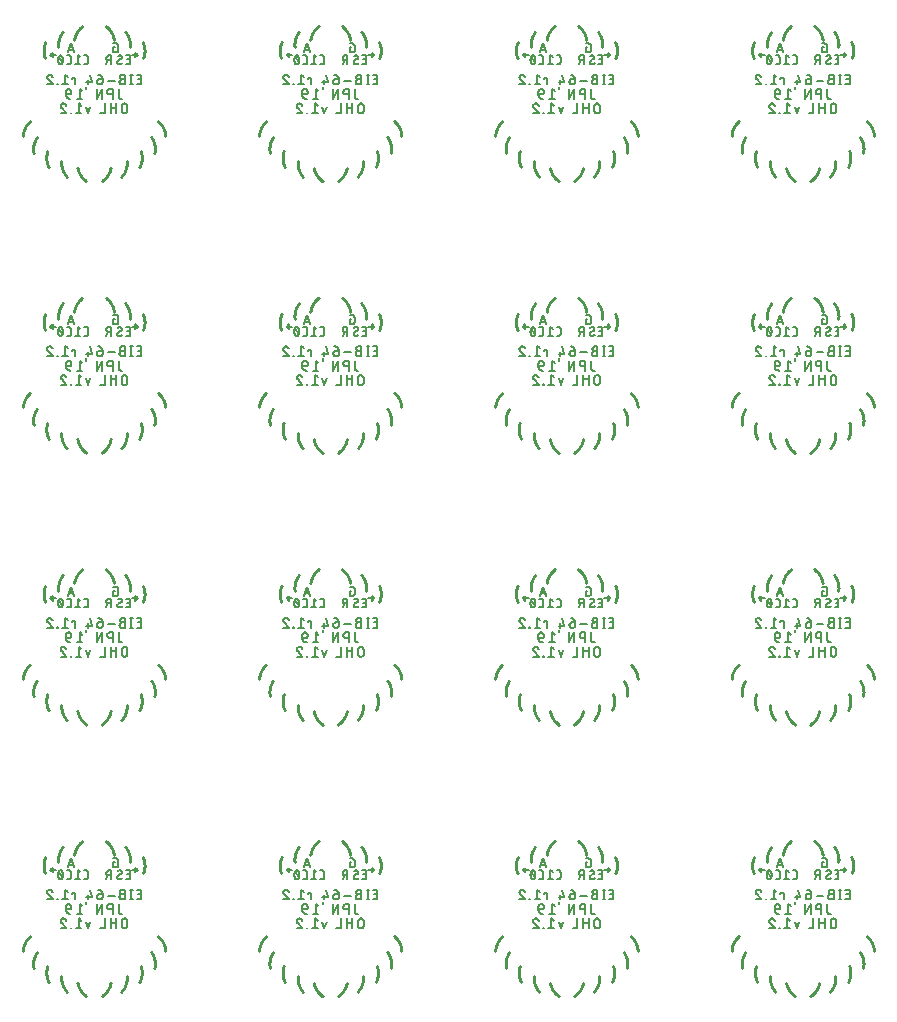
<source format=gbo>
G75*
%MOIN*%
%OFA0B0*%
%FSLAX25Y25*%
%IPPOS*%
%LPD*%
%AMOC8*
5,1,8,0,0,1.08239X$1,22.5*
%
%ADD10C,0.00700*%
%ADD11C,0.00787*%
%ADD12C,0.00600*%
%ADD13C,0.01000*%
D10*
X0323007Y0185548D02*
X0324841Y0185548D01*
X0323282Y0187381D01*
X0323832Y0188848D02*
X0323895Y0188846D01*
X0323959Y0188840D01*
X0324021Y0188831D01*
X0324083Y0188818D01*
X0324145Y0188801D01*
X0324205Y0188780D01*
X0324263Y0188756D01*
X0324321Y0188729D01*
X0324376Y0188698D01*
X0324430Y0188664D01*
X0324481Y0188626D01*
X0324530Y0188586D01*
X0324576Y0188543D01*
X0324620Y0188497D01*
X0324661Y0188448D01*
X0324699Y0188398D01*
X0324734Y0188345D01*
X0324766Y0188290D01*
X0324794Y0188233D01*
X0324819Y0188174D01*
X0324840Y0188115D01*
X0323283Y0187381D02*
X0323244Y0187421D01*
X0323208Y0187462D01*
X0323174Y0187506D01*
X0323144Y0187552D01*
X0323116Y0187600D01*
X0323091Y0187649D01*
X0323069Y0187700D01*
X0323051Y0187751D01*
X0323035Y0187805D01*
X0323023Y0187858D01*
X0323015Y0187913D01*
X0323010Y0187968D01*
X0323008Y0188023D01*
X0323007Y0188023D02*
X0323009Y0188079D01*
X0323015Y0188135D01*
X0323024Y0188191D01*
X0323038Y0188246D01*
X0323055Y0188299D01*
X0323075Y0188352D01*
X0323099Y0188403D01*
X0323127Y0188452D01*
X0323158Y0188499D01*
X0323192Y0188544D01*
X0323229Y0188586D01*
X0323269Y0188626D01*
X0323311Y0188663D01*
X0323356Y0188697D01*
X0323403Y0188728D01*
X0323452Y0188756D01*
X0323503Y0188780D01*
X0323556Y0188800D01*
X0323609Y0188817D01*
X0323664Y0188831D01*
X0323720Y0188840D01*
X0323776Y0188846D01*
X0323832Y0188848D01*
X0324766Y0191815D02*
X0324766Y0192731D01*
X0324766Y0191815D02*
X0325866Y0191815D01*
X0324765Y0191815D02*
X0324767Y0191741D01*
X0324773Y0191667D01*
X0324782Y0191593D01*
X0324795Y0191520D01*
X0324812Y0191447D01*
X0324832Y0191376D01*
X0324856Y0191306D01*
X0324884Y0191236D01*
X0324915Y0191169D01*
X0324949Y0191103D01*
X0324987Y0191039D01*
X0325028Y0190977D01*
X0325072Y0190917D01*
X0325119Y0190859D01*
X0325169Y0190804D01*
X0325221Y0190752D01*
X0325276Y0190702D01*
X0325334Y0190655D01*
X0325394Y0190611D01*
X0325456Y0190570D01*
X0325520Y0190532D01*
X0325586Y0190498D01*
X0325653Y0190467D01*
X0325723Y0190439D01*
X0325793Y0190415D01*
X0325864Y0190395D01*
X0325937Y0190378D01*
X0326010Y0190365D01*
X0326084Y0190356D01*
X0326158Y0190350D01*
X0326232Y0190348D01*
X0328366Y0190348D02*
X0330199Y0190348D01*
X0329282Y0190348D02*
X0329282Y0193648D01*
X0330199Y0192915D01*
X0331562Y0193648D02*
X0331562Y0194381D01*
X0332083Y0195148D02*
X0332083Y0196615D01*
X0331533Y0195881D02*
X0333366Y0195881D01*
X0332633Y0198448D01*
X0335500Y0198448D02*
X0335574Y0198446D01*
X0335648Y0198440D01*
X0335722Y0198431D01*
X0335795Y0198418D01*
X0335868Y0198401D01*
X0335939Y0198381D01*
X0336009Y0198357D01*
X0336079Y0198329D01*
X0336146Y0198298D01*
X0336212Y0198264D01*
X0336276Y0198226D01*
X0336338Y0198185D01*
X0336398Y0198141D01*
X0336456Y0198094D01*
X0336511Y0198044D01*
X0336563Y0197992D01*
X0336613Y0197937D01*
X0336660Y0197879D01*
X0336704Y0197819D01*
X0336745Y0197757D01*
X0336783Y0197693D01*
X0336817Y0197627D01*
X0336848Y0197560D01*
X0336876Y0197490D01*
X0336900Y0197420D01*
X0336920Y0197349D01*
X0336937Y0197276D01*
X0336950Y0197203D01*
X0336959Y0197129D01*
X0336965Y0197055D01*
X0336967Y0196981D01*
X0336966Y0196981D02*
X0336966Y0196065D01*
X0336967Y0196065D02*
X0336965Y0196006D01*
X0336959Y0195948D01*
X0336950Y0195890D01*
X0336937Y0195832D01*
X0336920Y0195776D01*
X0336900Y0195721D01*
X0336876Y0195667D01*
X0336849Y0195615D01*
X0336819Y0195565D01*
X0336785Y0195517D01*
X0336748Y0195471D01*
X0336709Y0195427D01*
X0336666Y0195386D01*
X0336622Y0195348D01*
X0336575Y0195313D01*
X0336525Y0195281D01*
X0336474Y0195252D01*
X0336421Y0195226D01*
X0336367Y0195204D01*
X0336311Y0195186D01*
X0336254Y0195171D01*
X0336196Y0195160D01*
X0336138Y0195152D01*
X0336079Y0195148D01*
X0336021Y0195148D01*
X0335962Y0195152D01*
X0335904Y0195160D01*
X0335846Y0195171D01*
X0335789Y0195186D01*
X0335733Y0195204D01*
X0335679Y0195226D01*
X0335626Y0195252D01*
X0335575Y0195281D01*
X0335525Y0195313D01*
X0335478Y0195348D01*
X0335434Y0195386D01*
X0335391Y0195427D01*
X0335352Y0195471D01*
X0335315Y0195517D01*
X0335281Y0195565D01*
X0335251Y0195615D01*
X0335224Y0195667D01*
X0335200Y0195721D01*
X0335180Y0195776D01*
X0335163Y0195832D01*
X0335150Y0195890D01*
X0335141Y0195948D01*
X0335135Y0196006D01*
X0335133Y0196065D01*
X0335133Y0196248D01*
X0335135Y0196300D01*
X0335140Y0196352D01*
X0335150Y0196404D01*
X0335163Y0196455D01*
X0335179Y0196504D01*
X0335199Y0196553D01*
X0335223Y0196599D01*
X0335249Y0196644D01*
X0335279Y0196687D01*
X0335312Y0196728D01*
X0335348Y0196766D01*
X0335386Y0196802D01*
X0335427Y0196835D01*
X0335470Y0196865D01*
X0335515Y0196891D01*
X0335562Y0196915D01*
X0335610Y0196935D01*
X0335659Y0196951D01*
X0335710Y0196964D01*
X0335762Y0196974D01*
X0335814Y0196979D01*
X0335866Y0196981D01*
X0336966Y0196981D01*
X0338790Y0196431D02*
X0340990Y0196431D01*
X0343525Y0196982D02*
X0343466Y0196980D01*
X0343408Y0196974D01*
X0343350Y0196965D01*
X0343292Y0196952D01*
X0343236Y0196935D01*
X0343181Y0196915D01*
X0343127Y0196891D01*
X0343075Y0196864D01*
X0343025Y0196834D01*
X0342977Y0196800D01*
X0342931Y0196763D01*
X0342887Y0196724D01*
X0342846Y0196681D01*
X0342808Y0196637D01*
X0342773Y0196590D01*
X0342741Y0196540D01*
X0342712Y0196489D01*
X0342686Y0196436D01*
X0342664Y0196382D01*
X0342646Y0196326D01*
X0342631Y0196269D01*
X0342620Y0196211D01*
X0342612Y0196153D01*
X0342608Y0196094D01*
X0342608Y0196036D01*
X0342612Y0195977D01*
X0342620Y0195919D01*
X0342631Y0195861D01*
X0342646Y0195804D01*
X0342664Y0195748D01*
X0342686Y0195694D01*
X0342712Y0195641D01*
X0342741Y0195590D01*
X0342773Y0195540D01*
X0342808Y0195493D01*
X0342846Y0195449D01*
X0342887Y0195406D01*
X0342931Y0195367D01*
X0342977Y0195330D01*
X0343025Y0195296D01*
X0343075Y0195266D01*
X0343127Y0195239D01*
X0343181Y0195215D01*
X0343236Y0195195D01*
X0343292Y0195178D01*
X0343350Y0195165D01*
X0343408Y0195156D01*
X0343466Y0195150D01*
X0343525Y0195148D01*
X0344441Y0195148D01*
X0344441Y0198448D01*
X0343525Y0198448D01*
X0343473Y0198446D01*
X0343421Y0198441D01*
X0343369Y0198431D01*
X0343318Y0198418D01*
X0343269Y0198402D01*
X0343221Y0198382D01*
X0343174Y0198358D01*
X0343129Y0198332D01*
X0343086Y0198302D01*
X0343045Y0198269D01*
X0343007Y0198233D01*
X0342971Y0198195D01*
X0342938Y0198154D01*
X0342908Y0198111D01*
X0342882Y0198066D01*
X0342858Y0198019D01*
X0342838Y0197971D01*
X0342822Y0197922D01*
X0342809Y0197871D01*
X0342799Y0197819D01*
X0342794Y0197767D01*
X0342792Y0197715D01*
X0342794Y0197663D01*
X0342799Y0197611D01*
X0342809Y0197559D01*
X0342822Y0197508D01*
X0342838Y0197459D01*
X0342858Y0197411D01*
X0342882Y0197364D01*
X0342908Y0197319D01*
X0342938Y0197276D01*
X0342971Y0197235D01*
X0343007Y0197197D01*
X0343045Y0197161D01*
X0343086Y0197128D01*
X0343129Y0197098D01*
X0343174Y0197072D01*
X0343221Y0197048D01*
X0343269Y0197028D01*
X0343318Y0197012D01*
X0343369Y0196999D01*
X0343421Y0196989D01*
X0343473Y0196984D01*
X0343525Y0196982D01*
X0343525Y0196981D02*
X0344441Y0196981D01*
X0346243Y0198448D02*
X0346976Y0198448D01*
X0346610Y0198448D02*
X0346610Y0195148D01*
X0346976Y0195148D02*
X0346243Y0195148D01*
X0348328Y0195148D02*
X0349795Y0195148D01*
X0349795Y0198448D01*
X0348328Y0198448D01*
X0348695Y0196981D02*
X0349795Y0196981D01*
X0342382Y0193648D02*
X0342382Y0191081D01*
X0342383Y0191081D02*
X0342385Y0191029D01*
X0342390Y0190977D01*
X0342400Y0190925D01*
X0342413Y0190874D01*
X0342429Y0190825D01*
X0342449Y0190777D01*
X0342473Y0190730D01*
X0342499Y0190685D01*
X0342529Y0190642D01*
X0342562Y0190601D01*
X0342598Y0190563D01*
X0342636Y0190527D01*
X0342677Y0190494D01*
X0342720Y0190464D01*
X0342765Y0190438D01*
X0342812Y0190414D01*
X0342860Y0190394D01*
X0342909Y0190378D01*
X0342960Y0190365D01*
X0343012Y0190355D01*
X0343064Y0190350D01*
X0343116Y0190348D01*
X0343482Y0190348D01*
X0343407Y0187931D02*
X0343407Y0186465D01*
X0343409Y0186406D01*
X0343415Y0186348D01*
X0343424Y0186290D01*
X0343437Y0186232D01*
X0343454Y0186176D01*
X0343474Y0186121D01*
X0343498Y0186067D01*
X0343525Y0186015D01*
X0343555Y0185965D01*
X0343589Y0185917D01*
X0343626Y0185871D01*
X0343665Y0185827D01*
X0343708Y0185786D01*
X0343752Y0185748D01*
X0343799Y0185713D01*
X0343849Y0185681D01*
X0343900Y0185652D01*
X0343953Y0185626D01*
X0344007Y0185604D01*
X0344063Y0185586D01*
X0344120Y0185571D01*
X0344178Y0185560D01*
X0344236Y0185552D01*
X0344295Y0185548D01*
X0344353Y0185548D01*
X0344412Y0185552D01*
X0344470Y0185560D01*
X0344528Y0185571D01*
X0344585Y0185586D01*
X0344641Y0185604D01*
X0344695Y0185626D01*
X0344748Y0185652D01*
X0344799Y0185681D01*
X0344849Y0185713D01*
X0344896Y0185748D01*
X0344940Y0185786D01*
X0344983Y0185827D01*
X0345022Y0185871D01*
X0345059Y0185917D01*
X0345093Y0185965D01*
X0345123Y0186015D01*
X0345150Y0186067D01*
X0345174Y0186121D01*
X0345194Y0186176D01*
X0345211Y0186232D01*
X0345224Y0186290D01*
X0345233Y0186348D01*
X0345239Y0186406D01*
X0345241Y0186465D01*
X0345241Y0187931D01*
X0345239Y0187990D01*
X0345233Y0188048D01*
X0345224Y0188106D01*
X0345211Y0188164D01*
X0345194Y0188220D01*
X0345174Y0188275D01*
X0345150Y0188329D01*
X0345123Y0188381D01*
X0345093Y0188431D01*
X0345059Y0188479D01*
X0345022Y0188525D01*
X0344983Y0188569D01*
X0344940Y0188610D01*
X0344896Y0188648D01*
X0344849Y0188683D01*
X0344799Y0188715D01*
X0344748Y0188744D01*
X0344695Y0188770D01*
X0344641Y0188792D01*
X0344585Y0188810D01*
X0344528Y0188825D01*
X0344470Y0188836D01*
X0344412Y0188844D01*
X0344353Y0188848D01*
X0344295Y0188848D01*
X0344236Y0188844D01*
X0344178Y0188836D01*
X0344120Y0188825D01*
X0344063Y0188810D01*
X0344007Y0188792D01*
X0343953Y0188770D01*
X0343900Y0188744D01*
X0343849Y0188715D01*
X0343799Y0188683D01*
X0343752Y0188648D01*
X0343708Y0188610D01*
X0343665Y0188569D01*
X0343626Y0188525D01*
X0343589Y0188479D01*
X0343555Y0188431D01*
X0343525Y0188381D01*
X0343498Y0188329D01*
X0343474Y0188275D01*
X0343454Y0188220D01*
X0343437Y0188164D01*
X0343424Y0188106D01*
X0343415Y0188048D01*
X0343409Y0187990D01*
X0343407Y0187931D01*
X0341521Y0187381D02*
X0339687Y0187381D01*
X0339687Y0188848D02*
X0339687Y0185548D01*
X0341521Y0185548D02*
X0341521Y0188848D01*
X0340314Y0190348D02*
X0340314Y0193648D01*
X0339397Y0193648D01*
X0339338Y0193646D01*
X0339280Y0193640D01*
X0339222Y0193631D01*
X0339164Y0193618D01*
X0339108Y0193601D01*
X0339053Y0193581D01*
X0338999Y0193557D01*
X0338947Y0193530D01*
X0338897Y0193500D01*
X0338849Y0193466D01*
X0338803Y0193429D01*
X0338759Y0193390D01*
X0338718Y0193347D01*
X0338680Y0193303D01*
X0338645Y0193256D01*
X0338613Y0193206D01*
X0338584Y0193155D01*
X0338558Y0193102D01*
X0338536Y0193048D01*
X0338518Y0192992D01*
X0338503Y0192935D01*
X0338492Y0192877D01*
X0338484Y0192819D01*
X0338480Y0192760D01*
X0338480Y0192702D01*
X0338484Y0192643D01*
X0338492Y0192585D01*
X0338503Y0192527D01*
X0338518Y0192470D01*
X0338536Y0192414D01*
X0338558Y0192360D01*
X0338584Y0192307D01*
X0338613Y0192256D01*
X0338645Y0192206D01*
X0338680Y0192159D01*
X0338718Y0192115D01*
X0338759Y0192072D01*
X0338803Y0192033D01*
X0338849Y0191996D01*
X0338897Y0191962D01*
X0338947Y0191932D01*
X0338999Y0191905D01*
X0339053Y0191881D01*
X0339108Y0191861D01*
X0339164Y0191844D01*
X0339222Y0191831D01*
X0339280Y0191822D01*
X0339338Y0191816D01*
X0339397Y0191814D01*
X0339397Y0191815D02*
X0340314Y0191815D01*
X0336799Y0190348D02*
X0336799Y0193648D01*
X0334966Y0190348D01*
X0334966Y0193648D01*
X0337669Y0188848D02*
X0337669Y0185548D01*
X0336203Y0185548D01*
X0332937Y0187748D02*
X0332204Y0185548D01*
X0331471Y0187748D01*
X0329881Y0188115D02*
X0328964Y0188848D01*
X0328964Y0185548D01*
X0329881Y0185548D02*
X0328047Y0185548D01*
X0326536Y0185548D02*
X0326352Y0185548D01*
X0326352Y0185731D01*
X0326536Y0185731D01*
X0326536Y0185548D01*
X0326599Y0192548D02*
X0326599Y0192731D01*
X0326599Y0192548D02*
X0326597Y0192496D01*
X0326592Y0192444D01*
X0326582Y0192392D01*
X0326569Y0192341D01*
X0326553Y0192292D01*
X0326533Y0192244D01*
X0326509Y0192197D01*
X0326483Y0192152D01*
X0326453Y0192109D01*
X0326420Y0192068D01*
X0326384Y0192030D01*
X0326346Y0191994D01*
X0326305Y0191961D01*
X0326262Y0191931D01*
X0326217Y0191905D01*
X0326171Y0191881D01*
X0326122Y0191861D01*
X0326073Y0191845D01*
X0326022Y0191832D01*
X0325970Y0191822D01*
X0325918Y0191817D01*
X0325866Y0191815D01*
X0326599Y0192731D02*
X0326597Y0192790D01*
X0326591Y0192848D01*
X0326582Y0192906D01*
X0326569Y0192964D01*
X0326552Y0193020D01*
X0326532Y0193075D01*
X0326508Y0193129D01*
X0326481Y0193181D01*
X0326451Y0193231D01*
X0326417Y0193279D01*
X0326380Y0193325D01*
X0326341Y0193369D01*
X0326298Y0193410D01*
X0326254Y0193448D01*
X0326207Y0193483D01*
X0326157Y0193515D01*
X0326106Y0193544D01*
X0326053Y0193570D01*
X0325999Y0193592D01*
X0325943Y0193610D01*
X0325886Y0193625D01*
X0325828Y0193636D01*
X0325770Y0193644D01*
X0325711Y0193648D01*
X0325653Y0193648D01*
X0325594Y0193644D01*
X0325536Y0193636D01*
X0325478Y0193625D01*
X0325421Y0193610D01*
X0325365Y0193592D01*
X0325311Y0193570D01*
X0325258Y0193544D01*
X0325207Y0193515D01*
X0325157Y0193483D01*
X0325110Y0193448D01*
X0325066Y0193410D01*
X0325023Y0193369D01*
X0324984Y0193325D01*
X0324947Y0193279D01*
X0324913Y0193231D01*
X0324883Y0193181D01*
X0324856Y0193129D01*
X0324832Y0193075D01*
X0324812Y0193020D01*
X0324795Y0192964D01*
X0324782Y0192906D01*
X0324773Y0192848D01*
X0324767Y0192790D01*
X0324765Y0192731D01*
X0324410Y0195148D02*
X0324410Y0198448D01*
X0325326Y0197715D01*
X0326650Y0197348D02*
X0326650Y0196981D01*
X0326650Y0197348D02*
X0327750Y0197348D01*
X0327750Y0195148D01*
X0325326Y0195148D02*
X0323493Y0195148D01*
X0321981Y0195148D02*
X0321798Y0195148D01*
X0321798Y0195331D01*
X0321981Y0195331D01*
X0321981Y0195148D01*
X0320286Y0195148D02*
X0318453Y0195148D01*
X0320286Y0195148D02*
X0318728Y0196981D01*
X0319278Y0198448D02*
X0319341Y0198446D01*
X0319405Y0198440D01*
X0319467Y0198431D01*
X0319529Y0198418D01*
X0319591Y0198401D01*
X0319651Y0198380D01*
X0319709Y0198356D01*
X0319767Y0198329D01*
X0319822Y0198298D01*
X0319876Y0198264D01*
X0319927Y0198226D01*
X0319976Y0198186D01*
X0320022Y0198143D01*
X0320066Y0198097D01*
X0320107Y0198048D01*
X0320145Y0197998D01*
X0320180Y0197945D01*
X0320212Y0197890D01*
X0320240Y0197833D01*
X0320265Y0197774D01*
X0320286Y0197715D01*
X0318728Y0196981D02*
X0318689Y0197021D01*
X0318653Y0197062D01*
X0318619Y0197106D01*
X0318589Y0197152D01*
X0318561Y0197200D01*
X0318536Y0197249D01*
X0318514Y0197300D01*
X0318496Y0197351D01*
X0318480Y0197405D01*
X0318468Y0197458D01*
X0318460Y0197513D01*
X0318455Y0197568D01*
X0318453Y0197623D01*
X0318455Y0197679D01*
X0318461Y0197735D01*
X0318470Y0197791D01*
X0318484Y0197846D01*
X0318501Y0197899D01*
X0318521Y0197952D01*
X0318545Y0198003D01*
X0318573Y0198052D01*
X0318604Y0198099D01*
X0318638Y0198144D01*
X0318675Y0198186D01*
X0318715Y0198226D01*
X0318757Y0198263D01*
X0318802Y0198297D01*
X0318849Y0198328D01*
X0318898Y0198356D01*
X0318949Y0198380D01*
X0319002Y0198400D01*
X0319055Y0198417D01*
X0319110Y0198431D01*
X0319166Y0198440D01*
X0319222Y0198446D01*
X0319278Y0198448D01*
X0397193Y0195148D02*
X0399027Y0195148D01*
X0397468Y0196981D01*
X0398018Y0198448D02*
X0398081Y0198446D01*
X0398145Y0198440D01*
X0398207Y0198431D01*
X0398269Y0198418D01*
X0398331Y0198401D01*
X0398391Y0198380D01*
X0398449Y0198356D01*
X0398507Y0198329D01*
X0398562Y0198298D01*
X0398616Y0198264D01*
X0398667Y0198226D01*
X0398716Y0198186D01*
X0398762Y0198143D01*
X0398806Y0198097D01*
X0398847Y0198048D01*
X0398885Y0197998D01*
X0398920Y0197945D01*
X0398952Y0197890D01*
X0398980Y0197833D01*
X0399005Y0197774D01*
X0399026Y0197715D01*
X0397468Y0196981D02*
X0397429Y0197021D01*
X0397393Y0197062D01*
X0397359Y0197106D01*
X0397329Y0197152D01*
X0397301Y0197200D01*
X0397276Y0197249D01*
X0397254Y0197300D01*
X0397236Y0197351D01*
X0397220Y0197405D01*
X0397208Y0197458D01*
X0397200Y0197513D01*
X0397195Y0197568D01*
X0397193Y0197623D01*
X0397195Y0197679D01*
X0397201Y0197735D01*
X0397210Y0197791D01*
X0397224Y0197846D01*
X0397241Y0197899D01*
X0397261Y0197952D01*
X0397285Y0198003D01*
X0397313Y0198052D01*
X0397344Y0198099D01*
X0397378Y0198144D01*
X0397415Y0198186D01*
X0397455Y0198226D01*
X0397497Y0198263D01*
X0397542Y0198297D01*
X0397589Y0198328D01*
X0397638Y0198356D01*
X0397689Y0198380D01*
X0397742Y0198400D01*
X0397795Y0198417D01*
X0397850Y0198431D01*
X0397906Y0198440D01*
X0397962Y0198446D01*
X0398018Y0198448D01*
X0400538Y0195331D02*
X0400538Y0195148D01*
X0400722Y0195148D01*
X0400722Y0195331D01*
X0400538Y0195331D01*
X0402233Y0195148D02*
X0404067Y0195148D01*
X0403150Y0195148D02*
X0403150Y0198448D01*
X0404067Y0197715D01*
X0405390Y0197348D02*
X0405390Y0196981D01*
X0405390Y0197348D02*
X0406490Y0197348D01*
X0406490Y0195148D01*
X0408023Y0193648D02*
X0408023Y0190348D01*
X0408939Y0190348D02*
X0407106Y0190348D01*
X0407704Y0188848D02*
X0407704Y0185548D01*
X0406788Y0185548D02*
X0408621Y0185548D01*
X0410944Y0185548D02*
X0410211Y0187748D01*
X0411678Y0187748D02*
X0410944Y0185548D01*
X0408621Y0188115D02*
X0407704Y0188848D01*
X0405276Y0185731D02*
X0405093Y0185731D01*
X0405093Y0185548D01*
X0405276Y0185548D01*
X0405276Y0185731D01*
X0403581Y0185548D02*
X0401748Y0185548D01*
X0403581Y0185548D02*
X0402023Y0187381D01*
X0402573Y0188848D02*
X0402636Y0188846D01*
X0402700Y0188840D01*
X0402762Y0188831D01*
X0402824Y0188818D01*
X0402886Y0188801D01*
X0402946Y0188780D01*
X0403004Y0188756D01*
X0403062Y0188729D01*
X0403117Y0188698D01*
X0403171Y0188664D01*
X0403222Y0188626D01*
X0403271Y0188586D01*
X0403317Y0188543D01*
X0403361Y0188497D01*
X0403402Y0188448D01*
X0403440Y0188398D01*
X0403475Y0188345D01*
X0403507Y0188290D01*
X0403535Y0188233D01*
X0403560Y0188174D01*
X0403581Y0188115D01*
X0402023Y0187381D02*
X0401984Y0187421D01*
X0401948Y0187462D01*
X0401914Y0187506D01*
X0401884Y0187552D01*
X0401856Y0187600D01*
X0401831Y0187649D01*
X0401809Y0187700D01*
X0401791Y0187751D01*
X0401775Y0187805D01*
X0401763Y0187858D01*
X0401755Y0187913D01*
X0401750Y0187968D01*
X0401748Y0188023D01*
X0401750Y0188079D01*
X0401756Y0188135D01*
X0401765Y0188191D01*
X0401779Y0188246D01*
X0401796Y0188299D01*
X0401816Y0188352D01*
X0401840Y0188403D01*
X0401868Y0188452D01*
X0401899Y0188499D01*
X0401933Y0188544D01*
X0401970Y0188586D01*
X0402010Y0188626D01*
X0402052Y0188663D01*
X0402097Y0188697D01*
X0402144Y0188728D01*
X0402193Y0188756D01*
X0402244Y0188780D01*
X0402297Y0188800D01*
X0402350Y0188817D01*
X0402405Y0188831D01*
X0402461Y0188840D01*
X0402517Y0188846D01*
X0402573Y0188848D01*
X0403506Y0191815D02*
X0403506Y0192731D01*
X0403506Y0191815D02*
X0404606Y0191815D01*
X0403506Y0191815D02*
X0403508Y0191741D01*
X0403514Y0191667D01*
X0403523Y0191593D01*
X0403536Y0191520D01*
X0403553Y0191447D01*
X0403573Y0191376D01*
X0403597Y0191306D01*
X0403625Y0191236D01*
X0403656Y0191169D01*
X0403690Y0191103D01*
X0403728Y0191039D01*
X0403769Y0190977D01*
X0403813Y0190917D01*
X0403860Y0190859D01*
X0403910Y0190804D01*
X0403962Y0190752D01*
X0404017Y0190702D01*
X0404075Y0190655D01*
X0404135Y0190611D01*
X0404197Y0190570D01*
X0404261Y0190532D01*
X0404327Y0190498D01*
X0404394Y0190467D01*
X0404464Y0190439D01*
X0404534Y0190415D01*
X0404605Y0190395D01*
X0404678Y0190378D01*
X0404751Y0190365D01*
X0404825Y0190356D01*
X0404899Y0190350D01*
X0404973Y0190348D01*
X0405339Y0192548D02*
X0405339Y0192731D01*
X0405339Y0192548D02*
X0405337Y0192496D01*
X0405332Y0192444D01*
X0405322Y0192392D01*
X0405309Y0192341D01*
X0405293Y0192292D01*
X0405273Y0192244D01*
X0405249Y0192197D01*
X0405223Y0192152D01*
X0405193Y0192109D01*
X0405160Y0192068D01*
X0405124Y0192030D01*
X0405086Y0191994D01*
X0405045Y0191961D01*
X0405002Y0191931D01*
X0404957Y0191905D01*
X0404911Y0191881D01*
X0404862Y0191861D01*
X0404813Y0191845D01*
X0404762Y0191832D01*
X0404710Y0191822D01*
X0404658Y0191817D01*
X0404606Y0191815D01*
X0405340Y0192731D02*
X0405338Y0192790D01*
X0405332Y0192848D01*
X0405323Y0192906D01*
X0405310Y0192964D01*
X0405293Y0193020D01*
X0405273Y0193075D01*
X0405249Y0193129D01*
X0405222Y0193181D01*
X0405192Y0193231D01*
X0405158Y0193279D01*
X0405121Y0193325D01*
X0405082Y0193369D01*
X0405039Y0193410D01*
X0404995Y0193448D01*
X0404948Y0193483D01*
X0404898Y0193515D01*
X0404847Y0193544D01*
X0404794Y0193570D01*
X0404740Y0193592D01*
X0404684Y0193610D01*
X0404627Y0193625D01*
X0404569Y0193636D01*
X0404511Y0193644D01*
X0404452Y0193648D01*
X0404394Y0193648D01*
X0404335Y0193644D01*
X0404277Y0193636D01*
X0404219Y0193625D01*
X0404162Y0193610D01*
X0404106Y0193592D01*
X0404052Y0193570D01*
X0403999Y0193544D01*
X0403948Y0193515D01*
X0403898Y0193483D01*
X0403851Y0193448D01*
X0403807Y0193410D01*
X0403764Y0193369D01*
X0403725Y0193325D01*
X0403688Y0193279D01*
X0403654Y0193231D01*
X0403624Y0193181D01*
X0403597Y0193129D01*
X0403573Y0193075D01*
X0403553Y0193020D01*
X0403536Y0192964D01*
X0403523Y0192906D01*
X0403514Y0192848D01*
X0403508Y0192790D01*
X0403506Y0192731D01*
X0408023Y0193648D02*
X0408939Y0192915D01*
X0410303Y0193648D02*
X0410303Y0194381D01*
X0410823Y0195148D02*
X0410823Y0196615D01*
X0410273Y0195881D02*
X0412107Y0195881D01*
X0411373Y0198448D01*
X0414240Y0198448D02*
X0414314Y0198446D01*
X0414388Y0198440D01*
X0414462Y0198431D01*
X0414535Y0198418D01*
X0414608Y0198401D01*
X0414679Y0198381D01*
X0414749Y0198357D01*
X0414819Y0198329D01*
X0414886Y0198298D01*
X0414952Y0198264D01*
X0415016Y0198226D01*
X0415078Y0198185D01*
X0415138Y0198141D01*
X0415196Y0198094D01*
X0415251Y0198044D01*
X0415303Y0197992D01*
X0415353Y0197937D01*
X0415400Y0197879D01*
X0415444Y0197819D01*
X0415485Y0197757D01*
X0415523Y0197693D01*
X0415557Y0197627D01*
X0415588Y0197560D01*
X0415616Y0197490D01*
X0415640Y0197420D01*
X0415660Y0197349D01*
X0415677Y0197276D01*
X0415690Y0197203D01*
X0415699Y0197129D01*
X0415705Y0197055D01*
X0415707Y0196981D01*
X0415706Y0196981D02*
X0415706Y0196065D01*
X0415707Y0196065D02*
X0415705Y0196006D01*
X0415699Y0195948D01*
X0415690Y0195890D01*
X0415677Y0195832D01*
X0415660Y0195776D01*
X0415640Y0195721D01*
X0415616Y0195667D01*
X0415589Y0195615D01*
X0415559Y0195565D01*
X0415525Y0195517D01*
X0415488Y0195471D01*
X0415449Y0195427D01*
X0415406Y0195386D01*
X0415362Y0195348D01*
X0415315Y0195313D01*
X0415265Y0195281D01*
X0415214Y0195252D01*
X0415161Y0195226D01*
X0415107Y0195204D01*
X0415051Y0195186D01*
X0414994Y0195171D01*
X0414936Y0195160D01*
X0414878Y0195152D01*
X0414819Y0195148D01*
X0414761Y0195148D01*
X0414702Y0195152D01*
X0414644Y0195160D01*
X0414586Y0195171D01*
X0414529Y0195186D01*
X0414473Y0195204D01*
X0414419Y0195226D01*
X0414366Y0195252D01*
X0414315Y0195281D01*
X0414265Y0195313D01*
X0414218Y0195348D01*
X0414174Y0195386D01*
X0414131Y0195427D01*
X0414092Y0195471D01*
X0414055Y0195517D01*
X0414021Y0195565D01*
X0413991Y0195615D01*
X0413964Y0195667D01*
X0413940Y0195721D01*
X0413920Y0195776D01*
X0413903Y0195832D01*
X0413890Y0195890D01*
X0413881Y0195948D01*
X0413875Y0196006D01*
X0413873Y0196065D01*
X0413873Y0196248D01*
X0413875Y0196300D01*
X0413880Y0196352D01*
X0413890Y0196404D01*
X0413903Y0196455D01*
X0413919Y0196504D01*
X0413939Y0196553D01*
X0413963Y0196599D01*
X0413989Y0196644D01*
X0414019Y0196687D01*
X0414052Y0196728D01*
X0414088Y0196766D01*
X0414126Y0196802D01*
X0414167Y0196835D01*
X0414210Y0196865D01*
X0414255Y0196891D01*
X0414302Y0196915D01*
X0414350Y0196935D01*
X0414399Y0196951D01*
X0414450Y0196964D01*
X0414502Y0196974D01*
X0414554Y0196979D01*
X0414606Y0196981D01*
X0415706Y0196981D01*
X0417530Y0196431D02*
X0419730Y0196431D01*
X0422265Y0196982D02*
X0422206Y0196980D01*
X0422148Y0196974D01*
X0422090Y0196965D01*
X0422032Y0196952D01*
X0421976Y0196935D01*
X0421921Y0196915D01*
X0421867Y0196891D01*
X0421815Y0196864D01*
X0421765Y0196834D01*
X0421717Y0196800D01*
X0421671Y0196763D01*
X0421627Y0196724D01*
X0421586Y0196681D01*
X0421548Y0196637D01*
X0421513Y0196590D01*
X0421481Y0196540D01*
X0421452Y0196489D01*
X0421426Y0196436D01*
X0421404Y0196382D01*
X0421386Y0196326D01*
X0421371Y0196269D01*
X0421360Y0196211D01*
X0421352Y0196153D01*
X0421348Y0196094D01*
X0421348Y0196036D01*
X0421352Y0195977D01*
X0421360Y0195919D01*
X0421371Y0195861D01*
X0421386Y0195804D01*
X0421404Y0195748D01*
X0421426Y0195694D01*
X0421452Y0195641D01*
X0421481Y0195590D01*
X0421513Y0195540D01*
X0421548Y0195493D01*
X0421586Y0195449D01*
X0421627Y0195406D01*
X0421671Y0195367D01*
X0421717Y0195330D01*
X0421765Y0195296D01*
X0421815Y0195266D01*
X0421867Y0195239D01*
X0421921Y0195215D01*
X0421976Y0195195D01*
X0422032Y0195178D01*
X0422090Y0195165D01*
X0422148Y0195156D01*
X0422206Y0195150D01*
X0422265Y0195148D01*
X0423181Y0195148D01*
X0423181Y0198448D01*
X0422265Y0198448D01*
X0422213Y0198446D01*
X0422161Y0198441D01*
X0422109Y0198431D01*
X0422058Y0198418D01*
X0422009Y0198402D01*
X0421961Y0198382D01*
X0421914Y0198358D01*
X0421869Y0198332D01*
X0421826Y0198302D01*
X0421785Y0198269D01*
X0421747Y0198233D01*
X0421711Y0198195D01*
X0421678Y0198154D01*
X0421648Y0198111D01*
X0421622Y0198066D01*
X0421598Y0198019D01*
X0421578Y0197971D01*
X0421562Y0197922D01*
X0421549Y0197871D01*
X0421539Y0197819D01*
X0421534Y0197767D01*
X0421532Y0197715D01*
X0421534Y0197663D01*
X0421539Y0197611D01*
X0421549Y0197559D01*
X0421562Y0197508D01*
X0421578Y0197459D01*
X0421598Y0197411D01*
X0421622Y0197364D01*
X0421648Y0197319D01*
X0421678Y0197276D01*
X0421711Y0197235D01*
X0421747Y0197197D01*
X0421785Y0197161D01*
X0421826Y0197128D01*
X0421869Y0197098D01*
X0421914Y0197072D01*
X0421961Y0197048D01*
X0422009Y0197028D01*
X0422058Y0197012D01*
X0422109Y0196999D01*
X0422161Y0196989D01*
X0422213Y0196984D01*
X0422265Y0196982D01*
X0422265Y0196981D02*
X0423181Y0196981D01*
X0424983Y0198448D02*
X0425716Y0198448D01*
X0425350Y0198448D02*
X0425350Y0195148D01*
X0425716Y0195148D02*
X0424983Y0195148D01*
X0427068Y0195148D02*
X0428535Y0195148D01*
X0428535Y0198448D01*
X0427068Y0198448D01*
X0427435Y0196981D02*
X0428535Y0196981D01*
X0421122Y0193648D02*
X0421122Y0191081D01*
X0421123Y0191081D02*
X0421125Y0191029D01*
X0421130Y0190977D01*
X0421140Y0190925D01*
X0421153Y0190874D01*
X0421169Y0190825D01*
X0421189Y0190777D01*
X0421213Y0190730D01*
X0421239Y0190685D01*
X0421269Y0190642D01*
X0421302Y0190601D01*
X0421338Y0190563D01*
X0421376Y0190527D01*
X0421417Y0190494D01*
X0421460Y0190464D01*
X0421505Y0190438D01*
X0421552Y0190414D01*
X0421600Y0190394D01*
X0421649Y0190378D01*
X0421700Y0190365D01*
X0421752Y0190355D01*
X0421804Y0190350D01*
X0421856Y0190348D01*
X0422222Y0190348D01*
X0422147Y0187931D02*
X0422147Y0186465D01*
X0422149Y0186406D01*
X0422155Y0186348D01*
X0422164Y0186290D01*
X0422177Y0186232D01*
X0422194Y0186176D01*
X0422214Y0186121D01*
X0422238Y0186067D01*
X0422265Y0186015D01*
X0422295Y0185965D01*
X0422329Y0185917D01*
X0422366Y0185871D01*
X0422405Y0185827D01*
X0422448Y0185786D01*
X0422492Y0185748D01*
X0422539Y0185713D01*
X0422589Y0185681D01*
X0422640Y0185652D01*
X0422693Y0185626D01*
X0422747Y0185604D01*
X0422803Y0185586D01*
X0422860Y0185571D01*
X0422918Y0185560D01*
X0422976Y0185552D01*
X0423035Y0185548D01*
X0423093Y0185548D01*
X0423152Y0185552D01*
X0423210Y0185560D01*
X0423268Y0185571D01*
X0423325Y0185586D01*
X0423381Y0185604D01*
X0423435Y0185626D01*
X0423488Y0185652D01*
X0423539Y0185681D01*
X0423589Y0185713D01*
X0423636Y0185748D01*
X0423680Y0185786D01*
X0423723Y0185827D01*
X0423762Y0185871D01*
X0423799Y0185917D01*
X0423833Y0185965D01*
X0423863Y0186015D01*
X0423890Y0186067D01*
X0423914Y0186121D01*
X0423934Y0186176D01*
X0423951Y0186232D01*
X0423964Y0186290D01*
X0423973Y0186348D01*
X0423979Y0186406D01*
X0423981Y0186465D01*
X0423981Y0187931D01*
X0423979Y0187990D01*
X0423973Y0188048D01*
X0423964Y0188106D01*
X0423951Y0188164D01*
X0423934Y0188220D01*
X0423914Y0188275D01*
X0423890Y0188329D01*
X0423863Y0188381D01*
X0423833Y0188431D01*
X0423799Y0188479D01*
X0423762Y0188525D01*
X0423723Y0188569D01*
X0423680Y0188610D01*
X0423636Y0188648D01*
X0423589Y0188683D01*
X0423539Y0188715D01*
X0423488Y0188744D01*
X0423435Y0188770D01*
X0423381Y0188792D01*
X0423325Y0188810D01*
X0423268Y0188825D01*
X0423210Y0188836D01*
X0423152Y0188844D01*
X0423093Y0188848D01*
X0423035Y0188848D01*
X0422976Y0188844D01*
X0422918Y0188836D01*
X0422860Y0188825D01*
X0422803Y0188810D01*
X0422747Y0188792D01*
X0422693Y0188770D01*
X0422640Y0188744D01*
X0422589Y0188715D01*
X0422539Y0188683D01*
X0422492Y0188648D01*
X0422448Y0188610D01*
X0422405Y0188569D01*
X0422366Y0188525D01*
X0422329Y0188479D01*
X0422295Y0188431D01*
X0422265Y0188381D01*
X0422238Y0188329D01*
X0422214Y0188275D01*
X0422194Y0188220D01*
X0422177Y0188164D01*
X0422164Y0188106D01*
X0422155Y0188048D01*
X0422149Y0187990D01*
X0422147Y0187931D01*
X0420261Y0187381D02*
X0418427Y0187381D01*
X0418427Y0188848D02*
X0418427Y0185548D01*
X0420261Y0185548D02*
X0420261Y0188848D01*
X0419054Y0190348D02*
X0419054Y0193648D01*
X0418137Y0193648D01*
X0418078Y0193646D01*
X0418020Y0193640D01*
X0417962Y0193631D01*
X0417904Y0193618D01*
X0417848Y0193601D01*
X0417793Y0193581D01*
X0417739Y0193557D01*
X0417687Y0193530D01*
X0417637Y0193500D01*
X0417589Y0193466D01*
X0417543Y0193429D01*
X0417499Y0193390D01*
X0417458Y0193347D01*
X0417420Y0193303D01*
X0417385Y0193256D01*
X0417353Y0193206D01*
X0417324Y0193155D01*
X0417298Y0193102D01*
X0417276Y0193048D01*
X0417258Y0192992D01*
X0417243Y0192935D01*
X0417232Y0192877D01*
X0417224Y0192819D01*
X0417220Y0192760D01*
X0417220Y0192702D01*
X0417224Y0192643D01*
X0417232Y0192585D01*
X0417243Y0192527D01*
X0417258Y0192470D01*
X0417276Y0192414D01*
X0417298Y0192360D01*
X0417324Y0192307D01*
X0417353Y0192256D01*
X0417385Y0192206D01*
X0417420Y0192159D01*
X0417458Y0192115D01*
X0417499Y0192072D01*
X0417543Y0192033D01*
X0417589Y0191996D01*
X0417637Y0191962D01*
X0417687Y0191932D01*
X0417739Y0191905D01*
X0417793Y0191881D01*
X0417848Y0191861D01*
X0417904Y0191844D01*
X0417962Y0191831D01*
X0418020Y0191822D01*
X0418078Y0191816D01*
X0418137Y0191814D01*
X0418137Y0191815D02*
X0419054Y0191815D01*
X0415539Y0190348D02*
X0415539Y0193648D01*
X0413706Y0190348D01*
X0413706Y0193648D01*
X0416409Y0188848D02*
X0416409Y0185548D01*
X0414943Y0185548D01*
X0475933Y0195148D02*
X0477767Y0195148D01*
X0476208Y0196981D01*
X0476758Y0198448D02*
X0476821Y0198446D01*
X0476885Y0198440D01*
X0476947Y0198431D01*
X0477009Y0198418D01*
X0477071Y0198401D01*
X0477131Y0198380D01*
X0477189Y0198356D01*
X0477247Y0198329D01*
X0477302Y0198298D01*
X0477356Y0198264D01*
X0477407Y0198226D01*
X0477456Y0198186D01*
X0477502Y0198143D01*
X0477546Y0198097D01*
X0477587Y0198048D01*
X0477625Y0197998D01*
X0477660Y0197945D01*
X0477692Y0197890D01*
X0477720Y0197833D01*
X0477745Y0197774D01*
X0477766Y0197715D01*
X0476209Y0196981D02*
X0476170Y0197021D01*
X0476134Y0197062D01*
X0476100Y0197106D01*
X0476070Y0197152D01*
X0476042Y0197200D01*
X0476017Y0197249D01*
X0475995Y0197300D01*
X0475977Y0197351D01*
X0475961Y0197405D01*
X0475949Y0197458D01*
X0475941Y0197513D01*
X0475936Y0197568D01*
X0475934Y0197623D01*
X0475933Y0197623D02*
X0475935Y0197679D01*
X0475941Y0197735D01*
X0475950Y0197791D01*
X0475964Y0197846D01*
X0475981Y0197899D01*
X0476001Y0197952D01*
X0476025Y0198003D01*
X0476053Y0198052D01*
X0476084Y0198099D01*
X0476118Y0198144D01*
X0476155Y0198186D01*
X0476195Y0198226D01*
X0476237Y0198263D01*
X0476282Y0198297D01*
X0476329Y0198328D01*
X0476378Y0198356D01*
X0476429Y0198380D01*
X0476482Y0198400D01*
X0476535Y0198417D01*
X0476590Y0198431D01*
X0476646Y0198440D01*
X0476702Y0198446D01*
X0476758Y0198448D01*
X0479278Y0195331D02*
X0479278Y0195148D01*
X0479462Y0195148D01*
X0479462Y0195331D01*
X0479278Y0195331D01*
X0480973Y0195148D02*
X0482807Y0195148D01*
X0481890Y0195148D02*
X0481890Y0198448D01*
X0482807Y0197715D01*
X0484130Y0197348D02*
X0484130Y0196981D01*
X0484130Y0197348D02*
X0485230Y0197348D01*
X0485230Y0195148D01*
X0486763Y0193648D02*
X0486763Y0190348D01*
X0487679Y0190348D02*
X0485846Y0190348D01*
X0486444Y0188848D02*
X0486444Y0185548D01*
X0485528Y0185548D02*
X0487361Y0185548D01*
X0489684Y0185548D02*
X0488951Y0187748D01*
X0490418Y0187748D02*
X0489684Y0185548D01*
X0487361Y0188115D02*
X0486444Y0188848D01*
X0484016Y0185731D02*
X0483833Y0185731D01*
X0483833Y0185548D01*
X0484016Y0185548D01*
X0484016Y0185731D01*
X0482321Y0185548D02*
X0480488Y0185548D01*
X0482321Y0185548D02*
X0480763Y0187381D01*
X0481313Y0188848D02*
X0481376Y0188846D01*
X0481440Y0188840D01*
X0481502Y0188831D01*
X0481564Y0188818D01*
X0481626Y0188801D01*
X0481686Y0188780D01*
X0481744Y0188756D01*
X0481802Y0188729D01*
X0481857Y0188698D01*
X0481911Y0188664D01*
X0481962Y0188626D01*
X0482011Y0188586D01*
X0482057Y0188543D01*
X0482101Y0188497D01*
X0482142Y0188448D01*
X0482180Y0188398D01*
X0482215Y0188345D01*
X0482247Y0188290D01*
X0482275Y0188233D01*
X0482300Y0188174D01*
X0482321Y0188115D01*
X0480763Y0187381D02*
X0480724Y0187421D01*
X0480688Y0187462D01*
X0480654Y0187506D01*
X0480624Y0187552D01*
X0480596Y0187600D01*
X0480571Y0187649D01*
X0480549Y0187700D01*
X0480531Y0187751D01*
X0480515Y0187805D01*
X0480503Y0187858D01*
X0480495Y0187913D01*
X0480490Y0187968D01*
X0480488Y0188023D01*
X0480490Y0188079D01*
X0480496Y0188135D01*
X0480505Y0188191D01*
X0480519Y0188246D01*
X0480536Y0188299D01*
X0480556Y0188352D01*
X0480580Y0188403D01*
X0480608Y0188452D01*
X0480639Y0188499D01*
X0480673Y0188544D01*
X0480710Y0188586D01*
X0480750Y0188626D01*
X0480792Y0188663D01*
X0480837Y0188697D01*
X0480884Y0188728D01*
X0480933Y0188756D01*
X0480984Y0188780D01*
X0481037Y0188800D01*
X0481090Y0188817D01*
X0481145Y0188831D01*
X0481201Y0188840D01*
X0481257Y0188846D01*
X0481313Y0188848D01*
X0482246Y0191815D02*
X0482246Y0192731D01*
X0482246Y0191815D02*
X0483346Y0191815D01*
X0482246Y0191815D02*
X0482248Y0191741D01*
X0482254Y0191667D01*
X0482263Y0191593D01*
X0482276Y0191520D01*
X0482293Y0191447D01*
X0482313Y0191376D01*
X0482337Y0191306D01*
X0482365Y0191236D01*
X0482396Y0191169D01*
X0482430Y0191103D01*
X0482468Y0191039D01*
X0482509Y0190977D01*
X0482553Y0190917D01*
X0482600Y0190859D01*
X0482650Y0190804D01*
X0482702Y0190752D01*
X0482757Y0190702D01*
X0482815Y0190655D01*
X0482875Y0190611D01*
X0482937Y0190570D01*
X0483001Y0190532D01*
X0483067Y0190498D01*
X0483134Y0190467D01*
X0483204Y0190439D01*
X0483274Y0190415D01*
X0483345Y0190395D01*
X0483418Y0190378D01*
X0483491Y0190365D01*
X0483565Y0190356D01*
X0483639Y0190350D01*
X0483713Y0190348D01*
X0484079Y0192548D02*
X0484079Y0192731D01*
X0484079Y0192548D02*
X0484077Y0192496D01*
X0484072Y0192444D01*
X0484062Y0192392D01*
X0484049Y0192341D01*
X0484033Y0192292D01*
X0484013Y0192244D01*
X0483989Y0192197D01*
X0483963Y0192152D01*
X0483933Y0192109D01*
X0483900Y0192068D01*
X0483864Y0192030D01*
X0483826Y0191994D01*
X0483785Y0191961D01*
X0483742Y0191931D01*
X0483697Y0191905D01*
X0483651Y0191881D01*
X0483602Y0191861D01*
X0483553Y0191845D01*
X0483502Y0191832D01*
X0483450Y0191822D01*
X0483398Y0191817D01*
X0483346Y0191815D01*
X0484080Y0192731D02*
X0484078Y0192790D01*
X0484072Y0192848D01*
X0484063Y0192906D01*
X0484050Y0192964D01*
X0484033Y0193020D01*
X0484013Y0193075D01*
X0483989Y0193129D01*
X0483962Y0193181D01*
X0483932Y0193231D01*
X0483898Y0193279D01*
X0483861Y0193325D01*
X0483822Y0193369D01*
X0483779Y0193410D01*
X0483735Y0193448D01*
X0483688Y0193483D01*
X0483638Y0193515D01*
X0483587Y0193544D01*
X0483534Y0193570D01*
X0483480Y0193592D01*
X0483424Y0193610D01*
X0483367Y0193625D01*
X0483309Y0193636D01*
X0483251Y0193644D01*
X0483192Y0193648D01*
X0483134Y0193648D01*
X0483075Y0193644D01*
X0483017Y0193636D01*
X0482959Y0193625D01*
X0482902Y0193610D01*
X0482846Y0193592D01*
X0482792Y0193570D01*
X0482739Y0193544D01*
X0482688Y0193515D01*
X0482638Y0193483D01*
X0482591Y0193448D01*
X0482547Y0193410D01*
X0482504Y0193369D01*
X0482465Y0193325D01*
X0482428Y0193279D01*
X0482394Y0193231D01*
X0482364Y0193181D01*
X0482337Y0193129D01*
X0482313Y0193075D01*
X0482293Y0193020D01*
X0482276Y0192964D01*
X0482263Y0192906D01*
X0482254Y0192848D01*
X0482248Y0192790D01*
X0482246Y0192731D01*
X0486763Y0193648D02*
X0487679Y0192915D01*
X0489043Y0193648D02*
X0489043Y0194381D01*
X0489563Y0195148D02*
X0489563Y0196615D01*
X0489013Y0195881D02*
X0490847Y0195881D01*
X0490113Y0198448D01*
X0492980Y0198448D02*
X0493054Y0198446D01*
X0493128Y0198440D01*
X0493202Y0198431D01*
X0493275Y0198418D01*
X0493348Y0198401D01*
X0493419Y0198381D01*
X0493489Y0198357D01*
X0493559Y0198329D01*
X0493626Y0198298D01*
X0493692Y0198264D01*
X0493756Y0198226D01*
X0493818Y0198185D01*
X0493878Y0198141D01*
X0493936Y0198094D01*
X0493991Y0198044D01*
X0494043Y0197992D01*
X0494093Y0197937D01*
X0494140Y0197879D01*
X0494184Y0197819D01*
X0494225Y0197757D01*
X0494263Y0197693D01*
X0494297Y0197627D01*
X0494328Y0197560D01*
X0494356Y0197490D01*
X0494380Y0197420D01*
X0494400Y0197349D01*
X0494417Y0197276D01*
X0494430Y0197203D01*
X0494439Y0197129D01*
X0494445Y0197055D01*
X0494447Y0196981D01*
X0494447Y0196065D01*
X0494447Y0196981D02*
X0493347Y0196981D01*
X0493295Y0196979D01*
X0493243Y0196974D01*
X0493191Y0196964D01*
X0493140Y0196951D01*
X0493091Y0196935D01*
X0493043Y0196915D01*
X0492996Y0196891D01*
X0492951Y0196865D01*
X0492908Y0196835D01*
X0492867Y0196802D01*
X0492829Y0196766D01*
X0492793Y0196728D01*
X0492760Y0196687D01*
X0492730Y0196644D01*
X0492704Y0196599D01*
X0492680Y0196553D01*
X0492660Y0196504D01*
X0492644Y0196455D01*
X0492631Y0196404D01*
X0492621Y0196352D01*
X0492616Y0196300D01*
X0492614Y0196248D01*
X0492613Y0196248D02*
X0492613Y0196065D01*
X0492615Y0196006D01*
X0492621Y0195948D01*
X0492630Y0195890D01*
X0492643Y0195832D01*
X0492660Y0195776D01*
X0492680Y0195721D01*
X0492704Y0195667D01*
X0492731Y0195615D01*
X0492761Y0195565D01*
X0492795Y0195517D01*
X0492832Y0195471D01*
X0492871Y0195427D01*
X0492914Y0195386D01*
X0492958Y0195348D01*
X0493005Y0195313D01*
X0493055Y0195281D01*
X0493106Y0195252D01*
X0493159Y0195226D01*
X0493213Y0195204D01*
X0493269Y0195186D01*
X0493326Y0195171D01*
X0493384Y0195160D01*
X0493442Y0195152D01*
X0493501Y0195148D01*
X0493559Y0195148D01*
X0493618Y0195152D01*
X0493676Y0195160D01*
X0493734Y0195171D01*
X0493791Y0195186D01*
X0493847Y0195204D01*
X0493901Y0195226D01*
X0493954Y0195252D01*
X0494005Y0195281D01*
X0494055Y0195313D01*
X0494102Y0195348D01*
X0494146Y0195386D01*
X0494189Y0195427D01*
X0494228Y0195471D01*
X0494265Y0195517D01*
X0494299Y0195565D01*
X0494329Y0195615D01*
X0494356Y0195667D01*
X0494380Y0195721D01*
X0494400Y0195776D01*
X0494417Y0195832D01*
X0494430Y0195890D01*
X0494439Y0195948D01*
X0494445Y0196006D01*
X0494447Y0196065D01*
X0496270Y0196431D02*
X0498470Y0196431D01*
X0501005Y0196982D02*
X0500946Y0196980D01*
X0500888Y0196974D01*
X0500830Y0196965D01*
X0500772Y0196952D01*
X0500716Y0196935D01*
X0500661Y0196915D01*
X0500607Y0196891D01*
X0500555Y0196864D01*
X0500505Y0196834D01*
X0500457Y0196800D01*
X0500411Y0196763D01*
X0500367Y0196724D01*
X0500326Y0196681D01*
X0500288Y0196637D01*
X0500253Y0196590D01*
X0500221Y0196540D01*
X0500192Y0196489D01*
X0500166Y0196436D01*
X0500144Y0196382D01*
X0500126Y0196326D01*
X0500111Y0196269D01*
X0500100Y0196211D01*
X0500092Y0196153D01*
X0500088Y0196094D01*
X0500088Y0196036D01*
X0500092Y0195977D01*
X0500100Y0195919D01*
X0500111Y0195861D01*
X0500126Y0195804D01*
X0500144Y0195748D01*
X0500166Y0195694D01*
X0500192Y0195641D01*
X0500221Y0195590D01*
X0500253Y0195540D01*
X0500288Y0195493D01*
X0500326Y0195449D01*
X0500367Y0195406D01*
X0500411Y0195367D01*
X0500457Y0195330D01*
X0500505Y0195296D01*
X0500555Y0195266D01*
X0500607Y0195239D01*
X0500661Y0195215D01*
X0500716Y0195195D01*
X0500772Y0195178D01*
X0500830Y0195165D01*
X0500888Y0195156D01*
X0500946Y0195150D01*
X0501005Y0195148D01*
X0501922Y0195148D01*
X0501922Y0198448D01*
X0501005Y0198448D01*
X0500953Y0198446D01*
X0500901Y0198441D01*
X0500849Y0198431D01*
X0500798Y0198418D01*
X0500749Y0198402D01*
X0500701Y0198382D01*
X0500654Y0198358D01*
X0500609Y0198332D01*
X0500566Y0198302D01*
X0500525Y0198269D01*
X0500487Y0198233D01*
X0500451Y0198195D01*
X0500418Y0198154D01*
X0500388Y0198111D01*
X0500362Y0198066D01*
X0500338Y0198019D01*
X0500318Y0197971D01*
X0500302Y0197922D01*
X0500289Y0197871D01*
X0500279Y0197819D01*
X0500274Y0197767D01*
X0500272Y0197715D01*
X0500274Y0197663D01*
X0500279Y0197611D01*
X0500289Y0197559D01*
X0500302Y0197508D01*
X0500318Y0197459D01*
X0500338Y0197411D01*
X0500362Y0197364D01*
X0500388Y0197319D01*
X0500418Y0197276D01*
X0500451Y0197235D01*
X0500487Y0197197D01*
X0500525Y0197161D01*
X0500566Y0197128D01*
X0500609Y0197098D01*
X0500654Y0197072D01*
X0500701Y0197048D01*
X0500749Y0197028D01*
X0500798Y0197012D01*
X0500849Y0196999D01*
X0500901Y0196989D01*
X0500953Y0196984D01*
X0501005Y0196982D01*
X0501005Y0196981D02*
X0501922Y0196981D01*
X0503723Y0198448D02*
X0504457Y0198448D01*
X0504090Y0198448D02*
X0504090Y0195148D01*
X0504457Y0195148D02*
X0503723Y0195148D01*
X0505809Y0195148D02*
X0507275Y0195148D01*
X0507275Y0198448D01*
X0505809Y0198448D01*
X0506175Y0196981D02*
X0507275Y0196981D01*
X0499863Y0193648D02*
X0499863Y0191081D01*
X0499865Y0191029D01*
X0499870Y0190977D01*
X0499880Y0190925D01*
X0499893Y0190874D01*
X0499909Y0190825D01*
X0499929Y0190777D01*
X0499953Y0190730D01*
X0499979Y0190685D01*
X0500009Y0190642D01*
X0500042Y0190601D01*
X0500078Y0190563D01*
X0500116Y0190527D01*
X0500157Y0190494D01*
X0500200Y0190464D01*
X0500245Y0190438D01*
X0500292Y0190414D01*
X0500340Y0190394D01*
X0500389Y0190378D01*
X0500440Y0190365D01*
X0500492Y0190355D01*
X0500544Y0190350D01*
X0500596Y0190348D01*
X0500963Y0190348D01*
X0500888Y0187931D02*
X0500888Y0186465D01*
X0500887Y0186465D02*
X0500889Y0186406D01*
X0500895Y0186348D01*
X0500904Y0186290D01*
X0500917Y0186232D01*
X0500934Y0186176D01*
X0500954Y0186121D01*
X0500978Y0186067D01*
X0501005Y0186015D01*
X0501035Y0185965D01*
X0501069Y0185917D01*
X0501106Y0185871D01*
X0501145Y0185827D01*
X0501188Y0185786D01*
X0501232Y0185748D01*
X0501279Y0185713D01*
X0501329Y0185681D01*
X0501380Y0185652D01*
X0501433Y0185626D01*
X0501487Y0185604D01*
X0501543Y0185586D01*
X0501600Y0185571D01*
X0501658Y0185560D01*
X0501716Y0185552D01*
X0501775Y0185548D01*
X0501833Y0185548D01*
X0501892Y0185552D01*
X0501950Y0185560D01*
X0502008Y0185571D01*
X0502065Y0185586D01*
X0502121Y0185604D01*
X0502175Y0185626D01*
X0502228Y0185652D01*
X0502279Y0185681D01*
X0502329Y0185713D01*
X0502376Y0185748D01*
X0502420Y0185786D01*
X0502463Y0185827D01*
X0502502Y0185871D01*
X0502539Y0185917D01*
X0502573Y0185965D01*
X0502603Y0186015D01*
X0502630Y0186067D01*
X0502654Y0186121D01*
X0502674Y0186176D01*
X0502691Y0186232D01*
X0502704Y0186290D01*
X0502713Y0186348D01*
X0502719Y0186406D01*
X0502721Y0186465D01*
X0502721Y0187931D01*
X0502719Y0187990D01*
X0502713Y0188048D01*
X0502704Y0188106D01*
X0502691Y0188164D01*
X0502674Y0188220D01*
X0502654Y0188275D01*
X0502630Y0188329D01*
X0502603Y0188381D01*
X0502573Y0188431D01*
X0502539Y0188479D01*
X0502502Y0188525D01*
X0502463Y0188569D01*
X0502420Y0188610D01*
X0502376Y0188648D01*
X0502329Y0188683D01*
X0502279Y0188715D01*
X0502228Y0188744D01*
X0502175Y0188770D01*
X0502121Y0188792D01*
X0502065Y0188810D01*
X0502008Y0188825D01*
X0501950Y0188836D01*
X0501892Y0188844D01*
X0501833Y0188848D01*
X0501775Y0188848D01*
X0501716Y0188844D01*
X0501658Y0188836D01*
X0501600Y0188825D01*
X0501543Y0188810D01*
X0501487Y0188792D01*
X0501433Y0188770D01*
X0501380Y0188744D01*
X0501329Y0188715D01*
X0501279Y0188683D01*
X0501232Y0188648D01*
X0501188Y0188610D01*
X0501145Y0188569D01*
X0501106Y0188525D01*
X0501069Y0188479D01*
X0501035Y0188431D01*
X0501005Y0188381D01*
X0500978Y0188329D01*
X0500954Y0188275D01*
X0500934Y0188220D01*
X0500917Y0188164D01*
X0500904Y0188106D01*
X0500895Y0188048D01*
X0500889Y0187990D01*
X0500887Y0187931D01*
X0499001Y0187381D02*
X0497168Y0187381D01*
X0497168Y0188848D02*
X0497168Y0185548D01*
X0499001Y0185548D02*
X0499001Y0188848D01*
X0497794Y0190348D02*
X0497794Y0193648D01*
X0496878Y0193648D01*
X0496819Y0193646D01*
X0496761Y0193640D01*
X0496703Y0193631D01*
X0496645Y0193618D01*
X0496589Y0193601D01*
X0496534Y0193581D01*
X0496480Y0193557D01*
X0496428Y0193530D01*
X0496378Y0193500D01*
X0496330Y0193466D01*
X0496284Y0193429D01*
X0496240Y0193390D01*
X0496199Y0193347D01*
X0496161Y0193303D01*
X0496126Y0193256D01*
X0496094Y0193206D01*
X0496065Y0193155D01*
X0496039Y0193102D01*
X0496017Y0193048D01*
X0495999Y0192992D01*
X0495984Y0192935D01*
X0495973Y0192877D01*
X0495965Y0192819D01*
X0495961Y0192760D01*
X0495961Y0192702D01*
X0495965Y0192643D01*
X0495973Y0192585D01*
X0495984Y0192527D01*
X0495999Y0192470D01*
X0496017Y0192414D01*
X0496039Y0192360D01*
X0496065Y0192307D01*
X0496094Y0192256D01*
X0496126Y0192206D01*
X0496161Y0192159D01*
X0496199Y0192115D01*
X0496240Y0192072D01*
X0496284Y0192033D01*
X0496330Y0191996D01*
X0496378Y0191962D01*
X0496428Y0191932D01*
X0496480Y0191905D01*
X0496534Y0191881D01*
X0496589Y0191861D01*
X0496645Y0191844D01*
X0496703Y0191831D01*
X0496761Y0191822D01*
X0496819Y0191816D01*
X0496878Y0191814D01*
X0496878Y0191815D02*
X0497794Y0191815D01*
X0494279Y0190348D02*
X0494279Y0193648D01*
X0492446Y0190348D01*
X0492446Y0193648D01*
X0495150Y0188848D02*
X0495150Y0185548D01*
X0493683Y0185548D01*
X0554674Y0195148D02*
X0556507Y0195148D01*
X0554949Y0196981D01*
X0555499Y0198448D02*
X0555562Y0198446D01*
X0555626Y0198440D01*
X0555688Y0198431D01*
X0555750Y0198418D01*
X0555812Y0198401D01*
X0555872Y0198380D01*
X0555930Y0198356D01*
X0555988Y0198329D01*
X0556043Y0198298D01*
X0556097Y0198264D01*
X0556148Y0198226D01*
X0556197Y0198186D01*
X0556243Y0198143D01*
X0556287Y0198097D01*
X0556328Y0198048D01*
X0556366Y0197998D01*
X0556401Y0197945D01*
X0556433Y0197890D01*
X0556461Y0197833D01*
X0556486Y0197774D01*
X0556507Y0197715D01*
X0554949Y0196981D02*
X0554910Y0197021D01*
X0554874Y0197062D01*
X0554840Y0197106D01*
X0554810Y0197152D01*
X0554782Y0197200D01*
X0554757Y0197249D01*
X0554735Y0197300D01*
X0554717Y0197351D01*
X0554701Y0197405D01*
X0554689Y0197458D01*
X0554681Y0197513D01*
X0554676Y0197568D01*
X0554674Y0197623D01*
X0554676Y0197679D01*
X0554682Y0197735D01*
X0554691Y0197791D01*
X0554705Y0197846D01*
X0554722Y0197899D01*
X0554742Y0197952D01*
X0554766Y0198003D01*
X0554794Y0198052D01*
X0554825Y0198099D01*
X0554859Y0198144D01*
X0554896Y0198186D01*
X0554936Y0198226D01*
X0554978Y0198263D01*
X0555023Y0198297D01*
X0555070Y0198328D01*
X0555119Y0198356D01*
X0555170Y0198380D01*
X0555223Y0198400D01*
X0555276Y0198417D01*
X0555331Y0198431D01*
X0555387Y0198440D01*
X0555443Y0198446D01*
X0555499Y0198448D01*
X0558019Y0195331D02*
X0558019Y0195148D01*
X0558202Y0195148D01*
X0558202Y0195331D01*
X0558019Y0195331D01*
X0559714Y0195148D02*
X0561547Y0195148D01*
X0560630Y0195148D02*
X0560630Y0198448D01*
X0561547Y0197715D01*
X0562870Y0197348D02*
X0562870Y0196981D01*
X0562870Y0197348D02*
X0563970Y0197348D01*
X0563970Y0195148D01*
X0565503Y0193648D02*
X0565503Y0190348D01*
X0566420Y0190348D02*
X0564586Y0190348D01*
X0565185Y0188848D02*
X0565185Y0185548D01*
X0566101Y0185548D02*
X0564268Y0185548D01*
X0562756Y0185548D02*
X0562573Y0185548D01*
X0562573Y0185731D01*
X0562756Y0185731D01*
X0562756Y0185548D01*
X0561061Y0185548D02*
X0559228Y0185548D01*
X0561061Y0185548D02*
X0559503Y0187381D01*
X0560053Y0188848D02*
X0560116Y0188846D01*
X0560180Y0188840D01*
X0560242Y0188831D01*
X0560304Y0188818D01*
X0560366Y0188801D01*
X0560426Y0188780D01*
X0560484Y0188756D01*
X0560542Y0188729D01*
X0560597Y0188698D01*
X0560651Y0188664D01*
X0560702Y0188626D01*
X0560751Y0188586D01*
X0560797Y0188543D01*
X0560841Y0188497D01*
X0560882Y0188448D01*
X0560920Y0188398D01*
X0560955Y0188345D01*
X0560987Y0188290D01*
X0561015Y0188233D01*
X0561040Y0188174D01*
X0561061Y0188115D01*
X0559503Y0187381D02*
X0559464Y0187421D01*
X0559428Y0187462D01*
X0559394Y0187506D01*
X0559364Y0187552D01*
X0559336Y0187600D01*
X0559311Y0187649D01*
X0559289Y0187700D01*
X0559271Y0187751D01*
X0559255Y0187805D01*
X0559243Y0187858D01*
X0559235Y0187913D01*
X0559230Y0187968D01*
X0559228Y0188023D01*
X0559230Y0188079D01*
X0559236Y0188135D01*
X0559245Y0188191D01*
X0559259Y0188246D01*
X0559276Y0188299D01*
X0559296Y0188352D01*
X0559320Y0188403D01*
X0559348Y0188452D01*
X0559379Y0188499D01*
X0559413Y0188544D01*
X0559450Y0188586D01*
X0559490Y0188626D01*
X0559532Y0188663D01*
X0559577Y0188697D01*
X0559624Y0188728D01*
X0559673Y0188756D01*
X0559724Y0188780D01*
X0559777Y0188800D01*
X0559830Y0188817D01*
X0559885Y0188831D01*
X0559941Y0188840D01*
X0559997Y0188846D01*
X0560053Y0188848D01*
X0560986Y0191815D02*
X0560986Y0192731D01*
X0560986Y0191815D02*
X0562086Y0191815D01*
X0560986Y0191815D02*
X0560988Y0191741D01*
X0560994Y0191667D01*
X0561003Y0191593D01*
X0561016Y0191520D01*
X0561033Y0191447D01*
X0561053Y0191376D01*
X0561077Y0191306D01*
X0561105Y0191236D01*
X0561136Y0191169D01*
X0561170Y0191103D01*
X0561208Y0191039D01*
X0561249Y0190977D01*
X0561293Y0190917D01*
X0561340Y0190859D01*
X0561390Y0190804D01*
X0561442Y0190752D01*
X0561497Y0190702D01*
X0561555Y0190655D01*
X0561615Y0190611D01*
X0561677Y0190570D01*
X0561741Y0190532D01*
X0561807Y0190498D01*
X0561874Y0190467D01*
X0561944Y0190439D01*
X0562014Y0190415D01*
X0562085Y0190395D01*
X0562158Y0190378D01*
X0562231Y0190365D01*
X0562305Y0190356D01*
X0562379Y0190350D01*
X0562453Y0190348D01*
X0562820Y0192548D02*
X0562820Y0192731D01*
X0562819Y0192548D02*
X0562817Y0192496D01*
X0562812Y0192444D01*
X0562802Y0192392D01*
X0562789Y0192341D01*
X0562773Y0192292D01*
X0562753Y0192244D01*
X0562729Y0192197D01*
X0562703Y0192152D01*
X0562673Y0192109D01*
X0562640Y0192068D01*
X0562604Y0192030D01*
X0562566Y0191994D01*
X0562525Y0191961D01*
X0562482Y0191931D01*
X0562437Y0191905D01*
X0562391Y0191881D01*
X0562342Y0191861D01*
X0562293Y0191845D01*
X0562242Y0191832D01*
X0562190Y0191822D01*
X0562138Y0191817D01*
X0562086Y0191815D01*
X0562820Y0192731D02*
X0562818Y0192790D01*
X0562812Y0192848D01*
X0562803Y0192906D01*
X0562790Y0192964D01*
X0562773Y0193020D01*
X0562753Y0193075D01*
X0562729Y0193129D01*
X0562702Y0193181D01*
X0562672Y0193231D01*
X0562638Y0193279D01*
X0562601Y0193325D01*
X0562562Y0193369D01*
X0562519Y0193410D01*
X0562475Y0193448D01*
X0562428Y0193483D01*
X0562378Y0193515D01*
X0562327Y0193544D01*
X0562274Y0193570D01*
X0562220Y0193592D01*
X0562164Y0193610D01*
X0562107Y0193625D01*
X0562049Y0193636D01*
X0561991Y0193644D01*
X0561932Y0193648D01*
X0561874Y0193648D01*
X0561815Y0193644D01*
X0561757Y0193636D01*
X0561699Y0193625D01*
X0561642Y0193610D01*
X0561586Y0193592D01*
X0561532Y0193570D01*
X0561479Y0193544D01*
X0561428Y0193515D01*
X0561378Y0193483D01*
X0561331Y0193448D01*
X0561287Y0193410D01*
X0561244Y0193369D01*
X0561205Y0193325D01*
X0561168Y0193279D01*
X0561134Y0193231D01*
X0561104Y0193181D01*
X0561077Y0193129D01*
X0561053Y0193075D01*
X0561033Y0193020D01*
X0561016Y0192964D01*
X0561003Y0192906D01*
X0560994Y0192848D01*
X0560988Y0192790D01*
X0560986Y0192731D01*
X0565503Y0193648D02*
X0566420Y0192915D01*
X0567783Y0193648D02*
X0567783Y0194381D01*
X0568303Y0195148D02*
X0568303Y0196615D01*
X0567753Y0195881D02*
X0569587Y0195881D01*
X0568853Y0198448D01*
X0571720Y0198448D02*
X0571794Y0198446D01*
X0571868Y0198440D01*
X0571942Y0198431D01*
X0572015Y0198418D01*
X0572088Y0198401D01*
X0572159Y0198381D01*
X0572229Y0198357D01*
X0572299Y0198329D01*
X0572366Y0198298D01*
X0572432Y0198264D01*
X0572496Y0198226D01*
X0572558Y0198185D01*
X0572618Y0198141D01*
X0572676Y0198094D01*
X0572731Y0198044D01*
X0572783Y0197992D01*
X0572833Y0197937D01*
X0572880Y0197879D01*
X0572924Y0197819D01*
X0572965Y0197757D01*
X0573003Y0197693D01*
X0573037Y0197627D01*
X0573068Y0197560D01*
X0573096Y0197490D01*
X0573120Y0197420D01*
X0573140Y0197349D01*
X0573157Y0197276D01*
X0573170Y0197203D01*
X0573179Y0197129D01*
X0573185Y0197055D01*
X0573187Y0196981D01*
X0573187Y0196065D01*
X0573187Y0196981D02*
X0572087Y0196981D01*
X0572035Y0196979D01*
X0571983Y0196974D01*
X0571931Y0196964D01*
X0571880Y0196951D01*
X0571831Y0196935D01*
X0571783Y0196915D01*
X0571736Y0196891D01*
X0571691Y0196865D01*
X0571648Y0196835D01*
X0571607Y0196802D01*
X0571569Y0196766D01*
X0571533Y0196728D01*
X0571500Y0196687D01*
X0571470Y0196644D01*
X0571444Y0196599D01*
X0571420Y0196553D01*
X0571400Y0196504D01*
X0571384Y0196455D01*
X0571371Y0196404D01*
X0571361Y0196352D01*
X0571356Y0196300D01*
X0571354Y0196248D01*
X0571353Y0196248D02*
X0571353Y0196065D01*
X0571355Y0196006D01*
X0571361Y0195948D01*
X0571370Y0195890D01*
X0571383Y0195832D01*
X0571400Y0195776D01*
X0571420Y0195721D01*
X0571444Y0195667D01*
X0571471Y0195615D01*
X0571501Y0195565D01*
X0571535Y0195517D01*
X0571572Y0195471D01*
X0571611Y0195427D01*
X0571654Y0195386D01*
X0571698Y0195348D01*
X0571745Y0195313D01*
X0571795Y0195281D01*
X0571846Y0195252D01*
X0571899Y0195226D01*
X0571953Y0195204D01*
X0572009Y0195186D01*
X0572066Y0195171D01*
X0572124Y0195160D01*
X0572182Y0195152D01*
X0572241Y0195148D01*
X0572299Y0195148D01*
X0572358Y0195152D01*
X0572416Y0195160D01*
X0572474Y0195171D01*
X0572531Y0195186D01*
X0572587Y0195204D01*
X0572641Y0195226D01*
X0572694Y0195252D01*
X0572745Y0195281D01*
X0572795Y0195313D01*
X0572842Y0195348D01*
X0572886Y0195386D01*
X0572929Y0195427D01*
X0572968Y0195471D01*
X0573005Y0195517D01*
X0573039Y0195565D01*
X0573069Y0195615D01*
X0573096Y0195667D01*
X0573120Y0195721D01*
X0573140Y0195776D01*
X0573157Y0195832D01*
X0573170Y0195890D01*
X0573179Y0195948D01*
X0573185Y0196006D01*
X0573187Y0196065D01*
X0575010Y0196431D02*
X0577210Y0196431D01*
X0579745Y0196982D02*
X0579686Y0196980D01*
X0579628Y0196974D01*
X0579570Y0196965D01*
X0579512Y0196952D01*
X0579456Y0196935D01*
X0579401Y0196915D01*
X0579347Y0196891D01*
X0579295Y0196864D01*
X0579245Y0196834D01*
X0579197Y0196800D01*
X0579151Y0196763D01*
X0579107Y0196724D01*
X0579066Y0196681D01*
X0579028Y0196637D01*
X0578993Y0196590D01*
X0578961Y0196540D01*
X0578932Y0196489D01*
X0578906Y0196436D01*
X0578884Y0196382D01*
X0578866Y0196326D01*
X0578851Y0196269D01*
X0578840Y0196211D01*
X0578832Y0196153D01*
X0578828Y0196094D01*
X0578828Y0196036D01*
X0578832Y0195977D01*
X0578840Y0195919D01*
X0578851Y0195861D01*
X0578866Y0195804D01*
X0578884Y0195748D01*
X0578906Y0195694D01*
X0578932Y0195641D01*
X0578961Y0195590D01*
X0578993Y0195540D01*
X0579028Y0195493D01*
X0579066Y0195449D01*
X0579107Y0195406D01*
X0579151Y0195367D01*
X0579197Y0195330D01*
X0579245Y0195296D01*
X0579295Y0195266D01*
X0579347Y0195239D01*
X0579401Y0195215D01*
X0579456Y0195195D01*
X0579512Y0195178D01*
X0579570Y0195165D01*
X0579628Y0195156D01*
X0579686Y0195150D01*
X0579745Y0195148D01*
X0580662Y0195148D01*
X0580662Y0198448D01*
X0579745Y0198448D01*
X0579693Y0198446D01*
X0579641Y0198441D01*
X0579589Y0198431D01*
X0579538Y0198418D01*
X0579489Y0198402D01*
X0579441Y0198382D01*
X0579394Y0198358D01*
X0579349Y0198332D01*
X0579306Y0198302D01*
X0579265Y0198269D01*
X0579227Y0198233D01*
X0579191Y0198195D01*
X0579158Y0198154D01*
X0579128Y0198111D01*
X0579102Y0198066D01*
X0579078Y0198019D01*
X0579058Y0197971D01*
X0579042Y0197922D01*
X0579029Y0197871D01*
X0579019Y0197819D01*
X0579014Y0197767D01*
X0579012Y0197715D01*
X0579014Y0197663D01*
X0579019Y0197611D01*
X0579029Y0197559D01*
X0579042Y0197508D01*
X0579058Y0197459D01*
X0579078Y0197411D01*
X0579102Y0197364D01*
X0579128Y0197319D01*
X0579158Y0197276D01*
X0579191Y0197235D01*
X0579227Y0197197D01*
X0579265Y0197161D01*
X0579306Y0197128D01*
X0579349Y0197098D01*
X0579394Y0197072D01*
X0579441Y0197048D01*
X0579489Y0197028D01*
X0579538Y0197012D01*
X0579589Y0196999D01*
X0579641Y0196989D01*
X0579693Y0196984D01*
X0579745Y0196982D01*
X0579745Y0196981D02*
X0580662Y0196981D01*
X0582463Y0198448D02*
X0583197Y0198448D01*
X0582830Y0198448D02*
X0582830Y0195148D01*
X0583197Y0195148D02*
X0582463Y0195148D01*
X0584549Y0195148D02*
X0586015Y0195148D01*
X0586015Y0198448D01*
X0584549Y0198448D01*
X0584915Y0196981D02*
X0586015Y0196981D01*
X0578603Y0193648D02*
X0578603Y0191081D01*
X0578605Y0191029D01*
X0578610Y0190977D01*
X0578620Y0190925D01*
X0578633Y0190874D01*
X0578649Y0190825D01*
X0578669Y0190777D01*
X0578693Y0190730D01*
X0578719Y0190685D01*
X0578749Y0190642D01*
X0578782Y0190601D01*
X0578818Y0190563D01*
X0578856Y0190527D01*
X0578897Y0190494D01*
X0578940Y0190464D01*
X0578985Y0190438D01*
X0579032Y0190414D01*
X0579080Y0190394D01*
X0579129Y0190378D01*
X0579180Y0190365D01*
X0579232Y0190355D01*
X0579284Y0190350D01*
X0579336Y0190348D01*
X0579703Y0190348D01*
X0579628Y0187931D02*
X0579628Y0186465D01*
X0579627Y0186465D02*
X0579629Y0186406D01*
X0579635Y0186348D01*
X0579644Y0186290D01*
X0579657Y0186232D01*
X0579674Y0186176D01*
X0579694Y0186121D01*
X0579718Y0186067D01*
X0579745Y0186015D01*
X0579775Y0185965D01*
X0579809Y0185917D01*
X0579846Y0185871D01*
X0579885Y0185827D01*
X0579928Y0185786D01*
X0579972Y0185748D01*
X0580019Y0185713D01*
X0580069Y0185681D01*
X0580120Y0185652D01*
X0580173Y0185626D01*
X0580227Y0185604D01*
X0580283Y0185586D01*
X0580340Y0185571D01*
X0580398Y0185560D01*
X0580456Y0185552D01*
X0580515Y0185548D01*
X0580573Y0185548D01*
X0580632Y0185552D01*
X0580690Y0185560D01*
X0580748Y0185571D01*
X0580805Y0185586D01*
X0580861Y0185604D01*
X0580915Y0185626D01*
X0580968Y0185652D01*
X0581019Y0185681D01*
X0581069Y0185713D01*
X0581116Y0185748D01*
X0581160Y0185786D01*
X0581203Y0185827D01*
X0581242Y0185871D01*
X0581279Y0185917D01*
X0581313Y0185965D01*
X0581343Y0186015D01*
X0581370Y0186067D01*
X0581394Y0186121D01*
X0581414Y0186176D01*
X0581431Y0186232D01*
X0581444Y0186290D01*
X0581453Y0186348D01*
X0581459Y0186406D01*
X0581461Y0186465D01*
X0581461Y0187931D01*
X0581459Y0187990D01*
X0581453Y0188048D01*
X0581444Y0188106D01*
X0581431Y0188164D01*
X0581414Y0188220D01*
X0581394Y0188275D01*
X0581370Y0188329D01*
X0581343Y0188381D01*
X0581313Y0188431D01*
X0581279Y0188479D01*
X0581242Y0188525D01*
X0581203Y0188569D01*
X0581160Y0188610D01*
X0581116Y0188648D01*
X0581069Y0188683D01*
X0581019Y0188715D01*
X0580968Y0188744D01*
X0580915Y0188770D01*
X0580861Y0188792D01*
X0580805Y0188810D01*
X0580748Y0188825D01*
X0580690Y0188836D01*
X0580632Y0188844D01*
X0580573Y0188848D01*
X0580515Y0188848D01*
X0580456Y0188844D01*
X0580398Y0188836D01*
X0580340Y0188825D01*
X0580283Y0188810D01*
X0580227Y0188792D01*
X0580173Y0188770D01*
X0580120Y0188744D01*
X0580069Y0188715D01*
X0580019Y0188683D01*
X0579972Y0188648D01*
X0579928Y0188610D01*
X0579885Y0188569D01*
X0579846Y0188525D01*
X0579809Y0188479D01*
X0579775Y0188431D01*
X0579745Y0188381D01*
X0579718Y0188329D01*
X0579694Y0188275D01*
X0579674Y0188220D01*
X0579657Y0188164D01*
X0579644Y0188106D01*
X0579635Y0188048D01*
X0579629Y0187990D01*
X0579627Y0187931D01*
X0577741Y0187381D02*
X0575908Y0187381D01*
X0575908Y0188848D02*
X0575908Y0185548D01*
X0577741Y0185548D02*
X0577741Y0188848D01*
X0576534Y0190348D02*
X0576534Y0193648D01*
X0575618Y0193648D01*
X0575559Y0193646D01*
X0575501Y0193640D01*
X0575443Y0193631D01*
X0575385Y0193618D01*
X0575329Y0193601D01*
X0575274Y0193581D01*
X0575220Y0193557D01*
X0575168Y0193530D01*
X0575118Y0193500D01*
X0575070Y0193466D01*
X0575024Y0193429D01*
X0574980Y0193390D01*
X0574939Y0193347D01*
X0574901Y0193303D01*
X0574866Y0193256D01*
X0574834Y0193206D01*
X0574805Y0193155D01*
X0574779Y0193102D01*
X0574757Y0193048D01*
X0574739Y0192992D01*
X0574724Y0192935D01*
X0574713Y0192877D01*
X0574705Y0192819D01*
X0574701Y0192760D01*
X0574701Y0192702D01*
X0574705Y0192643D01*
X0574713Y0192585D01*
X0574724Y0192527D01*
X0574739Y0192470D01*
X0574757Y0192414D01*
X0574779Y0192360D01*
X0574805Y0192307D01*
X0574834Y0192256D01*
X0574866Y0192206D01*
X0574901Y0192159D01*
X0574939Y0192115D01*
X0574980Y0192072D01*
X0575024Y0192033D01*
X0575070Y0191996D01*
X0575118Y0191962D01*
X0575168Y0191932D01*
X0575220Y0191905D01*
X0575274Y0191881D01*
X0575329Y0191861D01*
X0575385Y0191844D01*
X0575443Y0191831D01*
X0575501Y0191822D01*
X0575559Y0191816D01*
X0575618Y0191814D01*
X0575618Y0191815D02*
X0576534Y0191815D01*
X0573019Y0190348D02*
X0573019Y0193648D01*
X0571186Y0190348D01*
X0571186Y0193648D01*
X0573890Y0188848D02*
X0573890Y0185548D01*
X0572423Y0185548D01*
X0569158Y0187748D02*
X0568425Y0185548D01*
X0567691Y0187748D01*
X0566101Y0188115D02*
X0565185Y0188848D01*
X0565185Y0276099D02*
X0565185Y0279399D01*
X0566101Y0278666D01*
X0567691Y0278299D02*
X0568425Y0276099D01*
X0569158Y0278299D01*
X0571186Y0280899D02*
X0571186Y0284199D01*
X0573019Y0284199D02*
X0571186Y0280899D01*
X0573019Y0280899D02*
X0573019Y0284199D01*
X0573187Y0286616D02*
X0573187Y0287533D01*
X0572087Y0287533D01*
X0573187Y0287533D02*
X0573185Y0287607D01*
X0573179Y0287681D01*
X0573170Y0287755D01*
X0573157Y0287828D01*
X0573140Y0287901D01*
X0573120Y0287972D01*
X0573096Y0288042D01*
X0573068Y0288112D01*
X0573037Y0288179D01*
X0573003Y0288245D01*
X0572965Y0288309D01*
X0572924Y0288371D01*
X0572880Y0288431D01*
X0572833Y0288489D01*
X0572783Y0288544D01*
X0572731Y0288596D01*
X0572676Y0288646D01*
X0572618Y0288693D01*
X0572558Y0288737D01*
X0572496Y0288778D01*
X0572432Y0288816D01*
X0572366Y0288850D01*
X0572299Y0288881D01*
X0572229Y0288909D01*
X0572159Y0288933D01*
X0572088Y0288953D01*
X0572015Y0288970D01*
X0571942Y0288983D01*
X0571868Y0288992D01*
X0571794Y0288998D01*
X0571720Y0289000D01*
X0571353Y0286799D02*
X0571353Y0286616D01*
X0571354Y0286799D02*
X0571356Y0286851D01*
X0571361Y0286903D01*
X0571371Y0286955D01*
X0571384Y0287006D01*
X0571400Y0287055D01*
X0571420Y0287104D01*
X0571444Y0287150D01*
X0571470Y0287195D01*
X0571500Y0287238D01*
X0571533Y0287279D01*
X0571569Y0287317D01*
X0571607Y0287353D01*
X0571648Y0287386D01*
X0571691Y0287416D01*
X0571736Y0287442D01*
X0571783Y0287466D01*
X0571831Y0287486D01*
X0571880Y0287502D01*
X0571931Y0287515D01*
X0571983Y0287525D01*
X0572035Y0287530D01*
X0572087Y0287532D01*
X0571353Y0286616D02*
X0571355Y0286557D01*
X0571361Y0286499D01*
X0571370Y0286441D01*
X0571383Y0286383D01*
X0571400Y0286327D01*
X0571420Y0286272D01*
X0571444Y0286218D01*
X0571471Y0286166D01*
X0571501Y0286116D01*
X0571535Y0286068D01*
X0571572Y0286022D01*
X0571611Y0285978D01*
X0571654Y0285937D01*
X0571698Y0285899D01*
X0571745Y0285864D01*
X0571795Y0285832D01*
X0571846Y0285803D01*
X0571899Y0285777D01*
X0571953Y0285755D01*
X0572009Y0285737D01*
X0572066Y0285722D01*
X0572124Y0285711D01*
X0572182Y0285703D01*
X0572241Y0285699D01*
X0572299Y0285699D01*
X0572358Y0285703D01*
X0572416Y0285711D01*
X0572474Y0285722D01*
X0572531Y0285737D01*
X0572587Y0285755D01*
X0572641Y0285777D01*
X0572694Y0285803D01*
X0572745Y0285832D01*
X0572795Y0285864D01*
X0572842Y0285899D01*
X0572886Y0285937D01*
X0572929Y0285978D01*
X0572968Y0286022D01*
X0573005Y0286068D01*
X0573039Y0286116D01*
X0573069Y0286166D01*
X0573096Y0286218D01*
X0573120Y0286272D01*
X0573140Y0286327D01*
X0573157Y0286383D01*
X0573170Y0286441D01*
X0573179Y0286499D01*
X0573185Y0286557D01*
X0573187Y0286616D01*
X0575010Y0286983D02*
X0577210Y0286983D01*
X0579745Y0287533D02*
X0579686Y0287531D01*
X0579628Y0287525D01*
X0579570Y0287516D01*
X0579512Y0287503D01*
X0579456Y0287486D01*
X0579401Y0287466D01*
X0579347Y0287442D01*
X0579295Y0287415D01*
X0579245Y0287385D01*
X0579197Y0287351D01*
X0579151Y0287314D01*
X0579107Y0287275D01*
X0579066Y0287232D01*
X0579028Y0287188D01*
X0578993Y0287141D01*
X0578961Y0287091D01*
X0578932Y0287040D01*
X0578906Y0286987D01*
X0578884Y0286933D01*
X0578866Y0286877D01*
X0578851Y0286820D01*
X0578840Y0286762D01*
X0578832Y0286704D01*
X0578828Y0286645D01*
X0578828Y0286587D01*
X0578832Y0286528D01*
X0578840Y0286470D01*
X0578851Y0286412D01*
X0578866Y0286355D01*
X0578884Y0286299D01*
X0578906Y0286245D01*
X0578932Y0286192D01*
X0578961Y0286141D01*
X0578993Y0286091D01*
X0579028Y0286044D01*
X0579066Y0286000D01*
X0579107Y0285957D01*
X0579151Y0285918D01*
X0579197Y0285881D01*
X0579245Y0285847D01*
X0579295Y0285817D01*
X0579347Y0285790D01*
X0579401Y0285766D01*
X0579456Y0285746D01*
X0579512Y0285729D01*
X0579570Y0285716D01*
X0579628Y0285707D01*
X0579686Y0285701D01*
X0579745Y0285699D01*
X0580662Y0285699D01*
X0580662Y0288999D01*
X0579745Y0288999D01*
X0579693Y0288997D01*
X0579641Y0288992D01*
X0579589Y0288982D01*
X0579538Y0288969D01*
X0579489Y0288953D01*
X0579441Y0288933D01*
X0579394Y0288909D01*
X0579349Y0288883D01*
X0579306Y0288853D01*
X0579265Y0288820D01*
X0579227Y0288784D01*
X0579191Y0288746D01*
X0579158Y0288705D01*
X0579128Y0288662D01*
X0579102Y0288617D01*
X0579078Y0288570D01*
X0579058Y0288522D01*
X0579042Y0288473D01*
X0579029Y0288422D01*
X0579019Y0288370D01*
X0579014Y0288318D01*
X0579012Y0288266D01*
X0579014Y0288214D01*
X0579019Y0288162D01*
X0579029Y0288110D01*
X0579042Y0288059D01*
X0579058Y0288010D01*
X0579078Y0287962D01*
X0579102Y0287915D01*
X0579128Y0287870D01*
X0579158Y0287827D01*
X0579191Y0287786D01*
X0579227Y0287748D01*
X0579265Y0287712D01*
X0579306Y0287679D01*
X0579349Y0287649D01*
X0579394Y0287623D01*
X0579441Y0287599D01*
X0579489Y0287579D01*
X0579538Y0287563D01*
X0579589Y0287550D01*
X0579641Y0287540D01*
X0579693Y0287535D01*
X0579745Y0287533D01*
X0580662Y0287533D01*
X0582463Y0288999D02*
X0583197Y0288999D01*
X0582830Y0288999D02*
X0582830Y0285699D01*
X0583197Y0285699D02*
X0582463Y0285699D01*
X0584549Y0285699D02*
X0586015Y0285699D01*
X0586015Y0288999D01*
X0584549Y0288999D01*
X0584915Y0287533D02*
X0586015Y0287533D01*
X0578603Y0284199D02*
X0578603Y0281633D01*
X0578605Y0281581D01*
X0578610Y0281529D01*
X0578620Y0281477D01*
X0578633Y0281426D01*
X0578649Y0281377D01*
X0578669Y0281329D01*
X0578693Y0281282D01*
X0578719Y0281237D01*
X0578749Y0281194D01*
X0578782Y0281153D01*
X0578818Y0281115D01*
X0578856Y0281079D01*
X0578897Y0281046D01*
X0578940Y0281016D01*
X0578985Y0280990D01*
X0579032Y0280966D01*
X0579080Y0280946D01*
X0579129Y0280930D01*
X0579180Y0280917D01*
X0579232Y0280907D01*
X0579284Y0280902D01*
X0579336Y0280900D01*
X0579336Y0280899D02*
X0579703Y0280899D01*
X0579628Y0278483D02*
X0579628Y0277016D01*
X0579627Y0277016D02*
X0579629Y0276957D01*
X0579635Y0276899D01*
X0579644Y0276841D01*
X0579657Y0276783D01*
X0579674Y0276727D01*
X0579694Y0276672D01*
X0579718Y0276618D01*
X0579745Y0276566D01*
X0579775Y0276516D01*
X0579809Y0276468D01*
X0579846Y0276422D01*
X0579885Y0276378D01*
X0579928Y0276337D01*
X0579972Y0276299D01*
X0580019Y0276264D01*
X0580069Y0276232D01*
X0580120Y0276203D01*
X0580173Y0276177D01*
X0580227Y0276155D01*
X0580283Y0276137D01*
X0580340Y0276122D01*
X0580398Y0276111D01*
X0580456Y0276103D01*
X0580515Y0276099D01*
X0580573Y0276099D01*
X0580632Y0276103D01*
X0580690Y0276111D01*
X0580748Y0276122D01*
X0580805Y0276137D01*
X0580861Y0276155D01*
X0580915Y0276177D01*
X0580968Y0276203D01*
X0581019Y0276232D01*
X0581069Y0276264D01*
X0581116Y0276299D01*
X0581160Y0276337D01*
X0581203Y0276378D01*
X0581242Y0276422D01*
X0581279Y0276468D01*
X0581313Y0276516D01*
X0581343Y0276566D01*
X0581370Y0276618D01*
X0581394Y0276672D01*
X0581414Y0276727D01*
X0581431Y0276783D01*
X0581444Y0276841D01*
X0581453Y0276899D01*
X0581459Y0276957D01*
X0581461Y0277016D01*
X0581461Y0278483D01*
X0581459Y0278542D01*
X0581453Y0278600D01*
X0581444Y0278658D01*
X0581431Y0278716D01*
X0581414Y0278772D01*
X0581394Y0278827D01*
X0581370Y0278881D01*
X0581343Y0278933D01*
X0581313Y0278983D01*
X0581279Y0279031D01*
X0581242Y0279077D01*
X0581203Y0279121D01*
X0581160Y0279162D01*
X0581116Y0279200D01*
X0581069Y0279235D01*
X0581019Y0279267D01*
X0580968Y0279296D01*
X0580915Y0279322D01*
X0580861Y0279344D01*
X0580805Y0279362D01*
X0580748Y0279377D01*
X0580690Y0279388D01*
X0580632Y0279396D01*
X0580573Y0279400D01*
X0580515Y0279400D01*
X0580456Y0279396D01*
X0580398Y0279388D01*
X0580340Y0279377D01*
X0580283Y0279362D01*
X0580227Y0279344D01*
X0580173Y0279322D01*
X0580120Y0279296D01*
X0580069Y0279267D01*
X0580019Y0279235D01*
X0579972Y0279200D01*
X0579928Y0279162D01*
X0579885Y0279121D01*
X0579846Y0279077D01*
X0579809Y0279031D01*
X0579775Y0278983D01*
X0579745Y0278933D01*
X0579718Y0278881D01*
X0579694Y0278827D01*
X0579674Y0278772D01*
X0579657Y0278716D01*
X0579644Y0278658D01*
X0579635Y0278600D01*
X0579629Y0278542D01*
X0579627Y0278483D01*
X0577741Y0277933D02*
X0575908Y0277933D01*
X0575908Y0279399D02*
X0575908Y0276099D01*
X0577741Y0276099D02*
X0577741Y0279399D01*
X0576534Y0280899D02*
X0576534Y0284199D01*
X0575618Y0284199D01*
X0575618Y0284200D02*
X0575559Y0284198D01*
X0575501Y0284192D01*
X0575443Y0284183D01*
X0575385Y0284170D01*
X0575329Y0284153D01*
X0575274Y0284133D01*
X0575220Y0284109D01*
X0575168Y0284082D01*
X0575118Y0284052D01*
X0575070Y0284018D01*
X0575024Y0283981D01*
X0574980Y0283942D01*
X0574939Y0283899D01*
X0574901Y0283855D01*
X0574866Y0283808D01*
X0574834Y0283758D01*
X0574805Y0283707D01*
X0574779Y0283654D01*
X0574757Y0283600D01*
X0574739Y0283544D01*
X0574724Y0283487D01*
X0574713Y0283429D01*
X0574705Y0283371D01*
X0574701Y0283312D01*
X0574701Y0283254D01*
X0574705Y0283195D01*
X0574713Y0283137D01*
X0574724Y0283079D01*
X0574739Y0283022D01*
X0574757Y0282966D01*
X0574779Y0282912D01*
X0574805Y0282859D01*
X0574834Y0282808D01*
X0574866Y0282758D01*
X0574901Y0282711D01*
X0574939Y0282667D01*
X0574980Y0282624D01*
X0575024Y0282585D01*
X0575070Y0282548D01*
X0575118Y0282514D01*
X0575168Y0282484D01*
X0575220Y0282457D01*
X0575274Y0282433D01*
X0575329Y0282413D01*
X0575385Y0282396D01*
X0575443Y0282383D01*
X0575501Y0282374D01*
X0575559Y0282368D01*
X0575618Y0282366D01*
X0576534Y0282366D01*
X0573890Y0279399D02*
X0573890Y0276099D01*
X0572423Y0276099D01*
X0566101Y0276099D02*
X0564268Y0276099D01*
X0562756Y0276099D02*
X0562573Y0276099D01*
X0562573Y0276283D01*
X0562756Y0276283D01*
X0562756Y0276099D01*
X0561061Y0276099D02*
X0559228Y0276099D01*
X0561061Y0276099D02*
X0559503Y0277933D01*
X0560053Y0279399D02*
X0560116Y0279397D01*
X0560180Y0279391D01*
X0560242Y0279382D01*
X0560304Y0279369D01*
X0560366Y0279352D01*
X0560426Y0279331D01*
X0560484Y0279307D01*
X0560542Y0279280D01*
X0560597Y0279249D01*
X0560651Y0279215D01*
X0560702Y0279177D01*
X0560751Y0279137D01*
X0560797Y0279094D01*
X0560841Y0279048D01*
X0560882Y0278999D01*
X0560920Y0278949D01*
X0560955Y0278896D01*
X0560987Y0278841D01*
X0561015Y0278784D01*
X0561040Y0278725D01*
X0561061Y0278666D01*
X0559503Y0277932D02*
X0559464Y0277972D01*
X0559428Y0278013D01*
X0559394Y0278057D01*
X0559364Y0278103D01*
X0559336Y0278151D01*
X0559311Y0278200D01*
X0559289Y0278251D01*
X0559271Y0278302D01*
X0559255Y0278356D01*
X0559243Y0278409D01*
X0559235Y0278464D01*
X0559230Y0278519D01*
X0559228Y0278574D01*
X0559230Y0278630D01*
X0559236Y0278686D01*
X0559245Y0278742D01*
X0559259Y0278797D01*
X0559276Y0278850D01*
X0559296Y0278903D01*
X0559320Y0278954D01*
X0559348Y0279003D01*
X0559379Y0279050D01*
X0559413Y0279095D01*
X0559450Y0279137D01*
X0559490Y0279177D01*
X0559532Y0279214D01*
X0559577Y0279248D01*
X0559624Y0279279D01*
X0559673Y0279307D01*
X0559724Y0279331D01*
X0559777Y0279351D01*
X0559830Y0279368D01*
X0559885Y0279382D01*
X0559941Y0279391D01*
X0559997Y0279397D01*
X0560053Y0279399D01*
X0560986Y0282366D02*
X0560986Y0283283D01*
X0560988Y0283342D01*
X0560994Y0283400D01*
X0561003Y0283458D01*
X0561016Y0283516D01*
X0561033Y0283572D01*
X0561053Y0283627D01*
X0561077Y0283681D01*
X0561104Y0283733D01*
X0561134Y0283783D01*
X0561168Y0283831D01*
X0561205Y0283877D01*
X0561244Y0283921D01*
X0561287Y0283962D01*
X0561331Y0284000D01*
X0561378Y0284035D01*
X0561428Y0284067D01*
X0561479Y0284096D01*
X0561532Y0284122D01*
X0561586Y0284144D01*
X0561642Y0284162D01*
X0561699Y0284177D01*
X0561757Y0284188D01*
X0561815Y0284196D01*
X0561874Y0284200D01*
X0561932Y0284200D01*
X0561991Y0284196D01*
X0562049Y0284188D01*
X0562107Y0284177D01*
X0562164Y0284162D01*
X0562220Y0284144D01*
X0562274Y0284122D01*
X0562327Y0284096D01*
X0562378Y0284067D01*
X0562428Y0284035D01*
X0562475Y0284000D01*
X0562519Y0283962D01*
X0562562Y0283921D01*
X0562601Y0283877D01*
X0562638Y0283831D01*
X0562672Y0283783D01*
X0562702Y0283733D01*
X0562729Y0283681D01*
X0562753Y0283627D01*
X0562773Y0283572D01*
X0562790Y0283516D01*
X0562803Y0283458D01*
X0562812Y0283400D01*
X0562818Y0283342D01*
X0562820Y0283283D01*
X0562820Y0283099D01*
X0562819Y0283099D02*
X0562817Y0283047D01*
X0562812Y0282995D01*
X0562802Y0282943D01*
X0562789Y0282892D01*
X0562773Y0282843D01*
X0562753Y0282795D01*
X0562729Y0282748D01*
X0562703Y0282703D01*
X0562673Y0282660D01*
X0562640Y0282619D01*
X0562604Y0282581D01*
X0562566Y0282545D01*
X0562525Y0282512D01*
X0562482Y0282482D01*
X0562437Y0282456D01*
X0562391Y0282432D01*
X0562342Y0282412D01*
X0562293Y0282396D01*
X0562242Y0282383D01*
X0562190Y0282373D01*
X0562138Y0282368D01*
X0562086Y0282366D01*
X0560986Y0282366D01*
X0560988Y0282292D01*
X0560994Y0282218D01*
X0561003Y0282144D01*
X0561016Y0282071D01*
X0561033Y0281998D01*
X0561053Y0281927D01*
X0561077Y0281857D01*
X0561105Y0281787D01*
X0561136Y0281720D01*
X0561170Y0281654D01*
X0561208Y0281590D01*
X0561249Y0281528D01*
X0561293Y0281468D01*
X0561340Y0281410D01*
X0561390Y0281355D01*
X0561442Y0281303D01*
X0561497Y0281253D01*
X0561555Y0281206D01*
X0561615Y0281162D01*
X0561677Y0281121D01*
X0561741Y0281083D01*
X0561807Y0281049D01*
X0561874Y0281018D01*
X0561944Y0280990D01*
X0562014Y0280966D01*
X0562085Y0280946D01*
X0562158Y0280929D01*
X0562231Y0280916D01*
X0562305Y0280907D01*
X0562379Y0280901D01*
X0562453Y0280899D01*
X0564586Y0280899D02*
X0566420Y0280899D01*
X0565503Y0280899D02*
X0565503Y0284199D01*
X0566420Y0283466D01*
X0567783Y0284199D02*
X0567783Y0284933D01*
X0568303Y0285699D02*
X0568303Y0287166D01*
X0567753Y0286433D02*
X0569587Y0286433D01*
X0568853Y0288999D01*
X0563970Y0287899D02*
X0562870Y0287899D01*
X0562870Y0287533D01*
X0563970Y0287899D02*
X0563970Y0285699D01*
X0561547Y0285699D02*
X0559714Y0285699D01*
X0560630Y0285699D02*
X0560630Y0288999D01*
X0561547Y0288266D01*
X0558202Y0285883D02*
X0558019Y0285883D01*
X0558019Y0285699D01*
X0558202Y0285699D01*
X0558202Y0285883D01*
X0556507Y0285699D02*
X0554674Y0285699D01*
X0556507Y0285699D02*
X0554949Y0287533D01*
X0555499Y0288999D02*
X0555562Y0288997D01*
X0555626Y0288991D01*
X0555688Y0288982D01*
X0555750Y0288969D01*
X0555812Y0288952D01*
X0555872Y0288931D01*
X0555930Y0288907D01*
X0555988Y0288880D01*
X0556043Y0288849D01*
X0556097Y0288815D01*
X0556148Y0288777D01*
X0556197Y0288737D01*
X0556243Y0288694D01*
X0556287Y0288648D01*
X0556328Y0288599D01*
X0556366Y0288549D01*
X0556401Y0288496D01*
X0556433Y0288441D01*
X0556461Y0288384D01*
X0556486Y0288325D01*
X0556507Y0288266D01*
X0554949Y0287532D02*
X0554910Y0287572D01*
X0554874Y0287613D01*
X0554840Y0287657D01*
X0554810Y0287703D01*
X0554782Y0287751D01*
X0554757Y0287800D01*
X0554735Y0287851D01*
X0554717Y0287902D01*
X0554701Y0287956D01*
X0554689Y0288009D01*
X0554681Y0288064D01*
X0554676Y0288119D01*
X0554674Y0288174D01*
X0554676Y0288230D01*
X0554682Y0288286D01*
X0554691Y0288342D01*
X0554705Y0288397D01*
X0554722Y0288450D01*
X0554742Y0288503D01*
X0554766Y0288554D01*
X0554794Y0288603D01*
X0554825Y0288650D01*
X0554859Y0288695D01*
X0554896Y0288737D01*
X0554936Y0288777D01*
X0554978Y0288814D01*
X0555023Y0288848D01*
X0555070Y0288879D01*
X0555119Y0288907D01*
X0555170Y0288931D01*
X0555223Y0288951D01*
X0555276Y0288968D01*
X0555331Y0288982D01*
X0555387Y0288991D01*
X0555443Y0288997D01*
X0555499Y0288999D01*
X0507275Y0288999D02*
X0505809Y0288999D01*
X0504457Y0288999D02*
X0503723Y0288999D01*
X0504090Y0288999D02*
X0504090Y0285699D01*
X0504457Y0285699D02*
X0503723Y0285699D01*
X0501922Y0285699D02*
X0501922Y0288999D01*
X0501005Y0288999D01*
X0500953Y0288997D01*
X0500901Y0288992D01*
X0500849Y0288982D01*
X0500798Y0288969D01*
X0500749Y0288953D01*
X0500701Y0288933D01*
X0500654Y0288909D01*
X0500609Y0288883D01*
X0500566Y0288853D01*
X0500525Y0288820D01*
X0500487Y0288784D01*
X0500451Y0288746D01*
X0500418Y0288705D01*
X0500388Y0288662D01*
X0500362Y0288617D01*
X0500338Y0288570D01*
X0500318Y0288522D01*
X0500302Y0288473D01*
X0500289Y0288422D01*
X0500279Y0288370D01*
X0500274Y0288318D01*
X0500272Y0288266D01*
X0500274Y0288214D01*
X0500279Y0288162D01*
X0500289Y0288110D01*
X0500302Y0288059D01*
X0500318Y0288010D01*
X0500338Y0287962D01*
X0500362Y0287915D01*
X0500388Y0287870D01*
X0500418Y0287827D01*
X0500451Y0287786D01*
X0500487Y0287748D01*
X0500525Y0287712D01*
X0500566Y0287679D01*
X0500609Y0287649D01*
X0500654Y0287623D01*
X0500701Y0287599D01*
X0500749Y0287579D01*
X0500798Y0287563D01*
X0500849Y0287550D01*
X0500901Y0287540D01*
X0500953Y0287535D01*
X0501005Y0287533D01*
X0501922Y0287533D01*
X0501005Y0287533D02*
X0500946Y0287531D01*
X0500888Y0287525D01*
X0500830Y0287516D01*
X0500772Y0287503D01*
X0500716Y0287486D01*
X0500661Y0287466D01*
X0500607Y0287442D01*
X0500555Y0287415D01*
X0500505Y0287385D01*
X0500457Y0287351D01*
X0500411Y0287314D01*
X0500367Y0287275D01*
X0500326Y0287232D01*
X0500288Y0287188D01*
X0500253Y0287141D01*
X0500221Y0287091D01*
X0500192Y0287040D01*
X0500166Y0286987D01*
X0500144Y0286933D01*
X0500126Y0286877D01*
X0500111Y0286820D01*
X0500100Y0286762D01*
X0500092Y0286704D01*
X0500088Y0286645D01*
X0500088Y0286587D01*
X0500092Y0286528D01*
X0500100Y0286470D01*
X0500111Y0286412D01*
X0500126Y0286355D01*
X0500144Y0286299D01*
X0500166Y0286245D01*
X0500192Y0286192D01*
X0500221Y0286141D01*
X0500253Y0286091D01*
X0500288Y0286044D01*
X0500326Y0286000D01*
X0500367Y0285957D01*
X0500411Y0285918D01*
X0500457Y0285881D01*
X0500505Y0285847D01*
X0500555Y0285817D01*
X0500607Y0285790D01*
X0500661Y0285766D01*
X0500716Y0285746D01*
X0500772Y0285729D01*
X0500830Y0285716D01*
X0500888Y0285707D01*
X0500946Y0285701D01*
X0501005Y0285699D01*
X0501922Y0285699D01*
X0499863Y0284199D02*
X0499863Y0281633D01*
X0499865Y0281581D01*
X0499870Y0281529D01*
X0499880Y0281477D01*
X0499893Y0281426D01*
X0499909Y0281377D01*
X0499929Y0281329D01*
X0499953Y0281282D01*
X0499979Y0281237D01*
X0500009Y0281194D01*
X0500042Y0281153D01*
X0500078Y0281115D01*
X0500116Y0281079D01*
X0500157Y0281046D01*
X0500200Y0281016D01*
X0500245Y0280990D01*
X0500292Y0280966D01*
X0500340Y0280946D01*
X0500389Y0280930D01*
X0500440Y0280917D01*
X0500492Y0280907D01*
X0500544Y0280902D01*
X0500596Y0280900D01*
X0500596Y0280899D02*
X0500963Y0280899D01*
X0500888Y0278483D02*
X0500888Y0277016D01*
X0500887Y0277016D02*
X0500889Y0276957D01*
X0500895Y0276899D01*
X0500904Y0276841D01*
X0500917Y0276783D01*
X0500934Y0276727D01*
X0500954Y0276672D01*
X0500978Y0276618D01*
X0501005Y0276566D01*
X0501035Y0276516D01*
X0501069Y0276468D01*
X0501106Y0276422D01*
X0501145Y0276378D01*
X0501188Y0276337D01*
X0501232Y0276299D01*
X0501279Y0276264D01*
X0501329Y0276232D01*
X0501380Y0276203D01*
X0501433Y0276177D01*
X0501487Y0276155D01*
X0501543Y0276137D01*
X0501600Y0276122D01*
X0501658Y0276111D01*
X0501716Y0276103D01*
X0501775Y0276099D01*
X0501833Y0276099D01*
X0501892Y0276103D01*
X0501950Y0276111D01*
X0502008Y0276122D01*
X0502065Y0276137D01*
X0502121Y0276155D01*
X0502175Y0276177D01*
X0502228Y0276203D01*
X0502279Y0276232D01*
X0502329Y0276264D01*
X0502376Y0276299D01*
X0502420Y0276337D01*
X0502463Y0276378D01*
X0502502Y0276422D01*
X0502539Y0276468D01*
X0502573Y0276516D01*
X0502603Y0276566D01*
X0502630Y0276618D01*
X0502654Y0276672D01*
X0502674Y0276727D01*
X0502691Y0276783D01*
X0502704Y0276841D01*
X0502713Y0276899D01*
X0502719Y0276957D01*
X0502721Y0277016D01*
X0502721Y0278483D01*
X0502719Y0278542D01*
X0502713Y0278600D01*
X0502704Y0278658D01*
X0502691Y0278716D01*
X0502674Y0278772D01*
X0502654Y0278827D01*
X0502630Y0278881D01*
X0502603Y0278933D01*
X0502573Y0278983D01*
X0502539Y0279031D01*
X0502502Y0279077D01*
X0502463Y0279121D01*
X0502420Y0279162D01*
X0502376Y0279200D01*
X0502329Y0279235D01*
X0502279Y0279267D01*
X0502228Y0279296D01*
X0502175Y0279322D01*
X0502121Y0279344D01*
X0502065Y0279362D01*
X0502008Y0279377D01*
X0501950Y0279388D01*
X0501892Y0279396D01*
X0501833Y0279400D01*
X0501775Y0279400D01*
X0501716Y0279396D01*
X0501658Y0279388D01*
X0501600Y0279377D01*
X0501543Y0279362D01*
X0501487Y0279344D01*
X0501433Y0279322D01*
X0501380Y0279296D01*
X0501329Y0279267D01*
X0501279Y0279235D01*
X0501232Y0279200D01*
X0501188Y0279162D01*
X0501145Y0279121D01*
X0501106Y0279077D01*
X0501069Y0279031D01*
X0501035Y0278983D01*
X0501005Y0278933D01*
X0500978Y0278881D01*
X0500954Y0278827D01*
X0500934Y0278772D01*
X0500917Y0278716D01*
X0500904Y0278658D01*
X0500895Y0278600D01*
X0500889Y0278542D01*
X0500887Y0278483D01*
X0499001Y0277933D02*
X0497168Y0277933D01*
X0497168Y0279399D02*
X0497168Y0276099D01*
X0499001Y0276099D02*
X0499001Y0279399D01*
X0497794Y0280899D02*
X0497794Y0284199D01*
X0496878Y0284199D01*
X0496878Y0284200D02*
X0496819Y0284198D01*
X0496761Y0284192D01*
X0496703Y0284183D01*
X0496645Y0284170D01*
X0496589Y0284153D01*
X0496534Y0284133D01*
X0496480Y0284109D01*
X0496428Y0284082D01*
X0496378Y0284052D01*
X0496330Y0284018D01*
X0496284Y0283981D01*
X0496240Y0283942D01*
X0496199Y0283899D01*
X0496161Y0283855D01*
X0496126Y0283808D01*
X0496094Y0283758D01*
X0496065Y0283707D01*
X0496039Y0283654D01*
X0496017Y0283600D01*
X0495999Y0283544D01*
X0495984Y0283487D01*
X0495973Y0283429D01*
X0495965Y0283371D01*
X0495961Y0283312D01*
X0495961Y0283254D01*
X0495965Y0283195D01*
X0495973Y0283137D01*
X0495984Y0283079D01*
X0495999Y0283022D01*
X0496017Y0282966D01*
X0496039Y0282912D01*
X0496065Y0282859D01*
X0496094Y0282808D01*
X0496126Y0282758D01*
X0496161Y0282711D01*
X0496199Y0282667D01*
X0496240Y0282624D01*
X0496284Y0282585D01*
X0496330Y0282548D01*
X0496378Y0282514D01*
X0496428Y0282484D01*
X0496480Y0282457D01*
X0496534Y0282433D01*
X0496589Y0282413D01*
X0496645Y0282396D01*
X0496703Y0282383D01*
X0496761Y0282374D01*
X0496819Y0282368D01*
X0496878Y0282366D01*
X0497794Y0282366D01*
X0494279Y0280899D02*
X0494279Y0284199D01*
X0492446Y0280899D01*
X0492446Y0284199D01*
X0492613Y0286616D02*
X0492613Y0286799D01*
X0492614Y0286799D02*
X0492616Y0286851D01*
X0492621Y0286903D01*
X0492631Y0286955D01*
X0492644Y0287006D01*
X0492660Y0287055D01*
X0492680Y0287104D01*
X0492704Y0287150D01*
X0492730Y0287195D01*
X0492760Y0287238D01*
X0492793Y0287279D01*
X0492829Y0287317D01*
X0492867Y0287353D01*
X0492908Y0287386D01*
X0492951Y0287416D01*
X0492996Y0287442D01*
X0493043Y0287466D01*
X0493091Y0287486D01*
X0493140Y0287502D01*
X0493191Y0287515D01*
X0493243Y0287525D01*
X0493295Y0287530D01*
X0493347Y0287532D01*
X0493347Y0287533D02*
X0494447Y0287533D01*
X0494447Y0286616D01*
X0494445Y0286557D01*
X0494439Y0286499D01*
X0494430Y0286441D01*
X0494417Y0286383D01*
X0494400Y0286327D01*
X0494380Y0286272D01*
X0494356Y0286218D01*
X0494329Y0286166D01*
X0494299Y0286116D01*
X0494265Y0286068D01*
X0494228Y0286022D01*
X0494189Y0285978D01*
X0494146Y0285937D01*
X0494102Y0285899D01*
X0494055Y0285864D01*
X0494005Y0285832D01*
X0493954Y0285803D01*
X0493901Y0285777D01*
X0493847Y0285755D01*
X0493791Y0285737D01*
X0493734Y0285722D01*
X0493676Y0285711D01*
X0493618Y0285703D01*
X0493559Y0285699D01*
X0493501Y0285699D01*
X0493442Y0285703D01*
X0493384Y0285711D01*
X0493326Y0285722D01*
X0493269Y0285737D01*
X0493213Y0285755D01*
X0493159Y0285777D01*
X0493106Y0285803D01*
X0493055Y0285832D01*
X0493005Y0285864D01*
X0492958Y0285899D01*
X0492914Y0285937D01*
X0492871Y0285978D01*
X0492832Y0286022D01*
X0492795Y0286068D01*
X0492761Y0286116D01*
X0492731Y0286166D01*
X0492704Y0286218D01*
X0492680Y0286272D01*
X0492660Y0286327D01*
X0492643Y0286383D01*
X0492630Y0286441D01*
X0492621Y0286499D01*
X0492615Y0286557D01*
X0492613Y0286616D01*
X0494447Y0287533D02*
X0494445Y0287607D01*
X0494439Y0287681D01*
X0494430Y0287755D01*
X0494417Y0287828D01*
X0494400Y0287901D01*
X0494380Y0287972D01*
X0494356Y0288042D01*
X0494328Y0288112D01*
X0494297Y0288179D01*
X0494263Y0288245D01*
X0494225Y0288309D01*
X0494184Y0288371D01*
X0494140Y0288431D01*
X0494093Y0288489D01*
X0494043Y0288544D01*
X0493991Y0288596D01*
X0493936Y0288646D01*
X0493878Y0288693D01*
X0493818Y0288737D01*
X0493756Y0288778D01*
X0493692Y0288816D01*
X0493626Y0288850D01*
X0493559Y0288881D01*
X0493489Y0288909D01*
X0493419Y0288933D01*
X0493348Y0288953D01*
X0493275Y0288970D01*
X0493202Y0288983D01*
X0493128Y0288992D01*
X0493054Y0288998D01*
X0492980Y0289000D01*
X0490113Y0288999D02*
X0490847Y0286433D01*
X0489013Y0286433D01*
X0489563Y0287166D02*
X0489563Y0285699D01*
X0489043Y0284933D02*
X0489043Y0284199D01*
X0487679Y0283466D02*
X0486763Y0284199D01*
X0486763Y0280899D01*
X0487679Y0280899D02*
X0485846Y0280899D01*
X0486444Y0279399D02*
X0486444Y0276099D01*
X0485528Y0276099D02*
X0487361Y0276099D01*
X0489684Y0276099D02*
X0488951Y0278299D01*
X0490418Y0278299D02*
X0489684Y0276099D01*
X0487361Y0278666D02*
X0486444Y0279399D01*
X0484016Y0276283D02*
X0483833Y0276283D01*
X0483833Y0276099D01*
X0484016Y0276099D01*
X0484016Y0276283D01*
X0482321Y0276099D02*
X0480488Y0276099D01*
X0482321Y0276099D02*
X0480763Y0277933D01*
X0481313Y0279399D02*
X0481376Y0279397D01*
X0481440Y0279391D01*
X0481502Y0279382D01*
X0481564Y0279369D01*
X0481626Y0279352D01*
X0481686Y0279331D01*
X0481744Y0279307D01*
X0481802Y0279280D01*
X0481857Y0279249D01*
X0481911Y0279215D01*
X0481962Y0279177D01*
X0482011Y0279137D01*
X0482057Y0279094D01*
X0482101Y0279048D01*
X0482142Y0278999D01*
X0482180Y0278949D01*
X0482215Y0278896D01*
X0482247Y0278841D01*
X0482275Y0278784D01*
X0482300Y0278725D01*
X0482321Y0278666D01*
X0480763Y0277932D02*
X0480724Y0277972D01*
X0480688Y0278013D01*
X0480654Y0278057D01*
X0480624Y0278103D01*
X0480596Y0278151D01*
X0480571Y0278200D01*
X0480549Y0278251D01*
X0480531Y0278302D01*
X0480515Y0278356D01*
X0480503Y0278409D01*
X0480495Y0278464D01*
X0480490Y0278519D01*
X0480488Y0278574D01*
X0480490Y0278630D01*
X0480496Y0278686D01*
X0480505Y0278742D01*
X0480519Y0278797D01*
X0480536Y0278850D01*
X0480556Y0278903D01*
X0480580Y0278954D01*
X0480608Y0279003D01*
X0480639Y0279050D01*
X0480673Y0279095D01*
X0480710Y0279137D01*
X0480750Y0279177D01*
X0480792Y0279214D01*
X0480837Y0279248D01*
X0480884Y0279279D01*
X0480933Y0279307D01*
X0480984Y0279331D01*
X0481037Y0279351D01*
X0481090Y0279368D01*
X0481145Y0279382D01*
X0481201Y0279391D01*
X0481257Y0279397D01*
X0481313Y0279399D01*
X0482246Y0282366D02*
X0482246Y0283283D01*
X0482248Y0283342D01*
X0482254Y0283400D01*
X0482263Y0283458D01*
X0482276Y0283516D01*
X0482293Y0283572D01*
X0482313Y0283627D01*
X0482337Y0283681D01*
X0482364Y0283733D01*
X0482394Y0283783D01*
X0482428Y0283831D01*
X0482465Y0283877D01*
X0482504Y0283921D01*
X0482547Y0283962D01*
X0482591Y0284000D01*
X0482638Y0284035D01*
X0482688Y0284067D01*
X0482739Y0284096D01*
X0482792Y0284122D01*
X0482846Y0284144D01*
X0482902Y0284162D01*
X0482959Y0284177D01*
X0483017Y0284188D01*
X0483075Y0284196D01*
X0483134Y0284200D01*
X0483192Y0284200D01*
X0483251Y0284196D01*
X0483309Y0284188D01*
X0483367Y0284177D01*
X0483424Y0284162D01*
X0483480Y0284144D01*
X0483534Y0284122D01*
X0483587Y0284096D01*
X0483638Y0284067D01*
X0483688Y0284035D01*
X0483735Y0284000D01*
X0483779Y0283962D01*
X0483822Y0283921D01*
X0483861Y0283877D01*
X0483898Y0283831D01*
X0483932Y0283783D01*
X0483962Y0283733D01*
X0483989Y0283681D01*
X0484013Y0283627D01*
X0484033Y0283572D01*
X0484050Y0283516D01*
X0484063Y0283458D01*
X0484072Y0283400D01*
X0484078Y0283342D01*
X0484080Y0283283D01*
X0484079Y0283283D02*
X0484079Y0283099D01*
X0484077Y0283047D01*
X0484072Y0282995D01*
X0484062Y0282943D01*
X0484049Y0282892D01*
X0484033Y0282843D01*
X0484013Y0282795D01*
X0483989Y0282748D01*
X0483963Y0282703D01*
X0483933Y0282660D01*
X0483900Y0282619D01*
X0483864Y0282581D01*
X0483826Y0282545D01*
X0483785Y0282512D01*
X0483742Y0282482D01*
X0483697Y0282456D01*
X0483651Y0282432D01*
X0483602Y0282412D01*
X0483553Y0282396D01*
X0483502Y0282383D01*
X0483450Y0282373D01*
X0483398Y0282368D01*
X0483346Y0282366D01*
X0482246Y0282366D01*
X0482248Y0282292D01*
X0482254Y0282218D01*
X0482263Y0282144D01*
X0482276Y0282071D01*
X0482293Y0281998D01*
X0482313Y0281927D01*
X0482337Y0281857D01*
X0482365Y0281787D01*
X0482396Y0281720D01*
X0482430Y0281654D01*
X0482468Y0281590D01*
X0482509Y0281528D01*
X0482553Y0281468D01*
X0482600Y0281410D01*
X0482650Y0281355D01*
X0482702Y0281303D01*
X0482757Y0281253D01*
X0482815Y0281206D01*
X0482875Y0281162D01*
X0482937Y0281121D01*
X0483001Y0281083D01*
X0483067Y0281049D01*
X0483134Y0281018D01*
X0483204Y0280990D01*
X0483274Y0280966D01*
X0483345Y0280946D01*
X0483418Y0280929D01*
X0483491Y0280916D01*
X0483565Y0280907D01*
X0483639Y0280901D01*
X0483713Y0280899D01*
X0482807Y0285699D02*
X0480973Y0285699D01*
X0481890Y0285699D02*
X0481890Y0288999D01*
X0482807Y0288266D01*
X0484130Y0287899D02*
X0484130Y0287533D01*
X0484130Y0287899D02*
X0485230Y0287899D01*
X0485230Y0285699D01*
X0479462Y0285699D02*
X0479278Y0285699D01*
X0479278Y0285883D01*
X0479462Y0285883D01*
X0479462Y0285699D01*
X0477767Y0285699D02*
X0475933Y0285699D01*
X0477767Y0285699D02*
X0476208Y0287533D01*
X0476758Y0288999D02*
X0476821Y0288997D01*
X0476885Y0288991D01*
X0476947Y0288982D01*
X0477009Y0288969D01*
X0477071Y0288952D01*
X0477131Y0288931D01*
X0477189Y0288907D01*
X0477247Y0288880D01*
X0477302Y0288849D01*
X0477356Y0288815D01*
X0477407Y0288777D01*
X0477456Y0288737D01*
X0477502Y0288694D01*
X0477546Y0288648D01*
X0477587Y0288599D01*
X0477625Y0288549D01*
X0477660Y0288496D01*
X0477692Y0288441D01*
X0477720Y0288384D01*
X0477745Y0288325D01*
X0477766Y0288266D01*
X0476209Y0287532D02*
X0476170Y0287572D01*
X0476134Y0287613D01*
X0476100Y0287657D01*
X0476070Y0287703D01*
X0476042Y0287751D01*
X0476017Y0287800D01*
X0475995Y0287851D01*
X0475977Y0287902D01*
X0475961Y0287956D01*
X0475949Y0288009D01*
X0475941Y0288064D01*
X0475936Y0288119D01*
X0475934Y0288174D01*
X0475933Y0288174D02*
X0475935Y0288230D01*
X0475941Y0288286D01*
X0475950Y0288342D01*
X0475964Y0288397D01*
X0475981Y0288450D01*
X0476001Y0288503D01*
X0476025Y0288554D01*
X0476053Y0288603D01*
X0476084Y0288650D01*
X0476118Y0288695D01*
X0476155Y0288737D01*
X0476195Y0288777D01*
X0476237Y0288814D01*
X0476282Y0288848D01*
X0476329Y0288879D01*
X0476378Y0288907D01*
X0476429Y0288931D01*
X0476482Y0288951D01*
X0476535Y0288968D01*
X0476590Y0288982D01*
X0476646Y0288991D01*
X0476702Y0288997D01*
X0476758Y0288999D01*
X0496270Y0286983D02*
X0498470Y0286983D01*
X0505809Y0285699D02*
X0507275Y0285699D01*
X0507275Y0288999D01*
X0507275Y0287533D02*
X0506175Y0287533D01*
X0495150Y0279399D02*
X0495150Y0276099D01*
X0493683Y0276099D01*
X0428535Y0285699D02*
X0428535Y0288999D01*
X0427068Y0288999D01*
X0425716Y0288999D02*
X0424983Y0288999D01*
X0425350Y0288999D02*
X0425350Y0285699D01*
X0425716Y0285699D02*
X0424983Y0285699D01*
X0423181Y0285699D02*
X0423181Y0288999D01*
X0422265Y0288999D01*
X0422213Y0288997D01*
X0422161Y0288992D01*
X0422109Y0288982D01*
X0422058Y0288969D01*
X0422009Y0288953D01*
X0421961Y0288933D01*
X0421914Y0288909D01*
X0421869Y0288883D01*
X0421826Y0288853D01*
X0421785Y0288820D01*
X0421747Y0288784D01*
X0421711Y0288746D01*
X0421678Y0288705D01*
X0421648Y0288662D01*
X0421622Y0288617D01*
X0421598Y0288570D01*
X0421578Y0288522D01*
X0421562Y0288473D01*
X0421549Y0288422D01*
X0421539Y0288370D01*
X0421534Y0288318D01*
X0421532Y0288266D01*
X0421534Y0288214D01*
X0421539Y0288162D01*
X0421549Y0288110D01*
X0421562Y0288059D01*
X0421578Y0288010D01*
X0421598Y0287962D01*
X0421622Y0287915D01*
X0421648Y0287870D01*
X0421678Y0287827D01*
X0421711Y0287786D01*
X0421747Y0287748D01*
X0421785Y0287712D01*
X0421826Y0287679D01*
X0421869Y0287649D01*
X0421914Y0287623D01*
X0421961Y0287599D01*
X0422009Y0287579D01*
X0422058Y0287563D01*
X0422109Y0287550D01*
X0422161Y0287540D01*
X0422213Y0287535D01*
X0422265Y0287533D01*
X0423181Y0287533D01*
X0422265Y0287533D02*
X0422206Y0287531D01*
X0422148Y0287525D01*
X0422090Y0287516D01*
X0422032Y0287503D01*
X0421976Y0287486D01*
X0421921Y0287466D01*
X0421867Y0287442D01*
X0421815Y0287415D01*
X0421765Y0287385D01*
X0421717Y0287351D01*
X0421671Y0287314D01*
X0421627Y0287275D01*
X0421586Y0287232D01*
X0421548Y0287188D01*
X0421513Y0287141D01*
X0421481Y0287091D01*
X0421452Y0287040D01*
X0421426Y0286987D01*
X0421404Y0286933D01*
X0421386Y0286877D01*
X0421371Y0286820D01*
X0421360Y0286762D01*
X0421352Y0286704D01*
X0421348Y0286645D01*
X0421348Y0286587D01*
X0421352Y0286528D01*
X0421360Y0286470D01*
X0421371Y0286412D01*
X0421386Y0286355D01*
X0421404Y0286299D01*
X0421426Y0286245D01*
X0421452Y0286192D01*
X0421481Y0286141D01*
X0421513Y0286091D01*
X0421548Y0286044D01*
X0421586Y0286000D01*
X0421627Y0285957D01*
X0421671Y0285918D01*
X0421717Y0285881D01*
X0421765Y0285847D01*
X0421815Y0285817D01*
X0421867Y0285790D01*
X0421921Y0285766D01*
X0421976Y0285746D01*
X0422032Y0285729D01*
X0422090Y0285716D01*
X0422148Y0285707D01*
X0422206Y0285701D01*
X0422265Y0285699D01*
X0423181Y0285699D01*
X0421122Y0284199D02*
X0421122Y0281633D01*
X0421123Y0281633D02*
X0421125Y0281581D01*
X0421130Y0281529D01*
X0421140Y0281477D01*
X0421153Y0281426D01*
X0421169Y0281377D01*
X0421189Y0281329D01*
X0421213Y0281282D01*
X0421239Y0281237D01*
X0421269Y0281194D01*
X0421302Y0281153D01*
X0421338Y0281115D01*
X0421376Y0281079D01*
X0421417Y0281046D01*
X0421460Y0281016D01*
X0421505Y0280990D01*
X0421552Y0280966D01*
X0421600Y0280946D01*
X0421649Y0280930D01*
X0421700Y0280917D01*
X0421752Y0280907D01*
X0421804Y0280902D01*
X0421856Y0280900D01*
X0421856Y0280899D02*
X0422222Y0280899D01*
X0422147Y0278483D02*
X0422147Y0277016D01*
X0422149Y0276957D01*
X0422155Y0276899D01*
X0422164Y0276841D01*
X0422177Y0276783D01*
X0422194Y0276727D01*
X0422214Y0276672D01*
X0422238Y0276618D01*
X0422265Y0276566D01*
X0422295Y0276516D01*
X0422329Y0276468D01*
X0422366Y0276422D01*
X0422405Y0276378D01*
X0422448Y0276337D01*
X0422492Y0276299D01*
X0422539Y0276264D01*
X0422589Y0276232D01*
X0422640Y0276203D01*
X0422693Y0276177D01*
X0422747Y0276155D01*
X0422803Y0276137D01*
X0422860Y0276122D01*
X0422918Y0276111D01*
X0422976Y0276103D01*
X0423035Y0276099D01*
X0423093Y0276099D01*
X0423152Y0276103D01*
X0423210Y0276111D01*
X0423268Y0276122D01*
X0423325Y0276137D01*
X0423381Y0276155D01*
X0423435Y0276177D01*
X0423488Y0276203D01*
X0423539Y0276232D01*
X0423589Y0276264D01*
X0423636Y0276299D01*
X0423680Y0276337D01*
X0423723Y0276378D01*
X0423762Y0276422D01*
X0423799Y0276468D01*
X0423833Y0276516D01*
X0423863Y0276566D01*
X0423890Y0276618D01*
X0423914Y0276672D01*
X0423934Y0276727D01*
X0423951Y0276783D01*
X0423964Y0276841D01*
X0423973Y0276899D01*
X0423979Y0276957D01*
X0423981Y0277016D01*
X0423981Y0278483D01*
X0423979Y0278542D01*
X0423973Y0278600D01*
X0423964Y0278658D01*
X0423951Y0278716D01*
X0423934Y0278772D01*
X0423914Y0278827D01*
X0423890Y0278881D01*
X0423863Y0278933D01*
X0423833Y0278983D01*
X0423799Y0279031D01*
X0423762Y0279077D01*
X0423723Y0279121D01*
X0423680Y0279162D01*
X0423636Y0279200D01*
X0423589Y0279235D01*
X0423539Y0279267D01*
X0423488Y0279296D01*
X0423435Y0279322D01*
X0423381Y0279344D01*
X0423325Y0279362D01*
X0423268Y0279377D01*
X0423210Y0279388D01*
X0423152Y0279396D01*
X0423093Y0279400D01*
X0423035Y0279400D01*
X0422976Y0279396D01*
X0422918Y0279388D01*
X0422860Y0279377D01*
X0422803Y0279362D01*
X0422747Y0279344D01*
X0422693Y0279322D01*
X0422640Y0279296D01*
X0422589Y0279267D01*
X0422539Y0279235D01*
X0422492Y0279200D01*
X0422448Y0279162D01*
X0422405Y0279121D01*
X0422366Y0279077D01*
X0422329Y0279031D01*
X0422295Y0278983D01*
X0422265Y0278933D01*
X0422238Y0278881D01*
X0422214Y0278827D01*
X0422194Y0278772D01*
X0422177Y0278716D01*
X0422164Y0278658D01*
X0422155Y0278600D01*
X0422149Y0278542D01*
X0422147Y0278483D01*
X0420261Y0277933D02*
X0418427Y0277933D01*
X0418427Y0279399D02*
X0418427Y0276099D01*
X0420261Y0276099D02*
X0420261Y0279399D01*
X0419054Y0280899D02*
X0419054Y0284199D01*
X0418137Y0284199D01*
X0418137Y0284200D02*
X0418078Y0284198D01*
X0418020Y0284192D01*
X0417962Y0284183D01*
X0417904Y0284170D01*
X0417848Y0284153D01*
X0417793Y0284133D01*
X0417739Y0284109D01*
X0417687Y0284082D01*
X0417637Y0284052D01*
X0417589Y0284018D01*
X0417543Y0283981D01*
X0417499Y0283942D01*
X0417458Y0283899D01*
X0417420Y0283855D01*
X0417385Y0283808D01*
X0417353Y0283758D01*
X0417324Y0283707D01*
X0417298Y0283654D01*
X0417276Y0283600D01*
X0417258Y0283544D01*
X0417243Y0283487D01*
X0417232Y0283429D01*
X0417224Y0283371D01*
X0417220Y0283312D01*
X0417220Y0283254D01*
X0417224Y0283195D01*
X0417232Y0283137D01*
X0417243Y0283079D01*
X0417258Y0283022D01*
X0417276Y0282966D01*
X0417298Y0282912D01*
X0417324Y0282859D01*
X0417353Y0282808D01*
X0417385Y0282758D01*
X0417420Y0282711D01*
X0417458Y0282667D01*
X0417499Y0282624D01*
X0417543Y0282585D01*
X0417589Y0282548D01*
X0417637Y0282514D01*
X0417687Y0282484D01*
X0417739Y0282457D01*
X0417793Y0282433D01*
X0417848Y0282413D01*
X0417904Y0282396D01*
X0417962Y0282383D01*
X0418020Y0282374D01*
X0418078Y0282368D01*
X0418137Y0282366D01*
X0419054Y0282366D01*
X0415539Y0280899D02*
X0415539Y0284199D01*
X0413706Y0280899D01*
X0413706Y0284199D01*
X0413873Y0286616D02*
X0413873Y0286799D01*
X0413875Y0286851D01*
X0413880Y0286903D01*
X0413890Y0286955D01*
X0413903Y0287006D01*
X0413919Y0287055D01*
X0413939Y0287104D01*
X0413963Y0287150D01*
X0413989Y0287195D01*
X0414019Y0287238D01*
X0414052Y0287279D01*
X0414088Y0287317D01*
X0414126Y0287353D01*
X0414167Y0287386D01*
X0414210Y0287416D01*
X0414255Y0287442D01*
X0414302Y0287466D01*
X0414350Y0287486D01*
X0414399Y0287502D01*
X0414450Y0287515D01*
X0414502Y0287525D01*
X0414554Y0287530D01*
X0414606Y0287532D01*
X0414606Y0287533D02*
X0415706Y0287533D01*
X0415706Y0286616D01*
X0415707Y0286616D02*
X0415705Y0286557D01*
X0415699Y0286499D01*
X0415690Y0286441D01*
X0415677Y0286383D01*
X0415660Y0286327D01*
X0415640Y0286272D01*
X0415616Y0286218D01*
X0415589Y0286166D01*
X0415559Y0286116D01*
X0415525Y0286068D01*
X0415488Y0286022D01*
X0415449Y0285978D01*
X0415406Y0285937D01*
X0415362Y0285899D01*
X0415315Y0285864D01*
X0415265Y0285832D01*
X0415214Y0285803D01*
X0415161Y0285777D01*
X0415107Y0285755D01*
X0415051Y0285737D01*
X0414994Y0285722D01*
X0414936Y0285711D01*
X0414878Y0285703D01*
X0414819Y0285699D01*
X0414761Y0285699D01*
X0414702Y0285703D01*
X0414644Y0285711D01*
X0414586Y0285722D01*
X0414529Y0285737D01*
X0414473Y0285755D01*
X0414419Y0285777D01*
X0414366Y0285803D01*
X0414315Y0285832D01*
X0414265Y0285864D01*
X0414218Y0285899D01*
X0414174Y0285937D01*
X0414131Y0285978D01*
X0414092Y0286022D01*
X0414055Y0286068D01*
X0414021Y0286116D01*
X0413991Y0286166D01*
X0413964Y0286218D01*
X0413940Y0286272D01*
X0413920Y0286327D01*
X0413903Y0286383D01*
X0413890Y0286441D01*
X0413881Y0286499D01*
X0413875Y0286557D01*
X0413873Y0286616D01*
X0415707Y0287533D02*
X0415705Y0287607D01*
X0415699Y0287681D01*
X0415690Y0287755D01*
X0415677Y0287828D01*
X0415660Y0287901D01*
X0415640Y0287972D01*
X0415616Y0288042D01*
X0415588Y0288112D01*
X0415557Y0288179D01*
X0415523Y0288245D01*
X0415485Y0288309D01*
X0415444Y0288371D01*
X0415400Y0288431D01*
X0415353Y0288489D01*
X0415303Y0288544D01*
X0415251Y0288596D01*
X0415196Y0288646D01*
X0415138Y0288693D01*
X0415078Y0288737D01*
X0415016Y0288778D01*
X0414952Y0288816D01*
X0414886Y0288850D01*
X0414819Y0288881D01*
X0414749Y0288909D01*
X0414679Y0288933D01*
X0414608Y0288953D01*
X0414535Y0288970D01*
X0414462Y0288983D01*
X0414388Y0288992D01*
X0414314Y0288998D01*
X0414240Y0289000D01*
X0411373Y0288999D02*
X0412107Y0286433D01*
X0410273Y0286433D01*
X0410823Y0287166D02*
X0410823Y0285699D01*
X0410303Y0284933D02*
X0410303Y0284199D01*
X0408939Y0283466D02*
X0408023Y0284199D01*
X0408023Y0280899D01*
X0408939Y0280899D02*
X0407106Y0280899D01*
X0407704Y0279399D02*
X0407704Y0276099D01*
X0406788Y0276099D02*
X0408621Y0276099D01*
X0410944Y0276099D02*
X0410211Y0278299D01*
X0411678Y0278299D02*
X0410944Y0276099D01*
X0408621Y0278666D02*
X0407704Y0279399D01*
X0405276Y0276283D02*
X0405093Y0276283D01*
X0405093Y0276099D01*
X0405276Y0276099D01*
X0405276Y0276283D01*
X0403581Y0276099D02*
X0401748Y0276099D01*
X0403581Y0276099D02*
X0402023Y0277933D01*
X0402573Y0279399D02*
X0402636Y0279397D01*
X0402700Y0279391D01*
X0402762Y0279382D01*
X0402824Y0279369D01*
X0402886Y0279352D01*
X0402946Y0279331D01*
X0403004Y0279307D01*
X0403062Y0279280D01*
X0403117Y0279249D01*
X0403171Y0279215D01*
X0403222Y0279177D01*
X0403271Y0279137D01*
X0403317Y0279094D01*
X0403361Y0279048D01*
X0403402Y0278999D01*
X0403440Y0278949D01*
X0403475Y0278896D01*
X0403507Y0278841D01*
X0403535Y0278784D01*
X0403560Y0278725D01*
X0403581Y0278666D01*
X0402023Y0277932D02*
X0401984Y0277972D01*
X0401948Y0278013D01*
X0401914Y0278057D01*
X0401884Y0278103D01*
X0401856Y0278151D01*
X0401831Y0278200D01*
X0401809Y0278251D01*
X0401791Y0278302D01*
X0401775Y0278356D01*
X0401763Y0278409D01*
X0401755Y0278464D01*
X0401750Y0278519D01*
X0401748Y0278574D01*
X0401750Y0278630D01*
X0401756Y0278686D01*
X0401765Y0278742D01*
X0401779Y0278797D01*
X0401796Y0278850D01*
X0401816Y0278903D01*
X0401840Y0278954D01*
X0401868Y0279003D01*
X0401899Y0279050D01*
X0401933Y0279095D01*
X0401970Y0279137D01*
X0402010Y0279177D01*
X0402052Y0279214D01*
X0402097Y0279248D01*
X0402144Y0279279D01*
X0402193Y0279307D01*
X0402244Y0279331D01*
X0402297Y0279351D01*
X0402350Y0279368D01*
X0402405Y0279382D01*
X0402461Y0279391D01*
X0402517Y0279397D01*
X0402573Y0279399D01*
X0403506Y0282366D02*
X0403506Y0283283D01*
X0403508Y0283342D01*
X0403514Y0283400D01*
X0403523Y0283458D01*
X0403536Y0283516D01*
X0403553Y0283572D01*
X0403573Y0283627D01*
X0403597Y0283681D01*
X0403624Y0283733D01*
X0403654Y0283783D01*
X0403688Y0283831D01*
X0403725Y0283877D01*
X0403764Y0283921D01*
X0403807Y0283962D01*
X0403851Y0284000D01*
X0403898Y0284035D01*
X0403948Y0284067D01*
X0403999Y0284096D01*
X0404052Y0284122D01*
X0404106Y0284144D01*
X0404162Y0284162D01*
X0404219Y0284177D01*
X0404277Y0284188D01*
X0404335Y0284196D01*
X0404394Y0284200D01*
X0404452Y0284200D01*
X0404511Y0284196D01*
X0404569Y0284188D01*
X0404627Y0284177D01*
X0404684Y0284162D01*
X0404740Y0284144D01*
X0404794Y0284122D01*
X0404847Y0284096D01*
X0404898Y0284067D01*
X0404948Y0284035D01*
X0404995Y0284000D01*
X0405039Y0283962D01*
X0405082Y0283921D01*
X0405121Y0283877D01*
X0405158Y0283831D01*
X0405192Y0283783D01*
X0405222Y0283733D01*
X0405249Y0283681D01*
X0405273Y0283627D01*
X0405293Y0283572D01*
X0405310Y0283516D01*
X0405323Y0283458D01*
X0405332Y0283400D01*
X0405338Y0283342D01*
X0405340Y0283283D01*
X0405339Y0283283D02*
X0405339Y0283099D01*
X0405337Y0283047D01*
X0405332Y0282995D01*
X0405322Y0282943D01*
X0405309Y0282892D01*
X0405293Y0282843D01*
X0405273Y0282795D01*
X0405249Y0282748D01*
X0405223Y0282703D01*
X0405193Y0282660D01*
X0405160Y0282619D01*
X0405124Y0282581D01*
X0405086Y0282545D01*
X0405045Y0282512D01*
X0405002Y0282482D01*
X0404957Y0282456D01*
X0404911Y0282432D01*
X0404862Y0282412D01*
X0404813Y0282396D01*
X0404762Y0282383D01*
X0404710Y0282373D01*
X0404658Y0282368D01*
X0404606Y0282366D01*
X0403506Y0282366D01*
X0403508Y0282292D01*
X0403514Y0282218D01*
X0403523Y0282144D01*
X0403536Y0282071D01*
X0403553Y0281998D01*
X0403573Y0281927D01*
X0403597Y0281857D01*
X0403625Y0281787D01*
X0403656Y0281720D01*
X0403690Y0281654D01*
X0403728Y0281590D01*
X0403769Y0281528D01*
X0403813Y0281468D01*
X0403860Y0281410D01*
X0403910Y0281355D01*
X0403962Y0281303D01*
X0404017Y0281253D01*
X0404075Y0281206D01*
X0404135Y0281162D01*
X0404197Y0281121D01*
X0404261Y0281083D01*
X0404327Y0281049D01*
X0404394Y0281018D01*
X0404464Y0280990D01*
X0404534Y0280966D01*
X0404605Y0280946D01*
X0404678Y0280929D01*
X0404751Y0280916D01*
X0404825Y0280907D01*
X0404899Y0280901D01*
X0404973Y0280899D01*
X0404067Y0285699D02*
X0402233Y0285699D01*
X0403150Y0285699D02*
X0403150Y0288999D01*
X0404067Y0288266D01*
X0405390Y0287899D02*
X0405390Y0287533D01*
X0405390Y0287899D02*
X0406490Y0287899D01*
X0406490Y0285699D01*
X0400722Y0285699D02*
X0400538Y0285699D01*
X0400538Y0285883D01*
X0400722Y0285883D01*
X0400722Y0285699D01*
X0399027Y0285699D02*
X0397193Y0285699D01*
X0399027Y0285699D02*
X0397468Y0287533D01*
X0398018Y0288999D02*
X0398081Y0288997D01*
X0398145Y0288991D01*
X0398207Y0288982D01*
X0398269Y0288969D01*
X0398331Y0288952D01*
X0398391Y0288931D01*
X0398449Y0288907D01*
X0398507Y0288880D01*
X0398562Y0288849D01*
X0398616Y0288815D01*
X0398667Y0288777D01*
X0398716Y0288737D01*
X0398762Y0288694D01*
X0398806Y0288648D01*
X0398847Y0288599D01*
X0398885Y0288549D01*
X0398920Y0288496D01*
X0398952Y0288441D01*
X0398980Y0288384D01*
X0399005Y0288325D01*
X0399026Y0288266D01*
X0397468Y0287532D02*
X0397429Y0287572D01*
X0397393Y0287613D01*
X0397359Y0287657D01*
X0397329Y0287703D01*
X0397301Y0287751D01*
X0397276Y0287800D01*
X0397254Y0287851D01*
X0397236Y0287902D01*
X0397220Y0287956D01*
X0397208Y0288009D01*
X0397200Y0288064D01*
X0397195Y0288119D01*
X0397193Y0288174D01*
X0397195Y0288230D01*
X0397201Y0288286D01*
X0397210Y0288342D01*
X0397224Y0288397D01*
X0397241Y0288450D01*
X0397261Y0288503D01*
X0397285Y0288554D01*
X0397313Y0288603D01*
X0397344Y0288650D01*
X0397378Y0288695D01*
X0397415Y0288737D01*
X0397455Y0288777D01*
X0397497Y0288814D01*
X0397542Y0288848D01*
X0397589Y0288879D01*
X0397638Y0288907D01*
X0397689Y0288931D01*
X0397742Y0288951D01*
X0397795Y0288968D01*
X0397850Y0288982D01*
X0397906Y0288991D01*
X0397962Y0288997D01*
X0398018Y0288999D01*
X0417530Y0286983D02*
X0419730Y0286983D01*
X0427068Y0285699D02*
X0428535Y0285699D01*
X0428535Y0287533D02*
X0427435Y0287533D01*
X0416409Y0279399D02*
X0416409Y0276099D01*
X0414943Y0276099D01*
X0349795Y0285699D02*
X0349795Y0288999D01*
X0348328Y0288999D01*
X0346976Y0288999D02*
X0346243Y0288999D01*
X0346610Y0288999D02*
X0346610Y0285699D01*
X0346976Y0285699D02*
X0346243Y0285699D01*
X0344441Y0285699D02*
X0344441Y0288999D01*
X0343525Y0288999D01*
X0343473Y0288997D01*
X0343421Y0288992D01*
X0343369Y0288982D01*
X0343318Y0288969D01*
X0343269Y0288953D01*
X0343221Y0288933D01*
X0343174Y0288909D01*
X0343129Y0288883D01*
X0343086Y0288853D01*
X0343045Y0288820D01*
X0343007Y0288784D01*
X0342971Y0288746D01*
X0342938Y0288705D01*
X0342908Y0288662D01*
X0342882Y0288617D01*
X0342858Y0288570D01*
X0342838Y0288522D01*
X0342822Y0288473D01*
X0342809Y0288422D01*
X0342799Y0288370D01*
X0342794Y0288318D01*
X0342792Y0288266D01*
X0342794Y0288214D01*
X0342799Y0288162D01*
X0342809Y0288110D01*
X0342822Y0288059D01*
X0342838Y0288010D01*
X0342858Y0287962D01*
X0342882Y0287915D01*
X0342908Y0287870D01*
X0342938Y0287827D01*
X0342971Y0287786D01*
X0343007Y0287748D01*
X0343045Y0287712D01*
X0343086Y0287679D01*
X0343129Y0287649D01*
X0343174Y0287623D01*
X0343221Y0287599D01*
X0343269Y0287579D01*
X0343318Y0287563D01*
X0343369Y0287550D01*
X0343421Y0287540D01*
X0343473Y0287535D01*
X0343525Y0287533D01*
X0344441Y0287533D01*
X0343525Y0287533D02*
X0343466Y0287531D01*
X0343408Y0287525D01*
X0343350Y0287516D01*
X0343292Y0287503D01*
X0343236Y0287486D01*
X0343181Y0287466D01*
X0343127Y0287442D01*
X0343075Y0287415D01*
X0343025Y0287385D01*
X0342977Y0287351D01*
X0342931Y0287314D01*
X0342887Y0287275D01*
X0342846Y0287232D01*
X0342808Y0287188D01*
X0342773Y0287141D01*
X0342741Y0287091D01*
X0342712Y0287040D01*
X0342686Y0286987D01*
X0342664Y0286933D01*
X0342646Y0286877D01*
X0342631Y0286820D01*
X0342620Y0286762D01*
X0342612Y0286704D01*
X0342608Y0286645D01*
X0342608Y0286587D01*
X0342612Y0286528D01*
X0342620Y0286470D01*
X0342631Y0286412D01*
X0342646Y0286355D01*
X0342664Y0286299D01*
X0342686Y0286245D01*
X0342712Y0286192D01*
X0342741Y0286141D01*
X0342773Y0286091D01*
X0342808Y0286044D01*
X0342846Y0286000D01*
X0342887Y0285957D01*
X0342931Y0285918D01*
X0342977Y0285881D01*
X0343025Y0285847D01*
X0343075Y0285817D01*
X0343127Y0285790D01*
X0343181Y0285766D01*
X0343236Y0285746D01*
X0343292Y0285729D01*
X0343350Y0285716D01*
X0343408Y0285707D01*
X0343466Y0285701D01*
X0343525Y0285699D01*
X0344441Y0285699D01*
X0342382Y0284199D02*
X0342382Y0281633D01*
X0342383Y0281633D02*
X0342385Y0281581D01*
X0342390Y0281529D01*
X0342400Y0281477D01*
X0342413Y0281426D01*
X0342429Y0281377D01*
X0342449Y0281329D01*
X0342473Y0281282D01*
X0342499Y0281237D01*
X0342529Y0281194D01*
X0342562Y0281153D01*
X0342598Y0281115D01*
X0342636Y0281079D01*
X0342677Y0281046D01*
X0342720Y0281016D01*
X0342765Y0280990D01*
X0342812Y0280966D01*
X0342860Y0280946D01*
X0342909Y0280930D01*
X0342960Y0280917D01*
X0343012Y0280907D01*
X0343064Y0280902D01*
X0343116Y0280900D01*
X0343116Y0280899D02*
X0343482Y0280899D01*
X0343407Y0278483D02*
X0343407Y0277016D01*
X0343409Y0276957D01*
X0343415Y0276899D01*
X0343424Y0276841D01*
X0343437Y0276783D01*
X0343454Y0276727D01*
X0343474Y0276672D01*
X0343498Y0276618D01*
X0343525Y0276566D01*
X0343555Y0276516D01*
X0343589Y0276468D01*
X0343626Y0276422D01*
X0343665Y0276378D01*
X0343708Y0276337D01*
X0343752Y0276299D01*
X0343799Y0276264D01*
X0343849Y0276232D01*
X0343900Y0276203D01*
X0343953Y0276177D01*
X0344007Y0276155D01*
X0344063Y0276137D01*
X0344120Y0276122D01*
X0344178Y0276111D01*
X0344236Y0276103D01*
X0344295Y0276099D01*
X0344353Y0276099D01*
X0344412Y0276103D01*
X0344470Y0276111D01*
X0344528Y0276122D01*
X0344585Y0276137D01*
X0344641Y0276155D01*
X0344695Y0276177D01*
X0344748Y0276203D01*
X0344799Y0276232D01*
X0344849Y0276264D01*
X0344896Y0276299D01*
X0344940Y0276337D01*
X0344983Y0276378D01*
X0345022Y0276422D01*
X0345059Y0276468D01*
X0345093Y0276516D01*
X0345123Y0276566D01*
X0345150Y0276618D01*
X0345174Y0276672D01*
X0345194Y0276727D01*
X0345211Y0276783D01*
X0345224Y0276841D01*
X0345233Y0276899D01*
X0345239Y0276957D01*
X0345241Y0277016D01*
X0345241Y0278483D01*
X0345239Y0278542D01*
X0345233Y0278600D01*
X0345224Y0278658D01*
X0345211Y0278716D01*
X0345194Y0278772D01*
X0345174Y0278827D01*
X0345150Y0278881D01*
X0345123Y0278933D01*
X0345093Y0278983D01*
X0345059Y0279031D01*
X0345022Y0279077D01*
X0344983Y0279121D01*
X0344940Y0279162D01*
X0344896Y0279200D01*
X0344849Y0279235D01*
X0344799Y0279267D01*
X0344748Y0279296D01*
X0344695Y0279322D01*
X0344641Y0279344D01*
X0344585Y0279362D01*
X0344528Y0279377D01*
X0344470Y0279388D01*
X0344412Y0279396D01*
X0344353Y0279400D01*
X0344295Y0279400D01*
X0344236Y0279396D01*
X0344178Y0279388D01*
X0344120Y0279377D01*
X0344063Y0279362D01*
X0344007Y0279344D01*
X0343953Y0279322D01*
X0343900Y0279296D01*
X0343849Y0279267D01*
X0343799Y0279235D01*
X0343752Y0279200D01*
X0343708Y0279162D01*
X0343665Y0279121D01*
X0343626Y0279077D01*
X0343589Y0279031D01*
X0343555Y0278983D01*
X0343525Y0278933D01*
X0343498Y0278881D01*
X0343474Y0278827D01*
X0343454Y0278772D01*
X0343437Y0278716D01*
X0343424Y0278658D01*
X0343415Y0278600D01*
X0343409Y0278542D01*
X0343407Y0278483D01*
X0341521Y0277933D02*
X0339687Y0277933D01*
X0339687Y0279399D02*
X0339687Y0276099D01*
X0341521Y0276099D02*
X0341521Y0279399D01*
X0340314Y0280899D02*
X0340314Y0284199D01*
X0339397Y0284199D01*
X0339397Y0284200D02*
X0339338Y0284198D01*
X0339280Y0284192D01*
X0339222Y0284183D01*
X0339164Y0284170D01*
X0339108Y0284153D01*
X0339053Y0284133D01*
X0338999Y0284109D01*
X0338947Y0284082D01*
X0338897Y0284052D01*
X0338849Y0284018D01*
X0338803Y0283981D01*
X0338759Y0283942D01*
X0338718Y0283899D01*
X0338680Y0283855D01*
X0338645Y0283808D01*
X0338613Y0283758D01*
X0338584Y0283707D01*
X0338558Y0283654D01*
X0338536Y0283600D01*
X0338518Y0283544D01*
X0338503Y0283487D01*
X0338492Y0283429D01*
X0338484Y0283371D01*
X0338480Y0283312D01*
X0338480Y0283254D01*
X0338484Y0283195D01*
X0338492Y0283137D01*
X0338503Y0283079D01*
X0338518Y0283022D01*
X0338536Y0282966D01*
X0338558Y0282912D01*
X0338584Y0282859D01*
X0338613Y0282808D01*
X0338645Y0282758D01*
X0338680Y0282711D01*
X0338718Y0282667D01*
X0338759Y0282624D01*
X0338803Y0282585D01*
X0338849Y0282548D01*
X0338897Y0282514D01*
X0338947Y0282484D01*
X0338999Y0282457D01*
X0339053Y0282433D01*
X0339108Y0282413D01*
X0339164Y0282396D01*
X0339222Y0282383D01*
X0339280Y0282374D01*
X0339338Y0282368D01*
X0339397Y0282366D01*
X0340314Y0282366D01*
X0336799Y0280899D02*
X0336799Y0284199D01*
X0334966Y0280899D01*
X0334966Y0284199D01*
X0335133Y0286616D02*
X0335133Y0286799D01*
X0335135Y0286851D01*
X0335140Y0286903D01*
X0335150Y0286955D01*
X0335163Y0287006D01*
X0335179Y0287055D01*
X0335199Y0287104D01*
X0335223Y0287150D01*
X0335249Y0287195D01*
X0335279Y0287238D01*
X0335312Y0287279D01*
X0335348Y0287317D01*
X0335386Y0287353D01*
X0335427Y0287386D01*
X0335470Y0287416D01*
X0335515Y0287442D01*
X0335562Y0287466D01*
X0335610Y0287486D01*
X0335659Y0287502D01*
X0335710Y0287515D01*
X0335762Y0287525D01*
X0335814Y0287530D01*
X0335866Y0287532D01*
X0335866Y0287533D02*
X0336966Y0287533D01*
X0336966Y0286616D01*
X0336967Y0286616D02*
X0336965Y0286557D01*
X0336959Y0286499D01*
X0336950Y0286441D01*
X0336937Y0286383D01*
X0336920Y0286327D01*
X0336900Y0286272D01*
X0336876Y0286218D01*
X0336849Y0286166D01*
X0336819Y0286116D01*
X0336785Y0286068D01*
X0336748Y0286022D01*
X0336709Y0285978D01*
X0336666Y0285937D01*
X0336622Y0285899D01*
X0336575Y0285864D01*
X0336525Y0285832D01*
X0336474Y0285803D01*
X0336421Y0285777D01*
X0336367Y0285755D01*
X0336311Y0285737D01*
X0336254Y0285722D01*
X0336196Y0285711D01*
X0336138Y0285703D01*
X0336079Y0285699D01*
X0336021Y0285699D01*
X0335962Y0285703D01*
X0335904Y0285711D01*
X0335846Y0285722D01*
X0335789Y0285737D01*
X0335733Y0285755D01*
X0335679Y0285777D01*
X0335626Y0285803D01*
X0335575Y0285832D01*
X0335525Y0285864D01*
X0335478Y0285899D01*
X0335434Y0285937D01*
X0335391Y0285978D01*
X0335352Y0286022D01*
X0335315Y0286068D01*
X0335281Y0286116D01*
X0335251Y0286166D01*
X0335224Y0286218D01*
X0335200Y0286272D01*
X0335180Y0286327D01*
X0335163Y0286383D01*
X0335150Y0286441D01*
X0335141Y0286499D01*
X0335135Y0286557D01*
X0335133Y0286616D01*
X0336967Y0287533D02*
X0336965Y0287607D01*
X0336959Y0287681D01*
X0336950Y0287755D01*
X0336937Y0287828D01*
X0336920Y0287901D01*
X0336900Y0287972D01*
X0336876Y0288042D01*
X0336848Y0288112D01*
X0336817Y0288179D01*
X0336783Y0288245D01*
X0336745Y0288309D01*
X0336704Y0288371D01*
X0336660Y0288431D01*
X0336613Y0288489D01*
X0336563Y0288544D01*
X0336511Y0288596D01*
X0336456Y0288646D01*
X0336398Y0288693D01*
X0336338Y0288737D01*
X0336276Y0288778D01*
X0336212Y0288816D01*
X0336146Y0288850D01*
X0336079Y0288881D01*
X0336009Y0288909D01*
X0335939Y0288933D01*
X0335868Y0288953D01*
X0335795Y0288970D01*
X0335722Y0288983D01*
X0335648Y0288992D01*
X0335574Y0288998D01*
X0335500Y0289000D01*
X0332633Y0288999D02*
X0333366Y0286433D01*
X0331533Y0286433D01*
X0332083Y0287166D02*
X0332083Y0285699D01*
X0331562Y0284933D02*
X0331562Y0284199D01*
X0330199Y0283466D02*
X0329282Y0284199D01*
X0329282Y0280899D01*
X0328366Y0280899D02*
X0330199Y0280899D01*
X0328964Y0279399D02*
X0328964Y0276099D01*
X0329881Y0276099D02*
X0328047Y0276099D01*
X0326536Y0276099D02*
X0326352Y0276099D01*
X0326352Y0276283D01*
X0326536Y0276283D01*
X0326536Y0276099D01*
X0324841Y0276099D02*
X0323007Y0276099D01*
X0324841Y0276099D02*
X0323282Y0277933D01*
X0323832Y0279399D02*
X0323895Y0279397D01*
X0323959Y0279391D01*
X0324021Y0279382D01*
X0324083Y0279369D01*
X0324145Y0279352D01*
X0324205Y0279331D01*
X0324263Y0279307D01*
X0324321Y0279280D01*
X0324376Y0279249D01*
X0324430Y0279215D01*
X0324481Y0279177D01*
X0324530Y0279137D01*
X0324576Y0279094D01*
X0324620Y0279048D01*
X0324661Y0278999D01*
X0324699Y0278949D01*
X0324734Y0278896D01*
X0324766Y0278841D01*
X0324794Y0278784D01*
X0324819Y0278725D01*
X0324840Y0278666D01*
X0323283Y0277932D02*
X0323244Y0277972D01*
X0323208Y0278013D01*
X0323174Y0278057D01*
X0323144Y0278103D01*
X0323116Y0278151D01*
X0323091Y0278200D01*
X0323069Y0278251D01*
X0323051Y0278302D01*
X0323035Y0278356D01*
X0323023Y0278409D01*
X0323015Y0278464D01*
X0323010Y0278519D01*
X0323008Y0278574D01*
X0323007Y0278574D02*
X0323009Y0278630D01*
X0323015Y0278686D01*
X0323024Y0278742D01*
X0323038Y0278797D01*
X0323055Y0278850D01*
X0323075Y0278903D01*
X0323099Y0278954D01*
X0323127Y0279003D01*
X0323158Y0279050D01*
X0323192Y0279095D01*
X0323229Y0279137D01*
X0323269Y0279177D01*
X0323311Y0279214D01*
X0323356Y0279248D01*
X0323403Y0279279D01*
X0323452Y0279307D01*
X0323503Y0279331D01*
X0323556Y0279351D01*
X0323609Y0279368D01*
X0323664Y0279382D01*
X0323720Y0279391D01*
X0323776Y0279397D01*
X0323832Y0279399D01*
X0324766Y0282366D02*
X0324766Y0283283D01*
X0324765Y0283283D02*
X0324767Y0283342D01*
X0324773Y0283400D01*
X0324782Y0283458D01*
X0324795Y0283516D01*
X0324812Y0283572D01*
X0324832Y0283627D01*
X0324856Y0283681D01*
X0324883Y0283733D01*
X0324913Y0283783D01*
X0324947Y0283831D01*
X0324984Y0283877D01*
X0325023Y0283921D01*
X0325066Y0283962D01*
X0325110Y0284000D01*
X0325157Y0284035D01*
X0325207Y0284067D01*
X0325258Y0284096D01*
X0325311Y0284122D01*
X0325365Y0284144D01*
X0325421Y0284162D01*
X0325478Y0284177D01*
X0325536Y0284188D01*
X0325594Y0284196D01*
X0325653Y0284200D01*
X0325711Y0284200D01*
X0325770Y0284196D01*
X0325828Y0284188D01*
X0325886Y0284177D01*
X0325943Y0284162D01*
X0325999Y0284144D01*
X0326053Y0284122D01*
X0326106Y0284096D01*
X0326157Y0284067D01*
X0326207Y0284035D01*
X0326254Y0284000D01*
X0326298Y0283962D01*
X0326341Y0283921D01*
X0326380Y0283877D01*
X0326417Y0283831D01*
X0326451Y0283783D01*
X0326481Y0283733D01*
X0326508Y0283681D01*
X0326532Y0283627D01*
X0326552Y0283572D01*
X0326569Y0283516D01*
X0326582Y0283458D01*
X0326591Y0283400D01*
X0326597Y0283342D01*
X0326599Y0283283D01*
X0326599Y0283099D01*
X0326597Y0283047D01*
X0326592Y0282995D01*
X0326582Y0282943D01*
X0326569Y0282892D01*
X0326553Y0282843D01*
X0326533Y0282795D01*
X0326509Y0282748D01*
X0326483Y0282703D01*
X0326453Y0282660D01*
X0326420Y0282619D01*
X0326384Y0282581D01*
X0326346Y0282545D01*
X0326305Y0282512D01*
X0326262Y0282482D01*
X0326217Y0282456D01*
X0326171Y0282432D01*
X0326122Y0282412D01*
X0326073Y0282396D01*
X0326022Y0282383D01*
X0325970Y0282373D01*
X0325918Y0282368D01*
X0325866Y0282366D01*
X0324766Y0282366D01*
X0324765Y0282366D02*
X0324767Y0282292D01*
X0324773Y0282218D01*
X0324782Y0282144D01*
X0324795Y0282071D01*
X0324812Y0281998D01*
X0324832Y0281927D01*
X0324856Y0281857D01*
X0324884Y0281787D01*
X0324915Y0281720D01*
X0324949Y0281654D01*
X0324987Y0281590D01*
X0325028Y0281528D01*
X0325072Y0281468D01*
X0325119Y0281410D01*
X0325169Y0281355D01*
X0325221Y0281303D01*
X0325276Y0281253D01*
X0325334Y0281206D01*
X0325394Y0281162D01*
X0325456Y0281121D01*
X0325520Y0281083D01*
X0325586Y0281049D01*
X0325653Y0281018D01*
X0325723Y0280990D01*
X0325793Y0280966D01*
X0325864Y0280946D01*
X0325937Y0280929D01*
X0326010Y0280916D01*
X0326084Y0280907D01*
X0326158Y0280901D01*
X0326232Y0280899D01*
X0328964Y0279399D02*
X0329881Y0278666D01*
X0331471Y0278299D02*
X0332204Y0276099D01*
X0332937Y0278299D01*
X0336203Y0276099D02*
X0337669Y0276099D01*
X0337669Y0279399D01*
X0338790Y0286983D02*
X0340990Y0286983D01*
X0348328Y0285699D02*
X0349795Y0285699D01*
X0349795Y0287533D02*
X0348695Y0287533D01*
X0327750Y0287899D02*
X0326650Y0287899D01*
X0326650Y0287533D01*
X0327750Y0287899D02*
X0327750Y0285699D01*
X0325326Y0285699D02*
X0323493Y0285699D01*
X0324410Y0285699D02*
X0324410Y0288999D01*
X0325326Y0288266D01*
X0321981Y0285883D02*
X0321798Y0285883D01*
X0321798Y0285699D01*
X0321981Y0285699D01*
X0321981Y0285883D01*
X0320286Y0285699D02*
X0318453Y0285699D01*
X0320286Y0285699D02*
X0318728Y0287533D01*
X0319278Y0288999D02*
X0319341Y0288997D01*
X0319405Y0288991D01*
X0319467Y0288982D01*
X0319529Y0288969D01*
X0319591Y0288952D01*
X0319651Y0288931D01*
X0319709Y0288907D01*
X0319767Y0288880D01*
X0319822Y0288849D01*
X0319876Y0288815D01*
X0319927Y0288777D01*
X0319976Y0288737D01*
X0320022Y0288694D01*
X0320066Y0288648D01*
X0320107Y0288599D01*
X0320145Y0288549D01*
X0320180Y0288496D01*
X0320212Y0288441D01*
X0320240Y0288384D01*
X0320265Y0288325D01*
X0320286Y0288266D01*
X0318728Y0287532D02*
X0318689Y0287572D01*
X0318653Y0287613D01*
X0318619Y0287657D01*
X0318589Y0287703D01*
X0318561Y0287751D01*
X0318536Y0287800D01*
X0318514Y0287851D01*
X0318496Y0287902D01*
X0318480Y0287956D01*
X0318468Y0288009D01*
X0318460Y0288064D01*
X0318455Y0288119D01*
X0318453Y0288174D01*
X0318455Y0288230D01*
X0318461Y0288286D01*
X0318470Y0288342D01*
X0318484Y0288397D01*
X0318501Y0288450D01*
X0318521Y0288503D01*
X0318545Y0288554D01*
X0318573Y0288603D01*
X0318604Y0288650D01*
X0318638Y0288695D01*
X0318675Y0288737D01*
X0318715Y0288777D01*
X0318757Y0288814D01*
X0318802Y0288848D01*
X0318849Y0288879D01*
X0318898Y0288907D01*
X0318949Y0288931D01*
X0319002Y0288951D01*
X0319055Y0288968D01*
X0319110Y0288982D01*
X0319166Y0288991D01*
X0319222Y0288997D01*
X0319278Y0288999D01*
X0323007Y0366650D02*
X0324841Y0366650D01*
X0323282Y0368484D01*
X0323832Y0369951D02*
X0323895Y0369949D01*
X0323959Y0369943D01*
X0324021Y0369934D01*
X0324083Y0369921D01*
X0324145Y0369904D01*
X0324205Y0369883D01*
X0324263Y0369859D01*
X0324321Y0369832D01*
X0324376Y0369801D01*
X0324430Y0369767D01*
X0324481Y0369729D01*
X0324530Y0369689D01*
X0324576Y0369646D01*
X0324620Y0369600D01*
X0324661Y0369551D01*
X0324699Y0369501D01*
X0324734Y0369448D01*
X0324766Y0369393D01*
X0324794Y0369336D01*
X0324819Y0369277D01*
X0324840Y0369218D01*
X0323283Y0368483D02*
X0323244Y0368523D01*
X0323208Y0368564D01*
X0323174Y0368608D01*
X0323144Y0368654D01*
X0323116Y0368702D01*
X0323091Y0368751D01*
X0323069Y0368802D01*
X0323051Y0368853D01*
X0323035Y0368907D01*
X0323023Y0368960D01*
X0323015Y0369015D01*
X0323010Y0369070D01*
X0323008Y0369125D01*
X0323007Y0369125D02*
X0323009Y0369181D01*
X0323015Y0369237D01*
X0323024Y0369293D01*
X0323038Y0369348D01*
X0323055Y0369401D01*
X0323075Y0369454D01*
X0323099Y0369505D01*
X0323127Y0369554D01*
X0323158Y0369601D01*
X0323192Y0369646D01*
X0323229Y0369688D01*
X0323269Y0369728D01*
X0323311Y0369765D01*
X0323356Y0369799D01*
X0323403Y0369830D01*
X0323452Y0369858D01*
X0323503Y0369882D01*
X0323556Y0369902D01*
X0323609Y0369919D01*
X0323664Y0369933D01*
X0323720Y0369942D01*
X0323776Y0369948D01*
X0323832Y0369950D01*
X0324766Y0372917D02*
X0324766Y0373834D01*
X0324765Y0373834D02*
X0324767Y0373893D01*
X0324773Y0373951D01*
X0324782Y0374009D01*
X0324795Y0374067D01*
X0324812Y0374123D01*
X0324832Y0374178D01*
X0324856Y0374232D01*
X0324883Y0374284D01*
X0324913Y0374334D01*
X0324947Y0374382D01*
X0324984Y0374428D01*
X0325023Y0374472D01*
X0325066Y0374513D01*
X0325110Y0374551D01*
X0325157Y0374586D01*
X0325207Y0374618D01*
X0325258Y0374647D01*
X0325311Y0374673D01*
X0325365Y0374695D01*
X0325421Y0374713D01*
X0325478Y0374728D01*
X0325536Y0374739D01*
X0325594Y0374747D01*
X0325653Y0374751D01*
X0325711Y0374751D01*
X0325770Y0374747D01*
X0325828Y0374739D01*
X0325886Y0374728D01*
X0325943Y0374713D01*
X0325999Y0374695D01*
X0326053Y0374673D01*
X0326106Y0374647D01*
X0326157Y0374618D01*
X0326207Y0374586D01*
X0326254Y0374551D01*
X0326298Y0374513D01*
X0326341Y0374472D01*
X0326380Y0374428D01*
X0326417Y0374382D01*
X0326451Y0374334D01*
X0326481Y0374284D01*
X0326508Y0374232D01*
X0326532Y0374178D01*
X0326552Y0374123D01*
X0326569Y0374067D01*
X0326582Y0374009D01*
X0326591Y0373951D01*
X0326597Y0373893D01*
X0326599Y0373834D01*
X0326599Y0373650D01*
X0326597Y0373598D01*
X0326592Y0373546D01*
X0326582Y0373494D01*
X0326569Y0373443D01*
X0326553Y0373394D01*
X0326533Y0373346D01*
X0326509Y0373299D01*
X0326483Y0373254D01*
X0326453Y0373211D01*
X0326420Y0373170D01*
X0326384Y0373132D01*
X0326346Y0373096D01*
X0326305Y0373063D01*
X0326262Y0373033D01*
X0326217Y0373007D01*
X0326171Y0372983D01*
X0326122Y0372963D01*
X0326073Y0372947D01*
X0326022Y0372934D01*
X0325970Y0372924D01*
X0325918Y0372919D01*
X0325866Y0372917D01*
X0324766Y0372917D01*
X0324765Y0372917D02*
X0324767Y0372843D01*
X0324773Y0372769D01*
X0324782Y0372695D01*
X0324795Y0372622D01*
X0324812Y0372549D01*
X0324832Y0372478D01*
X0324856Y0372408D01*
X0324884Y0372338D01*
X0324915Y0372271D01*
X0324949Y0372205D01*
X0324987Y0372141D01*
X0325028Y0372079D01*
X0325072Y0372019D01*
X0325119Y0371961D01*
X0325169Y0371906D01*
X0325221Y0371854D01*
X0325276Y0371804D01*
X0325334Y0371757D01*
X0325394Y0371713D01*
X0325456Y0371672D01*
X0325520Y0371634D01*
X0325586Y0371600D01*
X0325653Y0371569D01*
X0325723Y0371541D01*
X0325793Y0371517D01*
X0325864Y0371497D01*
X0325937Y0371480D01*
X0326010Y0371467D01*
X0326084Y0371458D01*
X0326158Y0371452D01*
X0326232Y0371450D01*
X0328366Y0371450D02*
X0330199Y0371450D01*
X0329282Y0371450D02*
X0329282Y0374750D01*
X0330199Y0374017D01*
X0331562Y0374750D02*
X0331562Y0375484D01*
X0332083Y0376250D02*
X0332083Y0377717D01*
X0331533Y0376984D02*
X0333366Y0376984D01*
X0332633Y0379550D01*
X0335500Y0379551D02*
X0335574Y0379549D01*
X0335648Y0379543D01*
X0335722Y0379534D01*
X0335795Y0379521D01*
X0335868Y0379504D01*
X0335939Y0379484D01*
X0336009Y0379460D01*
X0336079Y0379432D01*
X0336146Y0379401D01*
X0336212Y0379367D01*
X0336276Y0379329D01*
X0336338Y0379288D01*
X0336398Y0379244D01*
X0336456Y0379197D01*
X0336511Y0379147D01*
X0336563Y0379095D01*
X0336613Y0379040D01*
X0336660Y0378982D01*
X0336704Y0378922D01*
X0336745Y0378860D01*
X0336783Y0378796D01*
X0336817Y0378730D01*
X0336848Y0378663D01*
X0336876Y0378593D01*
X0336900Y0378523D01*
X0336920Y0378452D01*
X0336937Y0378379D01*
X0336950Y0378306D01*
X0336959Y0378232D01*
X0336965Y0378158D01*
X0336967Y0378084D01*
X0336966Y0378084D02*
X0336966Y0377167D01*
X0336967Y0377167D02*
X0336965Y0377108D01*
X0336959Y0377050D01*
X0336950Y0376992D01*
X0336937Y0376934D01*
X0336920Y0376878D01*
X0336900Y0376823D01*
X0336876Y0376769D01*
X0336849Y0376717D01*
X0336819Y0376667D01*
X0336785Y0376619D01*
X0336748Y0376573D01*
X0336709Y0376529D01*
X0336666Y0376488D01*
X0336622Y0376450D01*
X0336575Y0376415D01*
X0336525Y0376383D01*
X0336474Y0376354D01*
X0336421Y0376328D01*
X0336367Y0376306D01*
X0336311Y0376288D01*
X0336254Y0376273D01*
X0336196Y0376262D01*
X0336138Y0376254D01*
X0336079Y0376250D01*
X0336021Y0376250D01*
X0335962Y0376254D01*
X0335904Y0376262D01*
X0335846Y0376273D01*
X0335789Y0376288D01*
X0335733Y0376306D01*
X0335679Y0376328D01*
X0335626Y0376354D01*
X0335575Y0376383D01*
X0335525Y0376415D01*
X0335478Y0376450D01*
X0335434Y0376488D01*
X0335391Y0376529D01*
X0335352Y0376573D01*
X0335315Y0376619D01*
X0335281Y0376667D01*
X0335251Y0376717D01*
X0335224Y0376769D01*
X0335200Y0376823D01*
X0335180Y0376878D01*
X0335163Y0376934D01*
X0335150Y0376992D01*
X0335141Y0377050D01*
X0335135Y0377108D01*
X0335133Y0377167D01*
X0335133Y0377350D01*
X0335135Y0377402D01*
X0335140Y0377454D01*
X0335150Y0377506D01*
X0335163Y0377557D01*
X0335179Y0377606D01*
X0335199Y0377655D01*
X0335223Y0377701D01*
X0335249Y0377746D01*
X0335279Y0377789D01*
X0335312Y0377830D01*
X0335348Y0377868D01*
X0335386Y0377904D01*
X0335427Y0377937D01*
X0335470Y0377967D01*
X0335515Y0377993D01*
X0335562Y0378017D01*
X0335610Y0378037D01*
X0335659Y0378053D01*
X0335710Y0378066D01*
X0335762Y0378076D01*
X0335814Y0378081D01*
X0335866Y0378083D01*
X0335866Y0378084D02*
X0336966Y0378084D01*
X0338790Y0377534D02*
X0340990Y0377534D01*
X0343525Y0378084D02*
X0343466Y0378082D01*
X0343408Y0378076D01*
X0343350Y0378067D01*
X0343292Y0378054D01*
X0343236Y0378037D01*
X0343181Y0378017D01*
X0343127Y0377993D01*
X0343075Y0377966D01*
X0343025Y0377936D01*
X0342977Y0377902D01*
X0342931Y0377865D01*
X0342887Y0377826D01*
X0342846Y0377783D01*
X0342808Y0377739D01*
X0342773Y0377692D01*
X0342741Y0377642D01*
X0342712Y0377591D01*
X0342686Y0377538D01*
X0342664Y0377484D01*
X0342646Y0377428D01*
X0342631Y0377371D01*
X0342620Y0377313D01*
X0342612Y0377255D01*
X0342608Y0377196D01*
X0342608Y0377138D01*
X0342612Y0377079D01*
X0342620Y0377021D01*
X0342631Y0376963D01*
X0342646Y0376906D01*
X0342664Y0376850D01*
X0342686Y0376796D01*
X0342712Y0376743D01*
X0342741Y0376692D01*
X0342773Y0376642D01*
X0342808Y0376595D01*
X0342846Y0376551D01*
X0342887Y0376508D01*
X0342931Y0376469D01*
X0342977Y0376432D01*
X0343025Y0376398D01*
X0343075Y0376368D01*
X0343127Y0376341D01*
X0343181Y0376317D01*
X0343236Y0376297D01*
X0343292Y0376280D01*
X0343350Y0376267D01*
X0343408Y0376258D01*
X0343466Y0376252D01*
X0343525Y0376250D01*
X0344441Y0376250D01*
X0344441Y0379550D01*
X0343525Y0379550D01*
X0343473Y0379548D01*
X0343421Y0379543D01*
X0343369Y0379533D01*
X0343318Y0379520D01*
X0343269Y0379504D01*
X0343221Y0379484D01*
X0343174Y0379460D01*
X0343129Y0379434D01*
X0343086Y0379404D01*
X0343045Y0379371D01*
X0343007Y0379335D01*
X0342971Y0379297D01*
X0342938Y0379256D01*
X0342908Y0379213D01*
X0342882Y0379168D01*
X0342858Y0379121D01*
X0342838Y0379073D01*
X0342822Y0379024D01*
X0342809Y0378973D01*
X0342799Y0378921D01*
X0342794Y0378869D01*
X0342792Y0378817D01*
X0342794Y0378765D01*
X0342799Y0378713D01*
X0342809Y0378661D01*
X0342822Y0378610D01*
X0342838Y0378561D01*
X0342858Y0378513D01*
X0342882Y0378466D01*
X0342908Y0378421D01*
X0342938Y0378378D01*
X0342971Y0378337D01*
X0343007Y0378299D01*
X0343045Y0378263D01*
X0343086Y0378230D01*
X0343129Y0378200D01*
X0343174Y0378174D01*
X0343221Y0378150D01*
X0343269Y0378130D01*
X0343318Y0378114D01*
X0343369Y0378101D01*
X0343421Y0378091D01*
X0343473Y0378086D01*
X0343525Y0378084D01*
X0344441Y0378084D01*
X0346243Y0379550D02*
X0346976Y0379550D01*
X0346610Y0379550D02*
X0346610Y0376250D01*
X0346976Y0376250D02*
X0346243Y0376250D01*
X0348328Y0376250D02*
X0349795Y0376250D01*
X0349795Y0379550D01*
X0348328Y0379550D01*
X0348695Y0378084D02*
X0349795Y0378084D01*
X0342382Y0374750D02*
X0342382Y0372184D01*
X0342383Y0372184D02*
X0342385Y0372132D01*
X0342390Y0372080D01*
X0342400Y0372028D01*
X0342413Y0371977D01*
X0342429Y0371928D01*
X0342449Y0371880D01*
X0342473Y0371833D01*
X0342499Y0371788D01*
X0342529Y0371745D01*
X0342562Y0371704D01*
X0342598Y0371666D01*
X0342636Y0371630D01*
X0342677Y0371597D01*
X0342720Y0371567D01*
X0342765Y0371541D01*
X0342812Y0371517D01*
X0342860Y0371497D01*
X0342909Y0371481D01*
X0342960Y0371468D01*
X0343012Y0371458D01*
X0343064Y0371453D01*
X0343116Y0371451D01*
X0343116Y0371450D02*
X0343482Y0371450D01*
X0343407Y0369034D02*
X0343407Y0367567D01*
X0343409Y0367508D01*
X0343415Y0367450D01*
X0343424Y0367392D01*
X0343437Y0367334D01*
X0343454Y0367278D01*
X0343474Y0367223D01*
X0343498Y0367169D01*
X0343525Y0367117D01*
X0343555Y0367067D01*
X0343589Y0367019D01*
X0343626Y0366973D01*
X0343665Y0366929D01*
X0343708Y0366888D01*
X0343752Y0366850D01*
X0343799Y0366815D01*
X0343849Y0366783D01*
X0343900Y0366754D01*
X0343953Y0366728D01*
X0344007Y0366706D01*
X0344063Y0366688D01*
X0344120Y0366673D01*
X0344178Y0366662D01*
X0344236Y0366654D01*
X0344295Y0366650D01*
X0344353Y0366650D01*
X0344412Y0366654D01*
X0344470Y0366662D01*
X0344528Y0366673D01*
X0344585Y0366688D01*
X0344641Y0366706D01*
X0344695Y0366728D01*
X0344748Y0366754D01*
X0344799Y0366783D01*
X0344849Y0366815D01*
X0344896Y0366850D01*
X0344940Y0366888D01*
X0344983Y0366929D01*
X0345022Y0366973D01*
X0345059Y0367019D01*
X0345093Y0367067D01*
X0345123Y0367117D01*
X0345150Y0367169D01*
X0345174Y0367223D01*
X0345194Y0367278D01*
X0345211Y0367334D01*
X0345224Y0367392D01*
X0345233Y0367450D01*
X0345239Y0367508D01*
X0345241Y0367567D01*
X0345241Y0369034D01*
X0345239Y0369093D01*
X0345233Y0369151D01*
X0345224Y0369209D01*
X0345211Y0369267D01*
X0345194Y0369323D01*
X0345174Y0369378D01*
X0345150Y0369432D01*
X0345123Y0369484D01*
X0345093Y0369534D01*
X0345059Y0369582D01*
X0345022Y0369628D01*
X0344983Y0369672D01*
X0344940Y0369713D01*
X0344896Y0369751D01*
X0344849Y0369786D01*
X0344799Y0369818D01*
X0344748Y0369847D01*
X0344695Y0369873D01*
X0344641Y0369895D01*
X0344585Y0369913D01*
X0344528Y0369928D01*
X0344470Y0369939D01*
X0344412Y0369947D01*
X0344353Y0369951D01*
X0344295Y0369951D01*
X0344236Y0369947D01*
X0344178Y0369939D01*
X0344120Y0369928D01*
X0344063Y0369913D01*
X0344007Y0369895D01*
X0343953Y0369873D01*
X0343900Y0369847D01*
X0343849Y0369818D01*
X0343799Y0369786D01*
X0343752Y0369751D01*
X0343708Y0369713D01*
X0343665Y0369672D01*
X0343626Y0369628D01*
X0343589Y0369582D01*
X0343555Y0369534D01*
X0343525Y0369484D01*
X0343498Y0369432D01*
X0343474Y0369378D01*
X0343454Y0369323D01*
X0343437Y0369267D01*
X0343424Y0369209D01*
X0343415Y0369151D01*
X0343409Y0369093D01*
X0343407Y0369034D01*
X0341521Y0368484D02*
X0339687Y0368484D01*
X0339687Y0369950D02*
X0339687Y0366650D01*
X0341521Y0366650D02*
X0341521Y0369950D01*
X0340314Y0371450D02*
X0340314Y0374750D01*
X0339397Y0374750D01*
X0339397Y0374751D02*
X0339338Y0374749D01*
X0339280Y0374743D01*
X0339222Y0374734D01*
X0339164Y0374721D01*
X0339108Y0374704D01*
X0339053Y0374684D01*
X0338999Y0374660D01*
X0338947Y0374633D01*
X0338897Y0374603D01*
X0338849Y0374569D01*
X0338803Y0374532D01*
X0338759Y0374493D01*
X0338718Y0374450D01*
X0338680Y0374406D01*
X0338645Y0374359D01*
X0338613Y0374309D01*
X0338584Y0374258D01*
X0338558Y0374205D01*
X0338536Y0374151D01*
X0338518Y0374095D01*
X0338503Y0374038D01*
X0338492Y0373980D01*
X0338484Y0373922D01*
X0338480Y0373863D01*
X0338480Y0373805D01*
X0338484Y0373746D01*
X0338492Y0373688D01*
X0338503Y0373630D01*
X0338518Y0373573D01*
X0338536Y0373517D01*
X0338558Y0373463D01*
X0338584Y0373410D01*
X0338613Y0373359D01*
X0338645Y0373309D01*
X0338680Y0373262D01*
X0338718Y0373218D01*
X0338759Y0373175D01*
X0338803Y0373136D01*
X0338849Y0373099D01*
X0338897Y0373065D01*
X0338947Y0373035D01*
X0338999Y0373008D01*
X0339053Y0372984D01*
X0339108Y0372964D01*
X0339164Y0372947D01*
X0339222Y0372934D01*
X0339280Y0372925D01*
X0339338Y0372919D01*
X0339397Y0372917D01*
X0340314Y0372917D01*
X0336799Y0371450D02*
X0336799Y0374750D01*
X0334966Y0371450D01*
X0334966Y0374750D01*
X0337669Y0369950D02*
X0337669Y0366650D01*
X0336203Y0366650D01*
X0332937Y0368850D02*
X0332204Y0366650D01*
X0331471Y0368850D01*
X0329881Y0369217D02*
X0328964Y0369950D01*
X0328964Y0366650D01*
X0329881Y0366650D02*
X0328047Y0366650D01*
X0326536Y0366650D02*
X0326352Y0366650D01*
X0326352Y0366834D01*
X0326536Y0366834D01*
X0326536Y0366650D01*
X0325326Y0376250D02*
X0323493Y0376250D01*
X0324410Y0376250D02*
X0324410Y0379550D01*
X0325326Y0378817D01*
X0326650Y0378450D02*
X0326650Y0378084D01*
X0326650Y0378450D02*
X0327750Y0378450D01*
X0327750Y0376250D01*
X0321981Y0376250D02*
X0321798Y0376250D01*
X0321798Y0376434D01*
X0321981Y0376434D01*
X0321981Y0376250D01*
X0320286Y0376250D02*
X0318453Y0376250D01*
X0320286Y0376250D02*
X0318728Y0378084D01*
X0319278Y0379551D02*
X0319341Y0379549D01*
X0319405Y0379543D01*
X0319467Y0379534D01*
X0319529Y0379521D01*
X0319591Y0379504D01*
X0319651Y0379483D01*
X0319709Y0379459D01*
X0319767Y0379432D01*
X0319822Y0379401D01*
X0319876Y0379367D01*
X0319927Y0379329D01*
X0319976Y0379289D01*
X0320022Y0379246D01*
X0320066Y0379200D01*
X0320107Y0379151D01*
X0320145Y0379101D01*
X0320180Y0379048D01*
X0320212Y0378993D01*
X0320240Y0378936D01*
X0320265Y0378877D01*
X0320286Y0378818D01*
X0318728Y0378083D02*
X0318689Y0378123D01*
X0318653Y0378164D01*
X0318619Y0378208D01*
X0318589Y0378254D01*
X0318561Y0378302D01*
X0318536Y0378351D01*
X0318514Y0378402D01*
X0318496Y0378453D01*
X0318480Y0378507D01*
X0318468Y0378560D01*
X0318460Y0378615D01*
X0318455Y0378670D01*
X0318453Y0378725D01*
X0318455Y0378781D01*
X0318461Y0378837D01*
X0318470Y0378893D01*
X0318484Y0378948D01*
X0318501Y0379001D01*
X0318521Y0379054D01*
X0318545Y0379105D01*
X0318573Y0379154D01*
X0318604Y0379201D01*
X0318638Y0379246D01*
X0318675Y0379288D01*
X0318715Y0379328D01*
X0318757Y0379365D01*
X0318802Y0379399D01*
X0318849Y0379430D01*
X0318898Y0379458D01*
X0318949Y0379482D01*
X0319002Y0379502D01*
X0319055Y0379519D01*
X0319110Y0379533D01*
X0319166Y0379542D01*
X0319222Y0379548D01*
X0319278Y0379550D01*
X0397193Y0376250D02*
X0399027Y0376250D01*
X0397468Y0378084D01*
X0398018Y0379551D02*
X0398081Y0379549D01*
X0398145Y0379543D01*
X0398207Y0379534D01*
X0398269Y0379521D01*
X0398331Y0379504D01*
X0398391Y0379483D01*
X0398449Y0379459D01*
X0398507Y0379432D01*
X0398562Y0379401D01*
X0398616Y0379367D01*
X0398667Y0379329D01*
X0398716Y0379289D01*
X0398762Y0379246D01*
X0398806Y0379200D01*
X0398847Y0379151D01*
X0398885Y0379101D01*
X0398920Y0379048D01*
X0398952Y0378993D01*
X0398980Y0378936D01*
X0399005Y0378877D01*
X0399026Y0378818D01*
X0397468Y0378083D02*
X0397429Y0378123D01*
X0397393Y0378164D01*
X0397359Y0378208D01*
X0397329Y0378254D01*
X0397301Y0378302D01*
X0397276Y0378351D01*
X0397254Y0378402D01*
X0397236Y0378453D01*
X0397220Y0378507D01*
X0397208Y0378560D01*
X0397200Y0378615D01*
X0397195Y0378670D01*
X0397193Y0378725D01*
X0397195Y0378781D01*
X0397201Y0378837D01*
X0397210Y0378893D01*
X0397224Y0378948D01*
X0397241Y0379001D01*
X0397261Y0379054D01*
X0397285Y0379105D01*
X0397313Y0379154D01*
X0397344Y0379201D01*
X0397378Y0379246D01*
X0397415Y0379288D01*
X0397455Y0379328D01*
X0397497Y0379365D01*
X0397542Y0379399D01*
X0397589Y0379430D01*
X0397638Y0379458D01*
X0397689Y0379482D01*
X0397742Y0379502D01*
X0397795Y0379519D01*
X0397850Y0379533D01*
X0397906Y0379542D01*
X0397962Y0379548D01*
X0398018Y0379550D01*
X0400538Y0376434D02*
X0400538Y0376250D01*
X0400722Y0376250D01*
X0400722Y0376434D01*
X0400538Y0376434D01*
X0402233Y0376250D02*
X0404067Y0376250D01*
X0403150Y0376250D02*
X0403150Y0379550D01*
X0404067Y0378817D01*
X0405390Y0378450D02*
X0405390Y0378084D01*
X0405390Y0378450D02*
X0406490Y0378450D01*
X0406490Y0376250D01*
X0408023Y0374750D02*
X0408023Y0371450D01*
X0408939Y0371450D02*
X0407106Y0371450D01*
X0407704Y0369950D02*
X0407704Y0366650D01*
X0406788Y0366650D02*
X0408621Y0366650D01*
X0410944Y0366650D02*
X0410211Y0368850D01*
X0411678Y0368850D02*
X0410944Y0366650D01*
X0408621Y0369217D02*
X0407704Y0369950D01*
X0405276Y0366834D02*
X0405093Y0366834D01*
X0405093Y0366650D01*
X0405276Y0366650D01*
X0405276Y0366834D01*
X0403581Y0366650D02*
X0401748Y0366650D01*
X0403581Y0366650D02*
X0402023Y0368484D01*
X0402573Y0369951D02*
X0402636Y0369949D01*
X0402700Y0369943D01*
X0402762Y0369934D01*
X0402824Y0369921D01*
X0402886Y0369904D01*
X0402946Y0369883D01*
X0403004Y0369859D01*
X0403062Y0369832D01*
X0403117Y0369801D01*
X0403171Y0369767D01*
X0403222Y0369729D01*
X0403271Y0369689D01*
X0403317Y0369646D01*
X0403361Y0369600D01*
X0403402Y0369551D01*
X0403440Y0369501D01*
X0403475Y0369448D01*
X0403507Y0369393D01*
X0403535Y0369336D01*
X0403560Y0369277D01*
X0403581Y0369218D01*
X0402023Y0368483D02*
X0401984Y0368523D01*
X0401948Y0368564D01*
X0401914Y0368608D01*
X0401884Y0368654D01*
X0401856Y0368702D01*
X0401831Y0368751D01*
X0401809Y0368802D01*
X0401791Y0368853D01*
X0401775Y0368907D01*
X0401763Y0368960D01*
X0401755Y0369015D01*
X0401750Y0369070D01*
X0401748Y0369125D01*
X0401750Y0369181D01*
X0401756Y0369237D01*
X0401765Y0369293D01*
X0401779Y0369348D01*
X0401796Y0369401D01*
X0401816Y0369454D01*
X0401840Y0369505D01*
X0401868Y0369554D01*
X0401899Y0369601D01*
X0401933Y0369646D01*
X0401970Y0369688D01*
X0402010Y0369728D01*
X0402052Y0369765D01*
X0402097Y0369799D01*
X0402144Y0369830D01*
X0402193Y0369858D01*
X0402244Y0369882D01*
X0402297Y0369902D01*
X0402350Y0369919D01*
X0402405Y0369933D01*
X0402461Y0369942D01*
X0402517Y0369948D01*
X0402573Y0369950D01*
X0403506Y0372917D02*
X0403506Y0373834D01*
X0403508Y0373893D01*
X0403514Y0373951D01*
X0403523Y0374009D01*
X0403536Y0374067D01*
X0403553Y0374123D01*
X0403573Y0374178D01*
X0403597Y0374232D01*
X0403624Y0374284D01*
X0403654Y0374334D01*
X0403688Y0374382D01*
X0403725Y0374428D01*
X0403764Y0374472D01*
X0403807Y0374513D01*
X0403851Y0374551D01*
X0403898Y0374586D01*
X0403948Y0374618D01*
X0403999Y0374647D01*
X0404052Y0374673D01*
X0404106Y0374695D01*
X0404162Y0374713D01*
X0404219Y0374728D01*
X0404277Y0374739D01*
X0404335Y0374747D01*
X0404394Y0374751D01*
X0404452Y0374751D01*
X0404511Y0374747D01*
X0404569Y0374739D01*
X0404627Y0374728D01*
X0404684Y0374713D01*
X0404740Y0374695D01*
X0404794Y0374673D01*
X0404847Y0374647D01*
X0404898Y0374618D01*
X0404948Y0374586D01*
X0404995Y0374551D01*
X0405039Y0374513D01*
X0405082Y0374472D01*
X0405121Y0374428D01*
X0405158Y0374382D01*
X0405192Y0374334D01*
X0405222Y0374284D01*
X0405249Y0374232D01*
X0405273Y0374178D01*
X0405293Y0374123D01*
X0405310Y0374067D01*
X0405323Y0374009D01*
X0405332Y0373951D01*
X0405338Y0373893D01*
X0405340Y0373834D01*
X0405339Y0373834D02*
X0405339Y0373650D01*
X0405337Y0373598D01*
X0405332Y0373546D01*
X0405322Y0373494D01*
X0405309Y0373443D01*
X0405293Y0373394D01*
X0405273Y0373346D01*
X0405249Y0373299D01*
X0405223Y0373254D01*
X0405193Y0373211D01*
X0405160Y0373170D01*
X0405124Y0373132D01*
X0405086Y0373096D01*
X0405045Y0373063D01*
X0405002Y0373033D01*
X0404957Y0373007D01*
X0404911Y0372983D01*
X0404862Y0372963D01*
X0404813Y0372947D01*
X0404762Y0372934D01*
X0404710Y0372924D01*
X0404658Y0372919D01*
X0404606Y0372917D01*
X0403506Y0372917D01*
X0403508Y0372843D01*
X0403514Y0372769D01*
X0403523Y0372695D01*
X0403536Y0372622D01*
X0403553Y0372549D01*
X0403573Y0372478D01*
X0403597Y0372408D01*
X0403625Y0372338D01*
X0403656Y0372271D01*
X0403690Y0372205D01*
X0403728Y0372141D01*
X0403769Y0372079D01*
X0403813Y0372019D01*
X0403860Y0371961D01*
X0403910Y0371906D01*
X0403962Y0371854D01*
X0404017Y0371804D01*
X0404075Y0371757D01*
X0404135Y0371713D01*
X0404197Y0371672D01*
X0404261Y0371634D01*
X0404327Y0371600D01*
X0404394Y0371569D01*
X0404464Y0371541D01*
X0404534Y0371517D01*
X0404605Y0371497D01*
X0404678Y0371480D01*
X0404751Y0371467D01*
X0404825Y0371458D01*
X0404899Y0371452D01*
X0404973Y0371450D01*
X0408023Y0374750D02*
X0408939Y0374017D01*
X0410303Y0374750D02*
X0410303Y0375484D01*
X0410823Y0376250D02*
X0410823Y0377717D01*
X0410273Y0376984D02*
X0412107Y0376984D01*
X0411373Y0379550D01*
X0414240Y0379551D02*
X0414314Y0379549D01*
X0414388Y0379543D01*
X0414462Y0379534D01*
X0414535Y0379521D01*
X0414608Y0379504D01*
X0414679Y0379484D01*
X0414749Y0379460D01*
X0414819Y0379432D01*
X0414886Y0379401D01*
X0414952Y0379367D01*
X0415016Y0379329D01*
X0415078Y0379288D01*
X0415138Y0379244D01*
X0415196Y0379197D01*
X0415251Y0379147D01*
X0415303Y0379095D01*
X0415353Y0379040D01*
X0415400Y0378982D01*
X0415444Y0378922D01*
X0415485Y0378860D01*
X0415523Y0378796D01*
X0415557Y0378730D01*
X0415588Y0378663D01*
X0415616Y0378593D01*
X0415640Y0378523D01*
X0415660Y0378452D01*
X0415677Y0378379D01*
X0415690Y0378306D01*
X0415699Y0378232D01*
X0415705Y0378158D01*
X0415707Y0378084D01*
X0415706Y0378084D02*
X0415706Y0377167D01*
X0415707Y0377167D02*
X0415705Y0377108D01*
X0415699Y0377050D01*
X0415690Y0376992D01*
X0415677Y0376934D01*
X0415660Y0376878D01*
X0415640Y0376823D01*
X0415616Y0376769D01*
X0415589Y0376717D01*
X0415559Y0376667D01*
X0415525Y0376619D01*
X0415488Y0376573D01*
X0415449Y0376529D01*
X0415406Y0376488D01*
X0415362Y0376450D01*
X0415315Y0376415D01*
X0415265Y0376383D01*
X0415214Y0376354D01*
X0415161Y0376328D01*
X0415107Y0376306D01*
X0415051Y0376288D01*
X0414994Y0376273D01*
X0414936Y0376262D01*
X0414878Y0376254D01*
X0414819Y0376250D01*
X0414761Y0376250D01*
X0414702Y0376254D01*
X0414644Y0376262D01*
X0414586Y0376273D01*
X0414529Y0376288D01*
X0414473Y0376306D01*
X0414419Y0376328D01*
X0414366Y0376354D01*
X0414315Y0376383D01*
X0414265Y0376415D01*
X0414218Y0376450D01*
X0414174Y0376488D01*
X0414131Y0376529D01*
X0414092Y0376573D01*
X0414055Y0376619D01*
X0414021Y0376667D01*
X0413991Y0376717D01*
X0413964Y0376769D01*
X0413940Y0376823D01*
X0413920Y0376878D01*
X0413903Y0376934D01*
X0413890Y0376992D01*
X0413881Y0377050D01*
X0413875Y0377108D01*
X0413873Y0377167D01*
X0413873Y0377350D01*
X0413875Y0377402D01*
X0413880Y0377454D01*
X0413890Y0377506D01*
X0413903Y0377557D01*
X0413919Y0377606D01*
X0413939Y0377655D01*
X0413963Y0377701D01*
X0413989Y0377746D01*
X0414019Y0377789D01*
X0414052Y0377830D01*
X0414088Y0377868D01*
X0414126Y0377904D01*
X0414167Y0377937D01*
X0414210Y0377967D01*
X0414255Y0377993D01*
X0414302Y0378017D01*
X0414350Y0378037D01*
X0414399Y0378053D01*
X0414450Y0378066D01*
X0414502Y0378076D01*
X0414554Y0378081D01*
X0414606Y0378083D01*
X0414606Y0378084D02*
X0415706Y0378084D01*
X0417530Y0377534D02*
X0419730Y0377534D01*
X0422265Y0378084D02*
X0422206Y0378082D01*
X0422148Y0378076D01*
X0422090Y0378067D01*
X0422032Y0378054D01*
X0421976Y0378037D01*
X0421921Y0378017D01*
X0421867Y0377993D01*
X0421815Y0377966D01*
X0421765Y0377936D01*
X0421717Y0377902D01*
X0421671Y0377865D01*
X0421627Y0377826D01*
X0421586Y0377783D01*
X0421548Y0377739D01*
X0421513Y0377692D01*
X0421481Y0377642D01*
X0421452Y0377591D01*
X0421426Y0377538D01*
X0421404Y0377484D01*
X0421386Y0377428D01*
X0421371Y0377371D01*
X0421360Y0377313D01*
X0421352Y0377255D01*
X0421348Y0377196D01*
X0421348Y0377138D01*
X0421352Y0377079D01*
X0421360Y0377021D01*
X0421371Y0376963D01*
X0421386Y0376906D01*
X0421404Y0376850D01*
X0421426Y0376796D01*
X0421452Y0376743D01*
X0421481Y0376692D01*
X0421513Y0376642D01*
X0421548Y0376595D01*
X0421586Y0376551D01*
X0421627Y0376508D01*
X0421671Y0376469D01*
X0421717Y0376432D01*
X0421765Y0376398D01*
X0421815Y0376368D01*
X0421867Y0376341D01*
X0421921Y0376317D01*
X0421976Y0376297D01*
X0422032Y0376280D01*
X0422090Y0376267D01*
X0422148Y0376258D01*
X0422206Y0376252D01*
X0422265Y0376250D01*
X0423181Y0376250D01*
X0423181Y0379550D01*
X0422265Y0379550D01*
X0422213Y0379548D01*
X0422161Y0379543D01*
X0422109Y0379533D01*
X0422058Y0379520D01*
X0422009Y0379504D01*
X0421961Y0379484D01*
X0421914Y0379460D01*
X0421869Y0379434D01*
X0421826Y0379404D01*
X0421785Y0379371D01*
X0421747Y0379335D01*
X0421711Y0379297D01*
X0421678Y0379256D01*
X0421648Y0379213D01*
X0421622Y0379168D01*
X0421598Y0379121D01*
X0421578Y0379073D01*
X0421562Y0379024D01*
X0421549Y0378973D01*
X0421539Y0378921D01*
X0421534Y0378869D01*
X0421532Y0378817D01*
X0421534Y0378765D01*
X0421539Y0378713D01*
X0421549Y0378661D01*
X0421562Y0378610D01*
X0421578Y0378561D01*
X0421598Y0378513D01*
X0421622Y0378466D01*
X0421648Y0378421D01*
X0421678Y0378378D01*
X0421711Y0378337D01*
X0421747Y0378299D01*
X0421785Y0378263D01*
X0421826Y0378230D01*
X0421869Y0378200D01*
X0421914Y0378174D01*
X0421961Y0378150D01*
X0422009Y0378130D01*
X0422058Y0378114D01*
X0422109Y0378101D01*
X0422161Y0378091D01*
X0422213Y0378086D01*
X0422265Y0378084D01*
X0423181Y0378084D01*
X0424983Y0379550D02*
X0425716Y0379550D01*
X0425350Y0379550D02*
X0425350Y0376250D01*
X0425716Y0376250D02*
X0424983Y0376250D01*
X0427068Y0376250D02*
X0428535Y0376250D01*
X0428535Y0379550D01*
X0427068Y0379550D01*
X0427435Y0378084D02*
X0428535Y0378084D01*
X0421122Y0374750D02*
X0421122Y0372184D01*
X0421123Y0372184D02*
X0421125Y0372132D01*
X0421130Y0372080D01*
X0421140Y0372028D01*
X0421153Y0371977D01*
X0421169Y0371928D01*
X0421189Y0371880D01*
X0421213Y0371833D01*
X0421239Y0371788D01*
X0421269Y0371745D01*
X0421302Y0371704D01*
X0421338Y0371666D01*
X0421376Y0371630D01*
X0421417Y0371597D01*
X0421460Y0371567D01*
X0421505Y0371541D01*
X0421552Y0371517D01*
X0421600Y0371497D01*
X0421649Y0371481D01*
X0421700Y0371468D01*
X0421752Y0371458D01*
X0421804Y0371453D01*
X0421856Y0371451D01*
X0421856Y0371450D02*
X0422222Y0371450D01*
X0422147Y0369034D02*
X0422147Y0367567D01*
X0422149Y0367508D01*
X0422155Y0367450D01*
X0422164Y0367392D01*
X0422177Y0367334D01*
X0422194Y0367278D01*
X0422214Y0367223D01*
X0422238Y0367169D01*
X0422265Y0367117D01*
X0422295Y0367067D01*
X0422329Y0367019D01*
X0422366Y0366973D01*
X0422405Y0366929D01*
X0422448Y0366888D01*
X0422492Y0366850D01*
X0422539Y0366815D01*
X0422589Y0366783D01*
X0422640Y0366754D01*
X0422693Y0366728D01*
X0422747Y0366706D01*
X0422803Y0366688D01*
X0422860Y0366673D01*
X0422918Y0366662D01*
X0422976Y0366654D01*
X0423035Y0366650D01*
X0423093Y0366650D01*
X0423152Y0366654D01*
X0423210Y0366662D01*
X0423268Y0366673D01*
X0423325Y0366688D01*
X0423381Y0366706D01*
X0423435Y0366728D01*
X0423488Y0366754D01*
X0423539Y0366783D01*
X0423589Y0366815D01*
X0423636Y0366850D01*
X0423680Y0366888D01*
X0423723Y0366929D01*
X0423762Y0366973D01*
X0423799Y0367019D01*
X0423833Y0367067D01*
X0423863Y0367117D01*
X0423890Y0367169D01*
X0423914Y0367223D01*
X0423934Y0367278D01*
X0423951Y0367334D01*
X0423964Y0367392D01*
X0423973Y0367450D01*
X0423979Y0367508D01*
X0423981Y0367567D01*
X0423981Y0369034D01*
X0423979Y0369093D01*
X0423973Y0369151D01*
X0423964Y0369209D01*
X0423951Y0369267D01*
X0423934Y0369323D01*
X0423914Y0369378D01*
X0423890Y0369432D01*
X0423863Y0369484D01*
X0423833Y0369534D01*
X0423799Y0369582D01*
X0423762Y0369628D01*
X0423723Y0369672D01*
X0423680Y0369713D01*
X0423636Y0369751D01*
X0423589Y0369786D01*
X0423539Y0369818D01*
X0423488Y0369847D01*
X0423435Y0369873D01*
X0423381Y0369895D01*
X0423325Y0369913D01*
X0423268Y0369928D01*
X0423210Y0369939D01*
X0423152Y0369947D01*
X0423093Y0369951D01*
X0423035Y0369951D01*
X0422976Y0369947D01*
X0422918Y0369939D01*
X0422860Y0369928D01*
X0422803Y0369913D01*
X0422747Y0369895D01*
X0422693Y0369873D01*
X0422640Y0369847D01*
X0422589Y0369818D01*
X0422539Y0369786D01*
X0422492Y0369751D01*
X0422448Y0369713D01*
X0422405Y0369672D01*
X0422366Y0369628D01*
X0422329Y0369582D01*
X0422295Y0369534D01*
X0422265Y0369484D01*
X0422238Y0369432D01*
X0422214Y0369378D01*
X0422194Y0369323D01*
X0422177Y0369267D01*
X0422164Y0369209D01*
X0422155Y0369151D01*
X0422149Y0369093D01*
X0422147Y0369034D01*
X0420261Y0368484D02*
X0418427Y0368484D01*
X0418427Y0369950D02*
X0418427Y0366650D01*
X0420261Y0366650D02*
X0420261Y0369950D01*
X0419054Y0371450D02*
X0419054Y0374750D01*
X0418137Y0374750D01*
X0418137Y0374751D02*
X0418078Y0374749D01*
X0418020Y0374743D01*
X0417962Y0374734D01*
X0417904Y0374721D01*
X0417848Y0374704D01*
X0417793Y0374684D01*
X0417739Y0374660D01*
X0417687Y0374633D01*
X0417637Y0374603D01*
X0417589Y0374569D01*
X0417543Y0374532D01*
X0417499Y0374493D01*
X0417458Y0374450D01*
X0417420Y0374406D01*
X0417385Y0374359D01*
X0417353Y0374309D01*
X0417324Y0374258D01*
X0417298Y0374205D01*
X0417276Y0374151D01*
X0417258Y0374095D01*
X0417243Y0374038D01*
X0417232Y0373980D01*
X0417224Y0373922D01*
X0417220Y0373863D01*
X0417220Y0373805D01*
X0417224Y0373746D01*
X0417232Y0373688D01*
X0417243Y0373630D01*
X0417258Y0373573D01*
X0417276Y0373517D01*
X0417298Y0373463D01*
X0417324Y0373410D01*
X0417353Y0373359D01*
X0417385Y0373309D01*
X0417420Y0373262D01*
X0417458Y0373218D01*
X0417499Y0373175D01*
X0417543Y0373136D01*
X0417589Y0373099D01*
X0417637Y0373065D01*
X0417687Y0373035D01*
X0417739Y0373008D01*
X0417793Y0372984D01*
X0417848Y0372964D01*
X0417904Y0372947D01*
X0417962Y0372934D01*
X0418020Y0372925D01*
X0418078Y0372919D01*
X0418137Y0372917D01*
X0419054Y0372917D01*
X0415539Y0371450D02*
X0415539Y0374750D01*
X0413706Y0371450D01*
X0413706Y0374750D01*
X0416409Y0369950D02*
X0416409Y0366650D01*
X0414943Y0366650D01*
X0475933Y0376250D02*
X0477767Y0376250D01*
X0476208Y0378084D01*
X0476758Y0379551D02*
X0476821Y0379549D01*
X0476885Y0379543D01*
X0476947Y0379534D01*
X0477009Y0379521D01*
X0477071Y0379504D01*
X0477131Y0379483D01*
X0477189Y0379459D01*
X0477247Y0379432D01*
X0477302Y0379401D01*
X0477356Y0379367D01*
X0477407Y0379329D01*
X0477456Y0379289D01*
X0477502Y0379246D01*
X0477546Y0379200D01*
X0477587Y0379151D01*
X0477625Y0379101D01*
X0477660Y0379048D01*
X0477692Y0378993D01*
X0477720Y0378936D01*
X0477745Y0378877D01*
X0477766Y0378818D01*
X0476209Y0378083D02*
X0476170Y0378123D01*
X0476134Y0378164D01*
X0476100Y0378208D01*
X0476070Y0378254D01*
X0476042Y0378302D01*
X0476017Y0378351D01*
X0475995Y0378402D01*
X0475977Y0378453D01*
X0475961Y0378507D01*
X0475949Y0378560D01*
X0475941Y0378615D01*
X0475936Y0378670D01*
X0475934Y0378725D01*
X0475933Y0378725D02*
X0475935Y0378781D01*
X0475941Y0378837D01*
X0475950Y0378893D01*
X0475964Y0378948D01*
X0475981Y0379001D01*
X0476001Y0379054D01*
X0476025Y0379105D01*
X0476053Y0379154D01*
X0476084Y0379201D01*
X0476118Y0379246D01*
X0476155Y0379288D01*
X0476195Y0379328D01*
X0476237Y0379365D01*
X0476282Y0379399D01*
X0476329Y0379430D01*
X0476378Y0379458D01*
X0476429Y0379482D01*
X0476482Y0379502D01*
X0476535Y0379519D01*
X0476590Y0379533D01*
X0476646Y0379542D01*
X0476702Y0379548D01*
X0476758Y0379550D01*
X0479278Y0376434D02*
X0479278Y0376250D01*
X0479462Y0376250D01*
X0479462Y0376434D01*
X0479278Y0376434D01*
X0480973Y0376250D02*
X0482807Y0376250D01*
X0481890Y0376250D02*
X0481890Y0379550D01*
X0482807Y0378817D01*
X0484130Y0378450D02*
X0484130Y0378084D01*
X0484130Y0378450D02*
X0485230Y0378450D01*
X0485230Y0376250D01*
X0486763Y0374750D02*
X0486763Y0371450D01*
X0487679Y0371450D02*
X0485846Y0371450D01*
X0486444Y0369950D02*
X0486444Y0366650D01*
X0485528Y0366650D02*
X0487361Y0366650D01*
X0489684Y0366650D02*
X0488951Y0368850D01*
X0490418Y0368850D02*
X0489684Y0366650D01*
X0487361Y0369217D02*
X0486444Y0369950D01*
X0484016Y0366834D02*
X0483833Y0366834D01*
X0483833Y0366650D01*
X0484016Y0366650D01*
X0484016Y0366834D01*
X0482321Y0366650D02*
X0480488Y0366650D01*
X0482321Y0366650D02*
X0480763Y0368484D01*
X0481313Y0369951D02*
X0481376Y0369949D01*
X0481440Y0369943D01*
X0481502Y0369934D01*
X0481564Y0369921D01*
X0481626Y0369904D01*
X0481686Y0369883D01*
X0481744Y0369859D01*
X0481802Y0369832D01*
X0481857Y0369801D01*
X0481911Y0369767D01*
X0481962Y0369729D01*
X0482011Y0369689D01*
X0482057Y0369646D01*
X0482101Y0369600D01*
X0482142Y0369551D01*
X0482180Y0369501D01*
X0482215Y0369448D01*
X0482247Y0369393D01*
X0482275Y0369336D01*
X0482300Y0369277D01*
X0482321Y0369218D01*
X0480763Y0368483D02*
X0480724Y0368523D01*
X0480688Y0368564D01*
X0480654Y0368608D01*
X0480624Y0368654D01*
X0480596Y0368702D01*
X0480571Y0368751D01*
X0480549Y0368802D01*
X0480531Y0368853D01*
X0480515Y0368907D01*
X0480503Y0368960D01*
X0480495Y0369015D01*
X0480490Y0369070D01*
X0480488Y0369125D01*
X0480490Y0369181D01*
X0480496Y0369237D01*
X0480505Y0369293D01*
X0480519Y0369348D01*
X0480536Y0369401D01*
X0480556Y0369454D01*
X0480580Y0369505D01*
X0480608Y0369554D01*
X0480639Y0369601D01*
X0480673Y0369646D01*
X0480710Y0369688D01*
X0480750Y0369728D01*
X0480792Y0369765D01*
X0480837Y0369799D01*
X0480884Y0369830D01*
X0480933Y0369858D01*
X0480984Y0369882D01*
X0481037Y0369902D01*
X0481090Y0369919D01*
X0481145Y0369933D01*
X0481201Y0369942D01*
X0481257Y0369948D01*
X0481313Y0369950D01*
X0482246Y0372917D02*
X0482246Y0373834D01*
X0482248Y0373893D01*
X0482254Y0373951D01*
X0482263Y0374009D01*
X0482276Y0374067D01*
X0482293Y0374123D01*
X0482313Y0374178D01*
X0482337Y0374232D01*
X0482364Y0374284D01*
X0482394Y0374334D01*
X0482428Y0374382D01*
X0482465Y0374428D01*
X0482504Y0374472D01*
X0482547Y0374513D01*
X0482591Y0374551D01*
X0482638Y0374586D01*
X0482688Y0374618D01*
X0482739Y0374647D01*
X0482792Y0374673D01*
X0482846Y0374695D01*
X0482902Y0374713D01*
X0482959Y0374728D01*
X0483017Y0374739D01*
X0483075Y0374747D01*
X0483134Y0374751D01*
X0483192Y0374751D01*
X0483251Y0374747D01*
X0483309Y0374739D01*
X0483367Y0374728D01*
X0483424Y0374713D01*
X0483480Y0374695D01*
X0483534Y0374673D01*
X0483587Y0374647D01*
X0483638Y0374618D01*
X0483688Y0374586D01*
X0483735Y0374551D01*
X0483779Y0374513D01*
X0483822Y0374472D01*
X0483861Y0374428D01*
X0483898Y0374382D01*
X0483932Y0374334D01*
X0483962Y0374284D01*
X0483989Y0374232D01*
X0484013Y0374178D01*
X0484033Y0374123D01*
X0484050Y0374067D01*
X0484063Y0374009D01*
X0484072Y0373951D01*
X0484078Y0373893D01*
X0484080Y0373834D01*
X0484079Y0373834D02*
X0484079Y0373650D01*
X0484077Y0373598D01*
X0484072Y0373546D01*
X0484062Y0373494D01*
X0484049Y0373443D01*
X0484033Y0373394D01*
X0484013Y0373346D01*
X0483989Y0373299D01*
X0483963Y0373254D01*
X0483933Y0373211D01*
X0483900Y0373170D01*
X0483864Y0373132D01*
X0483826Y0373096D01*
X0483785Y0373063D01*
X0483742Y0373033D01*
X0483697Y0373007D01*
X0483651Y0372983D01*
X0483602Y0372963D01*
X0483553Y0372947D01*
X0483502Y0372934D01*
X0483450Y0372924D01*
X0483398Y0372919D01*
X0483346Y0372917D01*
X0482246Y0372917D01*
X0482248Y0372843D01*
X0482254Y0372769D01*
X0482263Y0372695D01*
X0482276Y0372622D01*
X0482293Y0372549D01*
X0482313Y0372478D01*
X0482337Y0372408D01*
X0482365Y0372338D01*
X0482396Y0372271D01*
X0482430Y0372205D01*
X0482468Y0372141D01*
X0482509Y0372079D01*
X0482553Y0372019D01*
X0482600Y0371961D01*
X0482650Y0371906D01*
X0482702Y0371854D01*
X0482757Y0371804D01*
X0482815Y0371757D01*
X0482875Y0371713D01*
X0482937Y0371672D01*
X0483001Y0371634D01*
X0483067Y0371600D01*
X0483134Y0371569D01*
X0483204Y0371541D01*
X0483274Y0371517D01*
X0483345Y0371497D01*
X0483418Y0371480D01*
X0483491Y0371467D01*
X0483565Y0371458D01*
X0483639Y0371452D01*
X0483713Y0371450D01*
X0486763Y0374750D02*
X0487679Y0374017D01*
X0489043Y0374750D02*
X0489043Y0375484D01*
X0489563Y0376250D02*
X0489563Y0377717D01*
X0489013Y0376984D02*
X0490847Y0376984D01*
X0490113Y0379550D01*
X0492980Y0379551D02*
X0493054Y0379549D01*
X0493128Y0379543D01*
X0493202Y0379534D01*
X0493275Y0379521D01*
X0493348Y0379504D01*
X0493419Y0379484D01*
X0493489Y0379460D01*
X0493559Y0379432D01*
X0493626Y0379401D01*
X0493692Y0379367D01*
X0493756Y0379329D01*
X0493818Y0379288D01*
X0493878Y0379244D01*
X0493936Y0379197D01*
X0493991Y0379147D01*
X0494043Y0379095D01*
X0494093Y0379040D01*
X0494140Y0378982D01*
X0494184Y0378922D01*
X0494225Y0378860D01*
X0494263Y0378796D01*
X0494297Y0378730D01*
X0494328Y0378663D01*
X0494356Y0378593D01*
X0494380Y0378523D01*
X0494400Y0378452D01*
X0494417Y0378379D01*
X0494430Y0378306D01*
X0494439Y0378232D01*
X0494445Y0378158D01*
X0494447Y0378084D01*
X0494447Y0377167D01*
X0494447Y0378084D02*
X0493347Y0378084D01*
X0493347Y0378083D02*
X0493295Y0378081D01*
X0493243Y0378076D01*
X0493191Y0378066D01*
X0493140Y0378053D01*
X0493091Y0378037D01*
X0493043Y0378017D01*
X0492996Y0377993D01*
X0492951Y0377967D01*
X0492908Y0377937D01*
X0492867Y0377904D01*
X0492829Y0377868D01*
X0492793Y0377830D01*
X0492760Y0377789D01*
X0492730Y0377746D01*
X0492704Y0377701D01*
X0492680Y0377655D01*
X0492660Y0377606D01*
X0492644Y0377557D01*
X0492631Y0377506D01*
X0492621Y0377454D01*
X0492616Y0377402D01*
X0492614Y0377350D01*
X0492613Y0377350D02*
X0492613Y0377167D01*
X0492615Y0377108D01*
X0492621Y0377050D01*
X0492630Y0376992D01*
X0492643Y0376934D01*
X0492660Y0376878D01*
X0492680Y0376823D01*
X0492704Y0376769D01*
X0492731Y0376717D01*
X0492761Y0376667D01*
X0492795Y0376619D01*
X0492832Y0376573D01*
X0492871Y0376529D01*
X0492914Y0376488D01*
X0492958Y0376450D01*
X0493005Y0376415D01*
X0493055Y0376383D01*
X0493106Y0376354D01*
X0493159Y0376328D01*
X0493213Y0376306D01*
X0493269Y0376288D01*
X0493326Y0376273D01*
X0493384Y0376262D01*
X0493442Y0376254D01*
X0493501Y0376250D01*
X0493559Y0376250D01*
X0493618Y0376254D01*
X0493676Y0376262D01*
X0493734Y0376273D01*
X0493791Y0376288D01*
X0493847Y0376306D01*
X0493901Y0376328D01*
X0493954Y0376354D01*
X0494005Y0376383D01*
X0494055Y0376415D01*
X0494102Y0376450D01*
X0494146Y0376488D01*
X0494189Y0376529D01*
X0494228Y0376573D01*
X0494265Y0376619D01*
X0494299Y0376667D01*
X0494329Y0376717D01*
X0494356Y0376769D01*
X0494380Y0376823D01*
X0494400Y0376878D01*
X0494417Y0376934D01*
X0494430Y0376992D01*
X0494439Y0377050D01*
X0494445Y0377108D01*
X0494447Y0377167D01*
X0496270Y0377534D02*
X0498470Y0377534D01*
X0501005Y0378084D02*
X0500946Y0378082D01*
X0500888Y0378076D01*
X0500830Y0378067D01*
X0500772Y0378054D01*
X0500716Y0378037D01*
X0500661Y0378017D01*
X0500607Y0377993D01*
X0500555Y0377966D01*
X0500505Y0377936D01*
X0500457Y0377902D01*
X0500411Y0377865D01*
X0500367Y0377826D01*
X0500326Y0377783D01*
X0500288Y0377739D01*
X0500253Y0377692D01*
X0500221Y0377642D01*
X0500192Y0377591D01*
X0500166Y0377538D01*
X0500144Y0377484D01*
X0500126Y0377428D01*
X0500111Y0377371D01*
X0500100Y0377313D01*
X0500092Y0377255D01*
X0500088Y0377196D01*
X0500088Y0377138D01*
X0500092Y0377079D01*
X0500100Y0377021D01*
X0500111Y0376963D01*
X0500126Y0376906D01*
X0500144Y0376850D01*
X0500166Y0376796D01*
X0500192Y0376743D01*
X0500221Y0376692D01*
X0500253Y0376642D01*
X0500288Y0376595D01*
X0500326Y0376551D01*
X0500367Y0376508D01*
X0500411Y0376469D01*
X0500457Y0376432D01*
X0500505Y0376398D01*
X0500555Y0376368D01*
X0500607Y0376341D01*
X0500661Y0376317D01*
X0500716Y0376297D01*
X0500772Y0376280D01*
X0500830Y0376267D01*
X0500888Y0376258D01*
X0500946Y0376252D01*
X0501005Y0376250D01*
X0501922Y0376250D01*
X0501922Y0379550D01*
X0501005Y0379550D01*
X0500953Y0379548D01*
X0500901Y0379543D01*
X0500849Y0379533D01*
X0500798Y0379520D01*
X0500749Y0379504D01*
X0500701Y0379484D01*
X0500654Y0379460D01*
X0500609Y0379434D01*
X0500566Y0379404D01*
X0500525Y0379371D01*
X0500487Y0379335D01*
X0500451Y0379297D01*
X0500418Y0379256D01*
X0500388Y0379213D01*
X0500362Y0379168D01*
X0500338Y0379121D01*
X0500318Y0379073D01*
X0500302Y0379024D01*
X0500289Y0378973D01*
X0500279Y0378921D01*
X0500274Y0378869D01*
X0500272Y0378817D01*
X0500274Y0378765D01*
X0500279Y0378713D01*
X0500289Y0378661D01*
X0500302Y0378610D01*
X0500318Y0378561D01*
X0500338Y0378513D01*
X0500362Y0378466D01*
X0500388Y0378421D01*
X0500418Y0378378D01*
X0500451Y0378337D01*
X0500487Y0378299D01*
X0500525Y0378263D01*
X0500566Y0378230D01*
X0500609Y0378200D01*
X0500654Y0378174D01*
X0500701Y0378150D01*
X0500749Y0378130D01*
X0500798Y0378114D01*
X0500849Y0378101D01*
X0500901Y0378091D01*
X0500953Y0378086D01*
X0501005Y0378084D01*
X0501922Y0378084D01*
X0503723Y0379550D02*
X0504457Y0379550D01*
X0504090Y0379550D02*
X0504090Y0376250D01*
X0504457Y0376250D02*
X0503723Y0376250D01*
X0505809Y0376250D02*
X0507275Y0376250D01*
X0507275Y0379550D01*
X0505809Y0379550D01*
X0506175Y0378084D02*
X0507275Y0378084D01*
X0499863Y0374750D02*
X0499863Y0372184D01*
X0499865Y0372132D01*
X0499870Y0372080D01*
X0499880Y0372028D01*
X0499893Y0371977D01*
X0499909Y0371928D01*
X0499929Y0371880D01*
X0499953Y0371833D01*
X0499979Y0371788D01*
X0500009Y0371745D01*
X0500042Y0371704D01*
X0500078Y0371666D01*
X0500116Y0371630D01*
X0500157Y0371597D01*
X0500200Y0371567D01*
X0500245Y0371541D01*
X0500292Y0371517D01*
X0500340Y0371497D01*
X0500389Y0371481D01*
X0500440Y0371468D01*
X0500492Y0371458D01*
X0500544Y0371453D01*
X0500596Y0371451D01*
X0500596Y0371450D02*
X0500963Y0371450D01*
X0500888Y0369034D02*
X0500888Y0367567D01*
X0500887Y0367567D02*
X0500889Y0367508D01*
X0500895Y0367450D01*
X0500904Y0367392D01*
X0500917Y0367334D01*
X0500934Y0367278D01*
X0500954Y0367223D01*
X0500978Y0367169D01*
X0501005Y0367117D01*
X0501035Y0367067D01*
X0501069Y0367019D01*
X0501106Y0366973D01*
X0501145Y0366929D01*
X0501188Y0366888D01*
X0501232Y0366850D01*
X0501279Y0366815D01*
X0501329Y0366783D01*
X0501380Y0366754D01*
X0501433Y0366728D01*
X0501487Y0366706D01*
X0501543Y0366688D01*
X0501600Y0366673D01*
X0501658Y0366662D01*
X0501716Y0366654D01*
X0501775Y0366650D01*
X0501833Y0366650D01*
X0501892Y0366654D01*
X0501950Y0366662D01*
X0502008Y0366673D01*
X0502065Y0366688D01*
X0502121Y0366706D01*
X0502175Y0366728D01*
X0502228Y0366754D01*
X0502279Y0366783D01*
X0502329Y0366815D01*
X0502376Y0366850D01*
X0502420Y0366888D01*
X0502463Y0366929D01*
X0502502Y0366973D01*
X0502539Y0367019D01*
X0502573Y0367067D01*
X0502603Y0367117D01*
X0502630Y0367169D01*
X0502654Y0367223D01*
X0502674Y0367278D01*
X0502691Y0367334D01*
X0502704Y0367392D01*
X0502713Y0367450D01*
X0502719Y0367508D01*
X0502721Y0367567D01*
X0502721Y0369034D01*
X0502719Y0369093D01*
X0502713Y0369151D01*
X0502704Y0369209D01*
X0502691Y0369267D01*
X0502674Y0369323D01*
X0502654Y0369378D01*
X0502630Y0369432D01*
X0502603Y0369484D01*
X0502573Y0369534D01*
X0502539Y0369582D01*
X0502502Y0369628D01*
X0502463Y0369672D01*
X0502420Y0369713D01*
X0502376Y0369751D01*
X0502329Y0369786D01*
X0502279Y0369818D01*
X0502228Y0369847D01*
X0502175Y0369873D01*
X0502121Y0369895D01*
X0502065Y0369913D01*
X0502008Y0369928D01*
X0501950Y0369939D01*
X0501892Y0369947D01*
X0501833Y0369951D01*
X0501775Y0369951D01*
X0501716Y0369947D01*
X0501658Y0369939D01*
X0501600Y0369928D01*
X0501543Y0369913D01*
X0501487Y0369895D01*
X0501433Y0369873D01*
X0501380Y0369847D01*
X0501329Y0369818D01*
X0501279Y0369786D01*
X0501232Y0369751D01*
X0501188Y0369713D01*
X0501145Y0369672D01*
X0501106Y0369628D01*
X0501069Y0369582D01*
X0501035Y0369534D01*
X0501005Y0369484D01*
X0500978Y0369432D01*
X0500954Y0369378D01*
X0500934Y0369323D01*
X0500917Y0369267D01*
X0500904Y0369209D01*
X0500895Y0369151D01*
X0500889Y0369093D01*
X0500887Y0369034D01*
X0499001Y0368484D02*
X0497168Y0368484D01*
X0497168Y0369950D02*
X0497168Y0366650D01*
X0499001Y0366650D02*
X0499001Y0369950D01*
X0497794Y0371450D02*
X0497794Y0374750D01*
X0496878Y0374750D01*
X0496878Y0374751D02*
X0496819Y0374749D01*
X0496761Y0374743D01*
X0496703Y0374734D01*
X0496645Y0374721D01*
X0496589Y0374704D01*
X0496534Y0374684D01*
X0496480Y0374660D01*
X0496428Y0374633D01*
X0496378Y0374603D01*
X0496330Y0374569D01*
X0496284Y0374532D01*
X0496240Y0374493D01*
X0496199Y0374450D01*
X0496161Y0374406D01*
X0496126Y0374359D01*
X0496094Y0374309D01*
X0496065Y0374258D01*
X0496039Y0374205D01*
X0496017Y0374151D01*
X0495999Y0374095D01*
X0495984Y0374038D01*
X0495973Y0373980D01*
X0495965Y0373922D01*
X0495961Y0373863D01*
X0495961Y0373805D01*
X0495965Y0373746D01*
X0495973Y0373688D01*
X0495984Y0373630D01*
X0495999Y0373573D01*
X0496017Y0373517D01*
X0496039Y0373463D01*
X0496065Y0373410D01*
X0496094Y0373359D01*
X0496126Y0373309D01*
X0496161Y0373262D01*
X0496199Y0373218D01*
X0496240Y0373175D01*
X0496284Y0373136D01*
X0496330Y0373099D01*
X0496378Y0373065D01*
X0496428Y0373035D01*
X0496480Y0373008D01*
X0496534Y0372984D01*
X0496589Y0372964D01*
X0496645Y0372947D01*
X0496703Y0372934D01*
X0496761Y0372925D01*
X0496819Y0372919D01*
X0496878Y0372917D01*
X0497794Y0372917D01*
X0494279Y0371450D02*
X0494279Y0374750D01*
X0492446Y0371450D01*
X0492446Y0374750D01*
X0495150Y0369950D02*
X0495150Y0366650D01*
X0493683Y0366650D01*
X0554674Y0376250D02*
X0556507Y0376250D01*
X0554949Y0378084D01*
X0555499Y0379551D02*
X0555562Y0379549D01*
X0555626Y0379543D01*
X0555688Y0379534D01*
X0555750Y0379521D01*
X0555812Y0379504D01*
X0555872Y0379483D01*
X0555930Y0379459D01*
X0555988Y0379432D01*
X0556043Y0379401D01*
X0556097Y0379367D01*
X0556148Y0379329D01*
X0556197Y0379289D01*
X0556243Y0379246D01*
X0556287Y0379200D01*
X0556328Y0379151D01*
X0556366Y0379101D01*
X0556401Y0379048D01*
X0556433Y0378993D01*
X0556461Y0378936D01*
X0556486Y0378877D01*
X0556507Y0378818D01*
X0554949Y0378083D02*
X0554910Y0378123D01*
X0554874Y0378164D01*
X0554840Y0378208D01*
X0554810Y0378254D01*
X0554782Y0378302D01*
X0554757Y0378351D01*
X0554735Y0378402D01*
X0554717Y0378453D01*
X0554701Y0378507D01*
X0554689Y0378560D01*
X0554681Y0378615D01*
X0554676Y0378670D01*
X0554674Y0378725D01*
X0554676Y0378781D01*
X0554682Y0378837D01*
X0554691Y0378893D01*
X0554705Y0378948D01*
X0554722Y0379001D01*
X0554742Y0379054D01*
X0554766Y0379105D01*
X0554794Y0379154D01*
X0554825Y0379201D01*
X0554859Y0379246D01*
X0554896Y0379288D01*
X0554936Y0379328D01*
X0554978Y0379365D01*
X0555023Y0379399D01*
X0555070Y0379430D01*
X0555119Y0379458D01*
X0555170Y0379482D01*
X0555223Y0379502D01*
X0555276Y0379519D01*
X0555331Y0379533D01*
X0555387Y0379542D01*
X0555443Y0379548D01*
X0555499Y0379550D01*
X0558019Y0376434D02*
X0558019Y0376250D01*
X0558202Y0376250D01*
X0558202Y0376434D01*
X0558019Y0376434D01*
X0559714Y0376250D02*
X0561547Y0376250D01*
X0560630Y0376250D02*
X0560630Y0379550D01*
X0561547Y0378817D01*
X0562870Y0378450D02*
X0562870Y0378084D01*
X0562870Y0378450D02*
X0563970Y0378450D01*
X0563970Y0376250D01*
X0565503Y0374750D02*
X0565503Y0371450D01*
X0566420Y0371450D02*
X0564586Y0371450D01*
X0565185Y0369950D02*
X0565185Y0366650D01*
X0566101Y0366650D02*
X0564268Y0366650D01*
X0562756Y0366650D02*
X0562573Y0366650D01*
X0562573Y0366834D01*
X0562756Y0366834D01*
X0562756Y0366650D01*
X0561061Y0366650D02*
X0559228Y0366650D01*
X0561061Y0366650D02*
X0559503Y0368484D01*
X0560053Y0369951D02*
X0560116Y0369949D01*
X0560180Y0369943D01*
X0560242Y0369934D01*
X0560304Y0369921D01*
X0560366Y0369904D01*
X0560426Y0369883D01*
X0560484Y0369859D01*
X0560542Y0369832D01*
X0560597Y0369801D01*
X0560651Y0369767D01*
X0560702Y0369729D01*
X0560751Y0369689D01*
X0560797Y0369646D01*
X0560841Y0369600D01*
X0560882Y0369551D01*
X0560920Y0369501D01*
X0560955Y0369448D01*
X0560987Y0369393D01*
X0561015Y0369336D01*
X0561040Y0369277D01*
X0561061Y0369218D01*
X0559503Y0368483D02*
X0559464Y0368523D01*
X0559428Y0368564D01*
X0559394Y0368608D01*
X0559364Y0368654D01*
X0559336Y0368702D01*
X0559311Y0368751D01*
X0559289Y0368802D01*
X0559271Y0368853D01*
X0559255Y0368907D01*
X0559243Y0368960D01*
X0559235Y0369015D01*
X0559230Y0369070D01*
X0559228Y0369125D01*
X0559230Y0369181D01*
X0559236Y0369237D01*
X0559245Y0369293D01*
X0559259Y0369348D01*
X0559276Y0369401D01*
X0559296Y0369454D01*
X0559320Y0369505D01*
X0559348Y0369554D01*
X0559379Y0369601D01*
X0559413Y0369646D01*
X0559450Y0369688D01*
X0559490Y0369728D01*
X0559532Y0369765D01*
X0559577Y0369799D01*
X0559624Y0369830D01*
X0559673Y0369858D01*
X0559724Y0369882D01*
X0559777Y0369902D01*
X0559830Y0369919D01*
X0559885Y0369933D01*
X0559941Y0369942D01*
X0559997Y0369948D01*
X0560053Y0369950D01*
X0560986Y0372917D02*
X0560986Y0373834D01*
X0560988Y0373893D01*
X0560994Y0373951D01*
X0561003Y0374009D01*
X0561016Y0374067D01*
X0561033Y0374123D01*
X0561053Y0374178D01*
X0561077Y0374232D01*
X0561104Y0374284D01*
X0561134Y0374334D01*
X0561168Y0374382D01*
X0561205Y0374428D01*
X0561244Y0374472D01*
X0561287Y0374513D01*
X0561331Y0374551D01*
X0561378Y0374586D01*
X0561428Y0374618D01*
X0561479Y0374647D01*
X0561532Y0374673D01*
X0561586Y0374695D01*
X0561642Y0374713D01*
X0561699Y0374728D01*
X0561757Y0374739D01*
X0561815Y0374747D01*
X0561874Y0374751D01*
X0561932Y0374751D01*
X0561991Y0374747D01*
X0562049Y0374739D01*
X0562107Y0374728D01*
X0562164Y0374713D01*
X0562220Y0374695D01*
X0562274Y0374673D01*
X0562327Y0374647D01*
X0562378Y0374618D01*
X0562428Y0374586D01*
X0562475Y0374551D01*
X0562519Y0374513D01*
X0562562Y0374472D01*
X0562601Y0374428D01*
X0562638Y0374382D01*
X0562672Y0374334D01*
X0562702Y0374284D01*
X0562729Y0374232D01*
X0562753Y0374178D01*
X0562773Y0374123D01*
X0562790Y0374067D01*
X0562803Y0374009D01*
X0562812Y0373951D01*
X0562818Y0373893D01*
X0562820Y0373834D01*
X0562820Y0373650D01*
X0562819Y0373650D02*
X0562817Y0373598D01*
X0562812Y0373546D01*
X0562802Y0373494D01*
X0562789Y0373443D01*
X0562773Y0373394D01*
X0562753Y0373346D01*
X0562729Y0373299D01*
X0562703Y0373254D01*
X0562673Y0373211D01*
X0562640Y0373170D01*
X0562604Y0373132D01*
X0562566Y0373096D01*
X0562525Y0373063D01*
X0562482Y0373033D01*
X0562437Y0373007D01*
X0562391Y0372983D01*
X0562342Y0372963D01*
X0562293Y0372947D01*
X0562242Y0372934D01*
X0562190Y0372924D01*
X0562138Y0372919D01*
X0562086Y0372917D01*
X0560986Y0372917D01*
X0560988Y0372843D01*
X0560994Y0372769D01*
X0561003Y0372695D01*
X0561016Y0372622D01*
X0561033Y0372549D01*
X0561053Y0372478D01*
X0561077Y0372408D01*
X0561105Y0372338D01*
X0561136Y0372271D01*
X0561170Y0372205D01*
X0561208Y0372141D01*
X0561249Y0372079D01*
X0561293Y0372019D01*
X0561340Y0371961D01*
X0561390Y0371906D01*
X0561442Y0371854D01*
X0561497Y0371804D01*
X0561555Y0371757D01*
X0561615Y0371713D01*
X0561677Y0371672D01*
X0561741Y0371634D01*
X0561807Y0371600D01*
X0561874Y0371569D01*
X0561944Y0371541D01*
X0562014Y0371517D01*
X0562085Y0371497D01*
X0562158Y0371480D01*
X0562231Y0371467D01*
X0562305Y0371458D01*
X0562379Y0371452D01*
X0562453Y0371450D01*
X0565185Y0369950D02*
X0566101Y0369217D01*
X0567691Y0368850D02*
X0568425Y0366650D01*
X0569158Y0368850D01*
X0571186Y0371450D02*
X0571186Y0374750D01*
X0573019Y0374750D02*
X0571186Y0371450D01*
X0573019Y0371450D02*
X0573019Y0374750D01*
X0573187Y0377167D02*
X0573187Y0378084D01*
X0572087Y0378084D01*
X0573187Y0378084D02*
X0573185Y0378158D01*
X0573179Y0378232D01*
X0573170Y0378306D01*
X0573157Y0378379D01*
X0573140Y0378452D01*
X0573120Y0378523D01*
X0573096Y0378593D01*
X0573068Y0378663D01*
X0573037Y0378730D01*
X0573003Y0378796D01*
X0572965Y0378860D01*
X0572924Y0378922D01*
X0572880Y0378982D01*
X0572833Y0379040D01*
X0572783Y0379095D01*
X0572731Y0379147D01*
X0572676Y0379197D01*
X0572618Y0379244D01*
X0572558Y0379288D01*
X0572496Y0379329D01*
X0572432Y0379367D01*
X0572366Y0379401D01*
X0572299Y0379432D01*
X0572229Y0379460D01*
X0572159Y0379484D01*
X0572088Y0379504D01*
X0572015Y0379521D01*
X0571942Y0379534D01*
X0571868Y0379543D01*
X0571794Y0379549D01*
X0571720Y0379551D01*
X0571353Y0377350D02*
X0571353Y0377167D01*
X0571354Y0377350D02*
X0571356Y0377402D01*
X0571361Y0377454D01*
X0571371Y0377506D01*
X0571384Y0377557D01*
X0571400Y0377606D01*
X0571420Y0377655D01*
X0571444Y0377701D01*
X0571470Y0377746D01*
X0571500Y0377789D01*
X0571533Y0377830D01*
X0571569Y0377868D01*
X0571607Y0377904D01*
X0571648Y0377937D01*
X0571691Y0377967D01*
X0571736Y0377993D01*
X0571783Y0378017D01*
X0571831Y0378037D01*
X0571880Y0378053D01*
X0571931Y0378066D01*
X0571983Y0378076D01*
X0572035Y0378081D01*
X0572087Y0378083D01*
X0571353Y0377167D02*
X0571355Y0377108D01*
X0571361Y0377050D01*
X0571370Y0376992D01*
X0571383Y0376934D01*
X0571400Y0376878D01*
X0571420Y0376823D01*
X0571444Y0376769D01*
X0571471Y0376717D01*
X0571501Y0376667D01*
X0571535Y0376619D01*
X0571572Y0376573D01*
X0571611Y0376529D01*
X0571654Y0376488D01*
X0571698Y0376450D01*
X0571745Y0376415D01*
X0571795Y0376383D01*
X0571846Y0376354D01*
X0571899Y0376328D01*
X0571953Y0376306D01*
X0572009Y0376288D01*
X0572066Y0376273D01*
X0572124Y0376262D01*
X0572182Y0376254D01*
X0572241Y0376250D01*
X0572299Y0376250D01*
X0572358Y0376254D01*
X0572416Y0376262D01*
X0572474Y0376273D01*
X0572531Y0376288D01*
X0572587Y0376306D01*
X0572641Y0376328D01*
X0572694Y0376354D01*
X0572745Y0376383D01*
X0572795Y0376415D01*
X0572842Y0376450D01*
X0572886Y0376488D01*
X0572929Y0376529D01*
X0572968Y0376573D01*
X0573005Y0376619D01*
X0573039Y0376667D01*
X0573069Y0376717D01*
X0573096Y0376769D01*
X0573120Y0376823D01*
X0573140Y0376878D01*
X0573157Y0376934D01*
X0573170Y0376992D01*
X0573179Y0377050D01*
X0573185Y0377108D01*
X0573187Y0377167D01*
X0575010Y0377534D02*
X0577210Y0377534D01*
X0579745Y0378084D02*
X0579686Y0378082D01*
X0579628Y0378076D01*
X0579570Y0378067D01*
X0579512Y0378054D01*
X0579456Y0378037D01*
X0579401Y0378017D01*
X0579347Y0377993D01*
X0579295Y0377966D01*
X0579245Y0377936D01*
X0579197Y0377902D01*
X0579151Y0377865D01*
X0579107Y0377826D01*
X0579066Y0377783D01*
X0579028Y0377739D01*
X0578993Y0377692D01*
X0578961Y0377642D01*
X0578932Y0377591D01*
X0578906Y0377538D01*
X0578884Y0377484D01*
X0578866Y0377428D01*
X0578851Y0377371D01*
X0578840Y0377313D01*
X0578832Y0377255D01*
X0578828Y0377196D01*
X0578828Y0377138D01*
X0578832Y0377079D01*
X0578840Y0377021D01*
X0578851Y0376963D01*
X0578866Y0376906D01*
X0578884Y0376850D01*
X0578906Y0376796D01*
X0578932Y0376743D01*
X0578961Y0376692D01*
X0578993Y0376642D01*
X0579028Y0376595D01*
X0579066Y0376551D01*
X0579107Y0376508D01*
X0579151Y0376469D01*
X0579197Y0376432D01*
X0579245Y0376398D01*
X0579295Y0376368D01*
X0579347Y0376341D01*
X0579401Y0376317D01*
X0579456Y0376297D01*
X0579512Y0376280D01*
X0579570Y0376267D01*
X0579628Y0376258D01*
X0579686Y0376252D01*
X0579745Y0376250D01*
X0580662Y0376250D01*
X0580662Y0379550D01*
X0579745Y0379550D01*
X0579693Y0379548D01*
X0579641Y0379543D01*
X0579589Y0379533D01*
X0579538Y0379520D01*
X0579489Y0379504D01*
X0579441Y0379484D01*
X0579394Y0379460D01*
X0579349Y0379434D01*
X0579306Y0379404D01*
X0579265Y0379371D01*
X0579227Y0379335D01*
X0579191Y0379297D01*
X0579158Y0379256D01*
X0579128Y0379213D01*
X0579102Y0379168D01*
X0579078Y0379121D01*
X0579058Y0379073D01*
X0579042Y0379024D01*
X0579029Y0378973D01*
X0579019Y0378921D01*
X0579014Y0378869D01*
X0579012Y0378817D01*
X0579014Y0378765D01*
X0579019Y0378713D01*
X0579029Y0378661D01*
X0579042Y0378610D01*
X0579058Y0378561D01*
X0579078Y0378513D01*
X0579102Y0378466D01*
X0579128Y0378421D01*
X0579158Y0378378D01*
X0579191Y0378337D01*
X0579227Y0378299D01*
X0579265Y0378263D01*
X0579306Y0378230D01*
X0579349Y0378200D01*
X0579394Y0378174D01*
X0579441Y0378150D01*
X0579489Y0378130D01*
X0579538Y0378114D01*
X0579589Y0378101D01*
X0579641Y0378091D01*
X0579693Y0378086D01*
X0579745Y0378084D01*
X0580662Y0378084D01*
X0582463Y0379550D02*
X0583197Y0379550D01*
X0582830Y0379550D02*
X0582830Y0376250D01*
X0583197Y0376250D02*
X0582463Y0376250D01*
X0584549Y0376250D02*
X0586015Y0376250D01*
X0586015Y0379550D01*
X0584549Y0379550D01*
X0584915Y0378084D02*
X0586015Y0378084D01*
X0578603Y0374750D02*
X0578603Y0372184D01*
X0578605Y0372132D01*
X0578610Y0372080D01*
X0578620Y0372028D01*
X0578633Y0371977D01*
X0578649Y0371928D01*
X0578669Y0371880D01*
X0578693Y0371833D01*
X0578719Y0371788D01*
X0578749Y0371745D01*
X0578782Y0371704D01*
X0578818Y0371666D01*
X0578856Y0371630D01*
X0578897Y0371597D01*
X0578940Y0371567D01*
X0578985Y0371541D01*
X0579032Y0371517D01*
X0579080Y0371497D01*
X0579129Y0371481D01*
X0579180Y0371468D01*
X0579232Y0371458D01*
X0579284Y0371453D01*
X0579336Y0371451D01*
X0579336Y0371450D02*
X0579703Y0371450D01*
X0579628Y0369034D02*
X0579628Y0367567D01*
X0579627Y0367567D02*
X0579629Y0367508D01*
X0579635Y0367450D01*
X0579644Y0367392D01*
X0579657Y0367334D01*
X0579674Y0367278D01*
X0579694Y0367223D01*
X0579718Y0367169D01*
X0579745Y0367117D01*
X0579775Y0367067D01*
X0579809Y0367019D01*
X0579846Y0366973D01*
X0579885Y0366929D01*
X0579928Y0366888D01*
X0579972Y0366850D01*
X0580019Y0366815D01*
X0580069Y0366783D01*
X0580120Y0366754D01*
X0580173Y0366728D01*
X0580227Y0366706D01*
X0580283Y0366688D01*
X0580340Y0366673D01*
X0580398Y0366662D01*
X0580456Y0366654D01*
X0580515Y0366650D01*
X0580573Y0366650D01*
X0580632Y0366654D01*
X0580690Y0366662D01*
X0580748Y0366673D01*
X0580805Y0366688D01*
X0580861Y0366706D01*
X0580915Y0366728D01*
X0580968Y0366754D01*
X0581019Y0366783D01*
X0581069Y0366815D01*
X0581116Y0366850D01*
X0581160Y0366888D01*
X0581203Y0366929D01*
X0581242Y0366973D01*
X0581279Y0367019D01*
X0581313Y0367067D01*
X0581343Y0367117D01*
X0581370Y0367169D01*
X0581394Y0367223D01*
X0581414Y0367278D01*
X0581431Y0367334D01*
X0581444Y0367392D01*
X0581453Y0367450D01*
X0581459Y0367508D01*
X0581461Y0367567D01*
X0581461Y0369034D01*
X0581459Y0369093D01*
X0581453Y0369151D01*
X0581444Y0369209D01*
X0581431Y0369267D01*
X0581414Y0369323D01*
X0581394Y0369378D01*
X0581370Y0369432D01*
X0581343Y0369484D01*
X0581313Y0369534D01*
X0581279Y0369582D01*
X0581242Y0369628D01*
X0581203Y0369672D01*
X0581160Y0369713D01*
X0581116Y0369751D01*
X0581069Y0369786D01*
X0581019Y0369818D01*
X0580968Y0369847D01*
X0580915Y0369873D01*
X0580861Y0369895D01*
X0580805Y0369913D01*
X0580748Y0369928D01*
X0580690Y0369939D01*
X0580632Y0369947D01*
X0580573Y0369951D01*
X0580515Y0369951D01*
X0580456Y0369947D01*
X0580398Y0369939D01*
X0580340Y0369928D01*
X0580283Y0369913D01*
X0580227Y0369895D01*
X0580173Y0369873D01*
X0580120Y0369847D01*
X0580069Y0369818D01*
X0580019Y0369786D01*
X0579972Y0369751D01*
X0579928Y0369713D01*
X0579885Y0369672D01*
X0579846Y0369628D01*
X0579809Y0369582D01*
X0579775Y0369534D01*
X0579745Y0369484D01*
X0579718Y0369432D01*
X0579694Y0369378D01*
X0579674Y0369323D01*
X0579657Y0369267D01*
X0579644Y0369209D01*
X0579635Y0369151D01*
X0579629Y0369093D01*
X0579627Y0369034D01*
X0577741Y0368484D02*
X0575908Y0368484D01*
X0575908Y0369950D02*
X0575908Y0366650D01*
X0577741Y0366650D02*
X0577741Y0369950D01*
X0576534Y0371450D02*
X0576534Y0374750D01*
X0575618Y0374750D01*
X0575618Y0374751D02*
X0575559Y0374749D01*
X0575501Y0374743D01*
X0575443Y0374734D01*
X0575385Y0374721D01*
X0575329Y0374704D01*
X0575274Y0374684D01*
X0575220Y0374660D01*
X0575168Y0374633D01*
X0575118Y0374603D01*
X0575070Y0374569D01*
X0575024Y0374532D01*
X0574980Y0374493D01*
X0574939Y0374450D01*
X0574901Y0374406D01*
X0574866Y0374359D01*
X0574834Y0374309D01*
X0574805Y0374258D01*
X0574779Y0374205D01*
X0574757Y0374151D01*
X0574739Y0374095D01*
X0574724Y0374038D01*
X0574713Y0373980D01*
X0574705Y0373922D01*
X0574701Y0373863D01*
X0574701Y0373805D01*
X0574705Y0373746D01*
X0574713Y0373688D01*
X0574724Y0373630D01*
X0574739Y0373573D01*
X0574757Y0373517D01*
X0574779Y0373463D01*
X0574805Y0373410D01*
X0574834Y0373359D01*
X0574866Y0373309D01*
X0574901Y0373262D01*
X0574939Y0373218D01*
X0574980Y0373175D01*
X0575024Y0373136D01*
X0575070Y0373099D01*
X0575118Y0373065D01*
X0575168Y0373035D01*
X0575220Y0373008D01*
X0575274Y0372984D01*
X0575329Y0372964D01*
X0575385Y0372947D01*
X0575443Y0372934D01*
X0575501Y0372925D01*
X0575559Y0372919D01*
X0575618Y0372917D01*
X0576534Y0372917D01*
X0573890Y0369950D02*
X0573890Y0366650D01*
X0572423Y0366650D01*
X0567783Y0374750D02*
X0567783Y0375484D01*
X0568303Y0376250D02*
X0568303Y0377717D01*
X0567753Y0376984D02*
X0569587Y0376984D01*
X0568853Y0379550D01*
X0565503Y0374750D02*
X0566420Y0374017D01*
X0566101Y0457202D02*
X0564268Y0457202D01*
X0565185Y0457202D02*
X0565185Y0460502D01*
X0566101Y0459768D01*
X0567691Y0459402D02*
X0568425Y0457202D01*
X0569158Y0459402D01*
X0571186Y0462002D02*
X0571186Y0465302D01*
X0573019Y0465302D02*
X0571186Y0462002D01*
X0573019Y0462002D02*
X0573019Y0465302D01*
X0573187Y0467718D02*
X0573187Y0468635D01*
X0572087Y0468635D01*
X0573187Y0468635D02*
X0573185Y0468709D01*
X0573179Y0468783D01*
X0573170Y0468857D01*
X0573157Y0468930D01*
X0573140Y0469003D01*
X0573120Y0469074D01*
X0573096Y0469144D01*
X0573068Y0469214D01*
X0573037Y0469281D01*
X0573003Y0469347D01*
X0572965Y0469411D01*
X0572924Y0469473D01*
X0572880Y0469533D01*
X0572833Y0469591D01*
X0572783Y0469646D01*
X0572731Y0469698D01*
X0572676Y0469748D01*
X0572618Y0469795D01*
X0572558Y0469839D01*
X0572496Y0469880D01*
X0572432Y0469918D01*
X0572366Y0469952D01*
X0572299Y0469983D01*
X0572229Y0470011D01*
X0572159Y0470035D01*
X0572088Y0470055D01*
X0572015Y0470072D01*
X0571942Y0470085D01*
X0571868Y0470094D01*
X0571794Y0470100D01*
X0571720Y0470102D01*
X0571353Y0467902D02*
X0571353Y0467718D01*
X0571354Y0467902D02*
X0571356Y0467954D01*
X0571361Y0468006D01*
X0571371Y0468058D01*
X0571384Y0468109D01*
X0571400Y0468158D01*
X0571420Y0468207D01*
X0571444Y0468253D01*
X0571470Y0468298D01*
X0571500Y0468341D01*
X0571533Y0468382D01*
X0571569Y0468420D01*
X0571607Y0468456D01*
X0571648Y0468489D01*
X0571691Y0468519D01*
X0571736Y0468545D01*
X0571783Y0468569D01*
X0571831Y0468589D01*
X0571880Y0468605D01*
X0571931Y0468618D01*
X0571983Y0468628D01*
X0572035Y0468633D01*
X0572087Y0468635D01*
X0571353Y0467718D02*
X0571355Y0467659D01*
X0571361Y0467601D01*
X0571370Y0467543D01*
X0571383Y0467485D01*
X0571400Y0467429D01*
X0571420Y0467374D01*
X0571444Y0467320D01*
X0571471Y0467268D01*
X0571501Y0467218D01*
X0571535Y0467170D01*
X0571572Y0467124D01*
X0571611Y0467080D01*
X0571654Y0467039D01*
X0571698Y0467001D01*
X0571745Y0466966D01*
X0571795Y0466934D01*
X0571846Y0466905D01*
X0571899Y0466879D01*
X0571953Y0466857D01*
X0572009Y0466839D01*
X0572066Y0466824D01*
X0572124Y0466813D01*
X0572182Y0466805D01*
X0572241Y0466801D01*
X0572299Y0466801D01*
X0572358Y0466805D01*
X0572416Y0466813D01*
X0572474Y0466824D01*
X0572531Y0466839D01*
X0572587Y0466857D01*
X0572641Y0466879D01*
X0572694Y0466905D01*
X0572745Y0466934D01*
X0572795Y0466966D01*
X0572842Y0467001D01*
X0572886Y0467039D01*
X0572929Y0467080D01*
X0572968Y0467124D01*
X0573005Y0467170D01*
X0573039Y0467218D01*
X0573069Y0467268D01*
X0573096Y0467320D01*
X0573120Y0467374D01*
X0573140Y0467429D01*
X0573157Y0467485D01*
X0573170Y0467543D01*
X0573179Y0467601D01*
X0573185Y0467659D01*
X0573187Y0467718D01*
X0575010Y0468085D02*
X0577210Y0468085D01*
X0579745Y0468635D02*
X0579686Y0468633D01*
X0579628Y0468627D01*
X0579570Y0468618D01*
X0579512Y0468605D01*
X0579456Y0468588D01*
X0579401Y0468568D01*
X0579347Y0468544D01*
X0579295Y0468517D01*
X0579245Y0468487D01*
X0579197Y0468453D01*
X0579151Y0468416D01*
X0579107Y0468377D01*
X0579066Y0468334D01*
X0579028Y0468290D01*
X0578993Y0468243D01*
X0578961Y0468193D01*
X0578932Y0468142D01*
X0578906Y0468089D01*
X0578884Y0468035D01*
X0578866Y0467979D01*
X0578851Y0467922D01*
X0578840Y0467864D01*
X0578832Y0467806D01*
X0578828Y0467747D01*
X0578828Y0467689D01*
X0578832Y0467630D01*
X0578840Y0467572D01*
X0578851Y0467514D01*
X0578866Y0467457D01*
X0578884Y0467401D01*
X0578906Y0467347D01*
X0578932Y0467294D01*
X0578961Y0467243D01*
X0578993Y0467193D01*
X0579028Y0467146D01*
X0579066Y0467102D01*
X0579107Y0467059D01*
X0579151Y0467020D01*
X0579197Y0466983D01*
X0579245Y0466949D01*
X0579295Y0466919D01*
X0579347Y0466892D01*
X0579401Y0466868D01*
X0579456Y0466848D01*
X0579512Y0466831D01*
X0579570Y0466818D01*
X0579628Y0466809D01*
X0579686Y0466803D01*
X0579745Y0466801D01*
X0579745Y0466802D02*
X0580662Y0466802D01*
X0580662Y0470102D01*
X0579745Y0470102D01*
X0579745Y0470101D02*
X0579693Y0470099D01*
X0579641Y0470094D01*
X0579589Y0470084D01*
X0579538Y0470071D01*
X0579489Y0470055D01*
X0579441Y0470035D01*
X0579394Y0470011D01*
X0579349Y0469985D01*
X0579306Y0469955D01*
X0579265Y0469922D01*
X0579227Y0469886D01*
X0579191Y0469848D01*
X0579158Y0469807D01*
X0579128Y0469764D01*
X0579102Y0469719D01*
X0579078Y0469672D01*
X0579058Y0469624D01*
X0579042Y0469575D01*
X0579029Y0469524D01*
X0579019Y0469472D01*
X0579014Y0469420D01*
X0579012Y0469368D01*
X0579014Y0469316D01*
X0579019Y0469264D01*
X0579029Y0469212D01*
X0579042Y0469161D01*
X0579058Y0469112D01*
X0579078Y0469064D01*
X0579102Y0469017D01*
X0579128Y0468972D01*
X0579158Y0468929D01*
X0579191Y0468888D01*
X0579227Y0468850D01*
X0579265Y0468814D01*
X0579306Y0468781D01*
X0579349Y0468751D01*
X0579394Y0468725D01*
X0579441Y0468701D01*
X0579489Y0468681D01*
X0579538Y0468665D01*
X0579589Y0468652D01*
X0579641Y0468642D01*
X0579693Y0468637D01*
X0579745Y0468635D01*
X0580662Y0468635D01*
X0582463Y0470102D02*
X0583197Y0470102D01*
X0582830Y0470102D02*
X0582830Y0466802D01*
X0583197Y0466802D02*
X0582463Y0466802D01*
X0584549Y0466802D02*
X0586015Y0466802D01*
X0586015Y0470102D01*
X0584549Y0470102D01*
X0584915Y0468635D02*
X0586015Y0468635D01*
X0578603Y0465302D02*
X0578603Y0462735D01*
X0578605Y0462683D01*
X0578610Y0462631D01*
X0578620Y0462579D01*
X0578633Y0462528D01*
X0578649Y0462479D01*
X0578669Y0462431D01*
X0578693Y0462384D01*
X0578719Y0462339D01*
X0578749Y0462296D01*
X0578782Y0462255D01*
X0578818Y0462217D01*
X0578856Y0462181D01*
X0578897Y0462148D01*
X0578940Y0462118D01*
X0578985Y0462092D01*
X0579032Y0462068D01*
X0579080Y0462048D01*
X0579129Y0462032D01*
X0579180Y0462019D01*
X0579232Y0462009D01*
X0579284Y0462004D01*
X0579336Y0462002D01*
X0579703Y0462002D01*
X0579628Y0459585D02*
X0579628Y0458118D01*
X0579627Y0458118D02*
X0579629Y0458059D01*
X0579635Y0458001D01*
X0579644Y0457943D01*
X0579657Y0457885D01*
X0579674Y0457829D01*
X0579694Y0457774D01*
X0579718Y0457720D01*
X0579745Y0457668D01*
X0579775Y0457618D01*
X0579809Y0457570D01*
X0579846Y0457524D01*
X0579885Y0457480D01*
X0579928Y0457439D01*
X0579972Y0457401D01*
X0580019Y0457366D01*
X0580069Y0457334D01*
X0580120Y0457305D01*
X0580173Y0457279D01*
X0580227Y0457257D01*
X0580283Y0457239D01*
X0580340Y0457224D01*
X0580398Y0457213D01*
X0580456Y0457205D01*
X0580515Y0457201D01*
X0580573Y0457201D01*
X0580632Y0457205D01*
X0580690Y0457213D01*
X0580748Y0457224D01*
X0580805Y0457239D01*
X0580861Y0457257D01*
X0580915Y0457279D01*
X0580968Y0457305D01*
X0581019Y0457334D01*
X0581069Y0457366D01*
X0581116Y0457401D01*
X0581160Y0457439D01*
X0581203Y0457480D01*
X0581242Y0457524D01*
X0581279Y0457570D01*
X0581313Y0457618D01*
X0581343Y0457668D01*
X0581370Y0457720D01*
X0581394Y0457774D01*
X0581414Y0457829D01*
X0581431Y0457885D01*
X0581444Y0457943D01*
X0581453Y0458001D01*
X0581459Y0458059D01*
X0581461Y0458118D01*
X0581461Y0459585D01*
X0581459Y0459644D01*
X0581453Y0459702D01*
X0581444Y0459760D01*
X0581431Y0459818D01*
X0581414Y0459874D01*
X0581394Y0459929D01*
X0581370Y0459983D01*
X0581343Y0460035D01*
X0581313Y0460085D01*
X0581279Y0460133D01*
X0581242Y0460179D01*
X0581203Y0460223D01*
X0581160Y0460264D01*
X0581116Y0460302D01*
X0581069Y0460337D01*
X0581019Y0460369D01*
X0580968Y0460398D01*
X0580915Y0460424D01*
X0580861Y0460446D01*
X0580805Y0460464D01*
X0580748Y0460479D01*
X0580690Y0460490D01*
X0580632Y0460498D01*
X0580573Y0460502D01*
X0580515Y0460502D01*
X0580456Y0460498D01*
X0580398Y0460490D01*
X0580340Y0460479D01*
X0580283Y0460464D01*
X0580227Y0460446D01*
X0580173Y0460424D01*
X0580120Y0460398D01*
X0580069Y0460369D01*
X0580019Y0460337D01*
X0579972Y0460302D01*
X0579928Y0460264D01*
X0579885Y0460223D01*
X0579846Y0460179D01*
X0579809Y0460133D01*
X0579775Y0460085D01*
X0579745Y0460035D01*
X0579718Y0459983D01*
X0579694Y0459929D01*
X0579674Y0459874D01*
X0579657Y0459818D01*
X0579644Y0459760D01*
X0579635Y0459702D01*
X0579629Y0459644D01*
X0579627Y0459585D01*
X0577741Y0459035D02*
X0575908Y0459035D01*
X0575908Y0460502D02*
X0575908Y0457202D01*
X0577741Y0457202D02*
X0577741Y0460502D01*
X0576534Y0462002D02*
X0576534Y0465302D01*
X0575618Y0465302D01*
X0575559Y0465300D01*
X0575501Y0465294D01*
X0575443Y0465285D01*
X0575385Y0465272D01*
X0575329Y0465255D01*
X0575274Y0465235D01*
X0575220Y0465211D01*
X0575168Y0465184D01*
X0575118Y0465154D01*
X0575070Y0465120D01*
X0575024Y0465083D01*
X0574980Y0465044D01*
X0574939Y0465001D01*
X0574901Y0464957D01*
X0574866Y0464910D01*
X0574834Y0464860D01*
X0574805Y0464809D01*
X0574779Y0464756D01*
X0574757Y0464702D01*
X0574739Y0464646D01*
X0574724Y0464589D01*
X0574713Y0464531D01*
X0574705Y0464473D01*
X0574701Y0464414D01*
X0574701Y0464356D01*
X0574705Y0464297D01*
X0574713Y0464239D01*
X0574724Y0464181D01*
X0574739Y0464124D01*
X0574757Y0464068D01*
X0574779Y0464014D01*
X0574805Y0463961D01*
X0574834Y0463910D01*
X0574866Y0463860D01*
X0574901Y0463813D01*
X0574939Y0463769D01*
X0574980Y0463726D01*
X0575024Y0463687D01*
X0575070Y0463650D01*
X0575118Y0463616D01*
X0575168Y0463586D01*
X0575220Y0463559D01*
X0575274Y0463535D01*
X0575329Y0463515D01*
X0575385Y0463498D01*
X0575443Y0463485D01*
X0575501Y0463476D01*
X0575559Y0463470D01*
X0575618Y0463468D01*
X0576534Y0463468D01*
X0573890Y0460502D02*
X0573890Y0457202D01*
X0572423Y0457202D01*
X0566420Y0462002D02*
X0564586Y0462002D01*
X0565503Y0462002D02*
X0565503Y0465302D01*
X0566420Y0464568D01*
X0567783Y0465302D02*
X0567783Y0466035D01*
X0568303Y0466802D02*
X0568303Y0468268D01*
X0567753Y0467535D02*
X0569587Y0467535D01*
X0568853Y0470102D01*
X0563970Y0469002D02*
X0562870Y0469002D01*
X0562870Y0468635D01*
X0563970Y0469002D02*
X0563970Y0466802D01*
X0561547Y0466802D02*
X0559714Y0466802D01*
X0560630Y0466802D02*
X0560630Y0470102D01*
X0561547Y0469368D01*
X0558202Y0466985D02*
X0558019Y0466985D01*
X0558019Y0466802D01*
X0558202Y0466802D01*
X0558202Y0466985D01*
X0556507Y0466802D02*
X0554674Y0466802D01*
X0556507Y0466802D02*
X0554949Y0468635D01*
X0555499Y0470102D02*
X0555562Y0470100D01*
X0555626Y0470094D01*
X0555688Y0470085D01*
X0555750Y0470072D01*
X0555812Y0470055D01*
X0555872Y0470034D01*
X0555930Y0470010D01*
X0555988Y0469983D01*
X0556043Y0469952D01*
X0556097Y0469918D01*
X0556148Y0469880D01*
X0556197Y0469840D01*
X0556243Y0469797D01*
X0556287Y0469751D01*
X0556328Y0469702D01*
X0556366Y0469652D01*
X0556401Y0469599D01*
X0556433Y0469544D01*
X0556461Y0469487D01*
X0556486Y0469428D01*
X0556507Y0469369D01*
X0554949Y0468635D02*
X0554910Y0468675D01*
X0554874Y0468716D01*
X0554840Y0468760D01*
X0554810Y0468806D01*
X0554782Y0468854D01*
X0554757Y0468903D01*
X0554735Y0468954D01*
X0554717Y0469005D01*
X0554701Y0469059D01*
X0554689Y0469112D01*
X0554681Y0469167D01*
X0554676Y0469222D01*
X0554674Y0469277D01*
X0554676Y0469333D01*
X0554682Y0469389D01*
X0554691Y0469445D01*
X0554705Y0469500D01*
X0554722Y0469553D01*
X0554742Y0469606D01*
X0554766Y0469657D01*
X0554794Y0469706D01*
X0554825Y0469753D01*
X0554859Y0469798D01*
X0554896Y0469840D01*
X0554936Y0469880D01*
X0554978Y0469917D01*
X0555023Y0469951D01*
X0555070Y0469982D01*
X0555119Y0470010D01*
X0555170Y0470034D01*
X0555223Y0470054D01*
X0555276Y0470071D01*
X0555331Y0470085D01*
X0555387Y0470094D01*
X0555443Y0470100D01*
X0555499Y0470102D01*
X0560986Y0464385D02*
X0560986Y0463468D01*
X0562086Y0463468D01*
X0560986Y0463468D02*
X0560988Y0463394D01*
X0560994Y0463320D01*
X0561003Y0463246D01*
X0561016Y0463173D01*
X0561033Y0463100D01*
X0561053Y0463029D01*
X0561077Y0462959D01*
X0561105Y0462889D01*
X0561136Y0462822D01*
X0561170Y0462756D01*
X0561208Y0462692D01*
X0561249Y0462630D01*
X0561293Y0462570D01*
X0561340Y0462512D01*
X0561390Y0462457D01*
X0561442Y0462405D01*
X0561497Y0462355D01*
X0561555Y0462308D01*
X0561615Y0462264D01*
X0561677Y0462223D01*
X0561741Y0462185D01*
X0561807Y0462151D01*
X0561874Y0462120D01*
X0561944Y0462092D01*
X0562014Y0462068D01*
X0562085Y0462048D01*
X0562158Y0462031D01*
X0562231Y0462018D01*
X0562305Y0462009D01*
X0562379Y0462003D01*
X0562453Y0462001D01*
X0562820Y0464202D02*
X0562820Y0464385D01*
X0562819Y0464202D02*
X0562817Y0464150D01*
X0562812Y0464098D01*
X0562802Y0464046D01*
X0562789Y0463995D01*
X0562773Y0463946D01*
X0562753Y0463898D01*
X0562729Y0463851D01*
X0562703Y0463806D01*
X0562673Y0463763D01*
X0562640Y0463722D01*
X0562604Y0463684D01*
X0562566Y0463648D01*
X0562525Y0463615D01*
X0562482Y0463585D01*
X0562437Y0463559D01*
X0562391Y0463535D01*
X0562342Y0463515D01*
X0562293Y0463499D01*
X0562242Y0463486D01*
X0562190Y0463476D01*
X0562138Y0463471D01*
X0562086Y0463469D01*
X0562820Y0464385D02*
X0562818Y0464444D01*
X0562812Y0464502D01*
X0562803Y0464560D01*
X0562790Y0464618D01*
X0562773Y0464674D01*
X0562753Y0464729D01*
X0562729Y0464783D01*
X0562702Y0464835D01*
X0562672Y0464885D01*
X0562638Y0464933D01*
X0562601Y0464979D01*
X0562562Y0465023D01*
X0562519Y0465064D01*
X0562475Y0465102D01*
X0562428Y0465137D01*
X0562378Y0465169D01*
X0562327Y0465198D01*
X0562274Y0465224D01*
X0562220Y0465246D01*
X0562164Y0465264D01*
X0562107Y0465279D01*
X0562049Y0465290D01*
X0561991Y0465298D01*
X0561932Y0465302D01*
X0561874Y0465302D01*
X0561815Y0465298D01*
X0561757Y0465290D01*
X0561699Y0465279D01*
X0561642Y0465264D01*
X0561586Y0465246D01*
X0561532Y0465224D01*
X0561479Y0465198D01*
X0561428Y0465169D01*
X0561378Y0465137D01*
X0561331Y0465102D01*
X0561287Y0465064D01*
X0561244Y0465023D01*
X0561205Y0464979D01*
X0561168Y0464933D01*
X0561134Y0464885D01*
X0561104Y0464835D01*
X0561077Y0464783D01*
X0561053Y0464729D01*
X0561033Y0464674D01*
X0561016Y0464618D01*
X0561003Y0464560D01*
X0560994Y0464502D01*
X0560988Y0464444D01*
X0560986Y0464385D01*
X0559228Y0459677D02*
X0559230Y0459622D01*
X0559235Y0459567D01*
X0559243Y0459512D01*
X0559255Y0459459D01*
X0559271Y0459405D01*
X0559289Y0459354D01*
X0559311Y0459303D01*
X0559336Y0459254D01*
X0559364Y0459206D01*
X0559394Y0459160D01*
X0559428Y0459116D01*
X0559464Y0459075D01*
X0559503Y0459035D01*
X0561061Y0457202D01*
X0559228Y0457202D01*
X0561061Y0459769D02*
X0561040Y0459828D01*
X0561015Y0459887D01*
X0560987Y0459944D01*
X0560955Y0459999D01*
X0560920Y0460052D01*
X0560882Y0460102D01*
X0560841Y0460151D01*
X0560797Y0460197D01*
X0560751Y0460240D01*
X0560702Y0460280D01*
X0560651Y0460318D01*
X0560597Y0460352D01*
X0560542Y0460383D01*
X0560484Y0460410D01*
X0560426Y0460434D01*
X0560366Y0460455D01*
X0560304Y0460472D01*
X0560242Y0460485D01*
X0560180Y0460494D01*
X0560116Y0460500D01*
X0560053Y0460502D01*
X0559997Y0460500D01*
X0559941Y0460494D01*
X0559885Y0460485D01*
X0559830Y0460471D01*
X0559777Y0460454D01*
X0559724Y0460434D01*
X0559673Y0460410D01*
X0559624Y0460382D01*
X0559577Y0460351D01*
X0559532Y0460317D01*
X0559490Y0460280D01*
X0559450Y0460240D01*
X0559413Y0460198D01*
X0559379Y0460153D01*
X0559348Y0460106D01*
X0559320Y0460057D01*
X0559296Y0460006D01*
X0559276Y0459953D01*
X0559259Y0459900D01*
X0559245Y0459845D01*
X0559236Y0459789D01*
X0559230Y0459733D01*
X0559228Y0459677D01*
X0562573Y0457385D02*
X0562573Y0457202D01*
X0562756Y0457202D01*
X0562756Y0457385D01*
X0562573Y0457385D01*
X0507275Y0466802D02*
X0507275Y0470102D01*
X0505809Y0470102D01*
X0504457Y0470102D02*
X0503723Y0470102D01*
X0504090Y0470102D02*
X0504090Y0466802D01*
X0504457Y0466802D02*
X0503723Y0466802D01*
X0501922Y0466802D02*
X0501922Y0470102D01*
X0501005Y0470102D01*
X0501005Y0470101D02*
X0500953Y0470099D01*
X0500901Y0470094D01*
X0500849Y0470084D01*
X0500798Y0470071D01*
X0500749Y0470055D01*
X0500701Y0470035D01*
X0500654Y0470011D01*
X0500609Y0469985D01*
X0500566Y0469955D01*
X0500525Y0469922D01*
X0500487Y0469886D01*
X0500451Y0469848D01*
X0500418Y0469807D01*
X0500388Y0469764D01*
X0500362Y0469719D01*
X0500338Y0469672D01*
X0500318Y0469624D01*
X0500302Y0469575D01*
X0500289Y0469524D01*
X0500279Y0469472D01*
X0500274Y0469420D01*
X0500272Y0469368D01*
X0500274Y0469316D01*
X0500279Y0469264D01*
X0500289Y0469212D01*
X0500302Y0469161D01*
X0500318Y0469112D01*
X0500338Y0469064D01*
X0500362Y0469017D01*
X0500388Y0468972D01*
X0500418Y0468929D01*
X0500451Y0468888D01*
X0500487Y0468850D01*
X0500525Y0468814D01*
X0500566Y0468781D01*
X0500609Y0468751D01*
X0500654Y0468725D01*
X0500701Y0468701D01*
X0500749Y0468681D01*
X0500798Y0468665D01*
X0500849Y0468652D01*
X0500901Y0468642D01*
X0500953Y0468637D01*
X0501005Y0468635D01*
X0501922Y0468635D01*
X0501005Y0468635D02*
X0500946Y0468633D01*
X0500888Y0468627D01*
X0500830Y0468618D01*
X0500772Y0468605D01*
X0500716Y0468588D01*
X0500661Y0468568D01*
X0500607Y0468544D01*
X0500555Y0468517D01*
X0500505Y0468487D01*
X0500457Y0468453D01*
X0500411Y0468416D01*
X0500367Y0468377D01*
X0500326Y0468334D01*
X0500288Y0468290D01*
X0500253Y0468243D01*
X0500221Y0468193D01*
X0500192Y0468142D01*
X0500166Y0468089D01*
X0500144Y0468035D01*
X0500126Y0467979D01*
X0500111Y0467922D01*
X0500100Y0467864D01*
X0500092Y0467806D01*
X0500088Y0467747D01*
X0500088Y0467689D01*
X0500092Y0467630D01*
X0500100Y0467572D01*
X0500111Y0467514D01*
X0500126Y0467457D01*
X0500144Y0467401D01*
X0500166Y0467347D01*
X0500192Y0467294D01*
X0500221Y0467243D01*
X0500253Y0467193D01*
X0500288Y0467146D01*
X0500326Y0467102D01*
X0500367Y0467059D01*
X0500411Y0467020D01*
X0500457Y0466983D01*
X0500505Y0466949D01*
X0500555Y0466919D01*
X0500607Y0466892D01*
X0500661Y0466868D01*
X0500716Y0466848D01*
X0500772Y0466831D01*
X0500830Y0466818D01*
X0500888Y0466809D01*
X0500946Y0466803D01*
X0501005Y0466801D01*
X0501005Y0466802D02*
X0501922Y0466802D01*
X0499863Y0465302D02*
X0499863Y0462735D01*
X0499865Y0462683D01*
X0499870Y0462631D01*
X0499880Y0462579D01*
X0499893Y0462528D01*
X0499909Y0462479D01*
X0499929Y0462431D01*
X0499953Y0462384D01*
X0499979Y0462339D01*
X0500009Y0462296D01*
X0500042Y0462255D01*
X0500078Y0462217D01*
X0500116Y0462181D01*
X0500157Y0462148D01*
X0500200Y0462118D01*
X0500245Y0462092D01*
X0500292Y0462068D01*
X0500340Y0462048D01*
X0500389Y0462032D01*
X0500440Y0462019D01*
X0500492Y0462009D01*
X0500544Y0462004D01*
X0500596Y0462002D01*
X0500963Y0462002D01*
X0500888Y0459585D02*
X0500888Y0458118D01*
X0500887Y0458118D02*
X0500889Y0458059D01*
X0500895Y0458001D01*
X0500904Y0457943D01*
X0500917Y0457885D01*
X0500934Y0457829D01*
X0500954Y0457774D01*
X0500978Y0457720D01*
X0501005Y0457668D01*
X0501035Y0457618D01*
X0501069Y0457570D01*
X0501106Y0457524D01*
X0501145Y0457480D01*
X0501188Y0457439D01*
X0501232Y0457401D01*
X0501279Y0457366D01*
X0501329Y0457334D01*
X0501380Y0457305D01*
X0501433Y0457279D01*
X0501487Y0457257D01*
X0501543Y0457239D01*
X0501600Y0457224D01*
X0501658Y0457213D01*
X0501716Y0457205D01*
X0501775Y0457201D01*
X0501833Y0457201D01*
X0501892Y0457205D01*
X0501950Y0457213D01*
X0502008Y0457224D01*
X0502065Y0457239D01*
X0502121Y0457257D01*
X0502175Y0457279D01*
X0502228Y0457305D01*
X0502279Y0457334D01*
X0502329Y0457366D01*
X0502376Y0457401D01*
X0502420Y0457439D01*
X0502463Y0457480D01*
X0502502Y0457524D01*
X0502539Y0457570D01*
X0502573Y0457618D01*
X0502603Y0457668D01*
X0502630Y0457720D01*
X0502654Y0457774D01*
X0502674Y0457829D01*
X0502691Y0457885D01*
X0502704Y0457943D01*
X0502713Y0458001D01*
X0502719Y0458059D01*
X0502721Y0458118D01*
X0502721Y0459585D01*
X0502719Y0459644D01*
X0502713Y0459702D01*
X0502704Y0459760D01*
X0502691Y0459818D01*
X0502674Y0459874D01*
X0502654Y0459929D01*
X0502630Y0459983D01*
X0502603Y0460035D01*
X0502573Y0460085D01*
X0502539Y0460133D01*
X0502502Y0460179D01*
X0502463Y0460223D01*
X0502420Y0460264D01*
X0502376Y0460302D01*
X0502329Y0460337D01*
X0502279Y0460369D01*
X0502228Y0460398D01*
X0502175Y0460424D01*
X0502121Y0460446D01*
X0502065Y0460464D01*
X0502008Y0460479D01*
X0501950Y0460490D01*
X0501892Y0460498D01*
X0501833Y0460502D01*
X0501775Y0460502D01*
X0501716Y0460498D01*
X0501658Y0460490D01*
X0501600Y0460479D01*
X0501543Y0460464D01*
X0501487Y0460446D01*
X0501433Y0460424D01*
X0501380Y0460398D01*
X0501329Y0460369D01*
X0501279Y0460337D01*
X0501232Y0460302D01*
X0501188Y0460264D01*
X0501145Y0460223D01*
X0501106Y0460179D01*
X0501069Y0460133D01*
X0501035Y0460085D01*
X0501005Y0460035D01*
X0500978Y0459983D01*
X0500954Y0459929D01*
X0500934Y0459874D01*
X0500917Y0459818D01*
X0500904Y0459760D01*
X0500895Y0459702D01*
X0500889Y0459644D01*
X0500887Y0459585D01*
X0499001Y0459035D02*
X0497168Y0459035D01*
X0497168Y0460502D02*
X0497168Y0457202D01*
X0499001Y0457202D02*
X0499001Y0460502D01*
X0497794Y0462002D02*
X0497794Y0465302D01*
X0496878Y0465302D01*
X0496819Y0465300D01*
X0496761Y0465294D01*
X0496703Y0465285D01*
X0496645Y0465272D01*
X0496589Y0465255D01*
X0496534Y0465235D01*
X0496480Y0465211D01*
X0496428Y0465184D01*
X0496378Y0465154D01*
X0496330Y0465120D01*
X0496284Y0465083D01*
X0496240Y0465044D01*
X0496199Y0465001D01*
X0496161Y0464957D01*
X0496126Y0464910D01*
X0496094Y0464860D01*
X0496065Y0464809D01*
X0496039Y0464756D01*
X0496017Y0464702D01*
X0495999Y0464646D01*
X0495984Y0464589D01*
X0495973Y0464531D01*
X0495965Y0464473D01*
X0495961Y0464414D01*
X0495961Y0464356D01*
X0495965Y0464297D01*
X0495973Y0464239D01*
X0495984Y0464181D01*
X0495999Y0464124D01*
X0496017Y0464068D01*
X0496039Y0464014D01*
X0496065Y0463961D01*
X0496094Y0463910D01*
X0496126Y0463860D01*
X0496161Y0463813D01*
X0496199Y0463769D01*
X0496240Y0463726D01*
X0496284Y0463687D01*
X0496330Y0463650D01*
X0496378Y0463616D01*
X0496428Y0463586D01*
X0496480Y0463559D01*
X0496534Y0463535D01*
X0496589Y0463515D01*
X0496645Y0463498D01*
X0496703Y0463485D01*
X0496761Y0463476D01*
X0496819Y0463470D01*
X0496878Y0463468D01*
X0497794Y0463468D01*
X0494279Y0462002D02*
X0494279Y0465302D01*
X0492446Y0462002D01*
X0492446Y0465302D01*
X0492613Y0467718D02*
X0492613Y0467902D01*
X0492614Y0467902D02*
X0492616Y0467954D01*
X0492621Y0468006D01*
X0492631Y0468058D01*
X0492644Y0468109D01*
X0492660Y0468158D01*
X0492680Y0468207D01*
X0492704Y0468253D01*
X0492730Y0468298D01*
X0492760Y0468341D01*
X0492793Y0468382D01*
X0492829Y0468420D01*
X0492867Y0468456D01*
X0492908Y0468489D01*
X0492951Y0468519D01*
X0492996Y0468545D01*
X0493043Y0468569D01*
X0493091Y0468589D01*
X0493140Y0468605D01*
X0493191Y0468618D01*
X0493243Y0468628D01*
X0493295Y0468633D01*
X0493347Y0468635D01*
X0494447Y0468635D01*
X0494447Y0467718D01*
X0494445Y0467659D01*
X0494439Y0467601D01*
X0494430Y0467543D01*
X0494417Y0467485D01*
X0494400Y0467429D01*
X0494380Y0467374D01*
X0494356Y0467320D01*
X0494329Y0467268D01*
X0494299Y0467218D01*
X0494265Y0467170D01*
X0494228Y0467124D01*
X0494189Y0467080D01*
X0494146Y0467039D01*
X0494102Y0467001D01*
X0494055Y0466966D01*
X0494005Y0466934D01*
X0493954Y0466905D01*
X0493901Y0466879D01*
X0493847Y0466857D01*
X0493791Y0466839D01*
X0493734Y0466824D01*
X0493676Y0466813D01*
X0493618Y0466805D01*
X0493559Y0466801D01*
X0493501Y0466801D01*
X0493442Y0466805D01*
X0493384Y0466813D01*
X0493326Y0466824D01*
X0493269Y0466839D01*
X0493213Y0466857D01*
X0493159Y0466879D01*
X0493106Y0466905D01*
X0493055Y0466934D01*
X0493005Y0466966D01*
X0492958Y0467001D01*
X0492914Y0467039D01*
X0492871Y0467080D01*
X0492832Y0467124D01*
X0492795Y0467170D01*
X0492761Y0467218D01*
X0492731Y0467268D01*
X0492704Y0467320D01*
X0492680Y0467374D01*
X0492660Y0467429D01*
X0492643Y0467485D01*
X0492630Y0467543D01*
X0492621Y0467601D01*
X0492615Y0467659D01*
X0492613Y0467718D01*
X0494447Y0468635D02*
X0494445Y0468709D01*
X0494439Y0468783D01*
X0494430Y0468857D01*
X0494417Y0468930D01*
X0494400Y0469003D01*
X0494380Y0469074D01*
X0494356Y0469144D01*
X0494328Y0469214D01*
X0494297Y0469281D01*
X0494263Y0469347D01*
X0494225Y0469411D01*
X0494184Y0469473D01*
X0494140Y0469533D01*
X0494093Y0469591D01*
X0494043Y0469646D01*
X0493991Y0469698D01*
X0493936Y0469748D01*
X0493878Y0469795D01*
X0493818Y0469839D01*
X0493756Y0469880D01*
X0493692Y0469918D01*
X0493626Y0469952D01*
X0493559Y0469983D01*
X0493489Y0470011D01*
X0493419Y0470035D01*
X0493348Y0470055D01*
X0493275Y0470072D01*
X0493202Y0470085D01*
X0493128Y0470094D01*
X0493054Y0470100D01*
X0492980Y0470102D01*
X0490113Y0470102D02*
X0490847Y0467535D01*
X0489013Y0467535D01*
X0489563Y0468268D02*
X0489563Y0466802D01*
X0489043Y0466035D02*
X0489043Y0465302D01*
X0487679Y0464568D02*
X0486763Y0465302D01*
X0486763Y0462002D01*
X0487679Y0462002D02*
X0485846Y0462002D01*
X0486444Y0460502D02*
X0486444Y0457202D01*
X0485528Y0457202D02*
X0487361Y0457202D01*
X0489684Y0457202D02*
X0488951Y0459402D01*
X0490418Y0459402D02*
X0489684Y0457202D01*
X0487361Y0459768D02*
X0486444Y0460502D01*
X0484016Y0457385D02*
X0483833Y0457385D01*
X0483833Y0457202D01*
X0484016Y0457202D01*
X0484016Y0457385D01*
X0482321Y0457202D02*
X0480488Y0457202D01*
X0482321Y0457202D02*
X0480763Y0459035D01*
X0481313Y0460502D02*
X0481376Y0460500D01*
X0481440Y0460494D01*
X0481502Y0460485D01*
X0481564Y0460472D01*
X0481626Y0460455D01*
X0481686Y0460434D01*
X0481744Y0460410D01*
X0481802Y0460383D01*
X0481857Y0460352D01*
X0481911Y0460318D01*
X0481962Y0460280D01*
X0482011Y0460240D01*
X0482057Y0460197D01*
X0482101Y0460151D01*
X0482142Y0460102D01*
X0482180Y0460052D01*
X0482215Y0459999D01*
X0482247Y0459944D01*
X0482275Y0459887D01*
X0482300Y0459828D01*
X0482321Y0459769D01*
X0480763Y0459035D02*
X0480724Y0459075D01*
X0480688Y0459116D01*
X0480654Y0459160D01*
X0480624Y0459206D01*
X0480596Y0459254D01*
X0480571Y0459303D01*
X0480549Y0459354D01*
X0480531Y0459405D01*
X0480515Y0459459D01*
X0480503Y0459512D01*
X0480495Y0459567D01*
X0480490Y0459622D01*
X0480488Y0459677D01*
X0480490Y0459733D01*
X0480496Y0459789D01*
X0480505Y0459845D01*
X0480519Y0459900D01*
X0480536Y0459953D01*
X0480556Y0460006D01*
X0480580Y0460057D01*
X0480608Y0460106D01*
X0480639Y0460153D01*
X0480673Y0460198D01*
X0480710Y0460240D01*
X0480750Y0460280D01*
X0480792Y0460317D01*
X0480837Y0460351D01*
X0480884Y0460382D01*
X0480933Y0460410D01*
X0480984Y0460434D01*
X0481037Y0460454D01*
X0481090Y0460471D01*
X0481145Y0460485D01*
X0481201Y0460494D01*
X0481257Y0460500D01*
X0481313Y0460502D01*
X0482246Y0463468D02*
X0482246Y0464385D01*
X0482248Y0464444D01*
X0482254Y0464502D01*
X0482263Y0464560D01*
X0482276Y0464618D01*
X0482293Y0464674D01*
X0482313Y0464729D01*
X0482337Y0464783D01*
X0482364Y0464835D01*
X0482394Y0464885D01*
X0482428Y0464933D0
... [372164 chars truncated]
</source>
